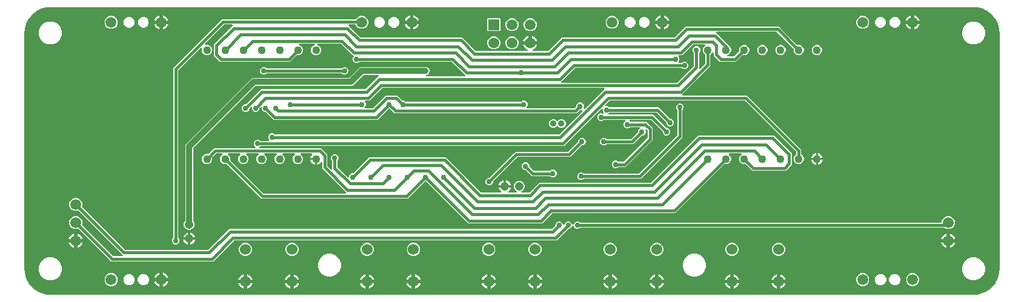
<source format=gbr>
G04 EAGLE Gerber RS-274X export*
G75*
%MOMM*%
%FSLAX34Y34*%
%LPD*%
%INTop Copper*%
%IPPOS*%
%AMOC8*
5,1,8,0,0,1.08239X$1,22.5*%
G01*
%ADD10C,1.108000*%
%ADD11R,1.508000X1.508000*%
%ADD12C,1.508000*%
%ADD13C,1.524000*%
%ADD14C,0.908000*%
%ADD15C,1.208000*%
%ADD16C,0.756400*%
%ADD17C,0.812800*%
%ADD18C,0.406400*%

G36*
X645021Y-266267D02*
X645021Y-266267D01*
X645091Y-266266D01*
X650072Y-265910D01*
X650082Y-265908D01*
X650092Y-265908D01*
X650251Y-265884D01*
X655130Y-264823D01*
X655140Y-264819D01*
X655150Y-264818D01*
X655304Y-264771D01*
X659983Y-263026D01*
X659992Y-263022D01*
X660002Y-263019D01*
X660148Y-262951D01*
X664531Y-260558D01*
X664539Y-260552D01*
X664548Y-260548D01*
X664683Y-260460D01*
X668681Y-257467D01*
X668688Y-257460D01*
X668697Y-257455D01*
X668818Y-257349D01*
X672349Y-253818D01*
X672355Y-253810D01*
X672363Y-253803D01*
X672467Y-253681D01*
X675460Y-249683D01*
X675465Y-249674D01*
X675472Y-249667D01*
X675558Y-249531D01*
X677951Y-245148D01*
X677955Y-245138D01*
X677961Y-245130D01*
X678026Y-244983D01*
X679771Y-240304D01*
X679774Y-240294D01*
X679778Y-240285D01*
X679823Y-240130D01*
X680884Y-235251D01*
X680885Y-235241D01*
X680888Y-235231D01*
X680910Y-235072D01*
X681266Y-230091D01*
X681265Y-230069D01*
X681269Y-230000D01*
X681269Y100000D01*
X681267Y100021D01*
X681266Y100091D01*
X680910Y105072D01*
X680908Y105082D01*
X680908Y105092D01*
X680884Y105251D01*
X679823Y110130D01*
X679819Y110140D01*
X679818Y110150D01*
X679771Y110304D01*
X678026Y114983D01*
X678022Y114992D01*
X678019Y115002D01*
X677951Y115148D01*
X675558Y119531D01*
X675552Y119539D01*
X675548Y119548D01*
X675460Y119683D01*
X672467Y123681D01*
X672460Y123688D01*
X672455Y123697D01*
X672349Y123818D01*
X668818Y127349D01*
X668810Y127355D01*
X668803Y127363D01*
X668681Y127467D01*
X664683Y130460D01*
X664674Y130465D01*
X664667Y130472D01*
X664531Y130558D01*
X660148Y132951D01*
X660138Y132955D01*
X660130Y132961D01*
X659983Y133026D01*
X655304Y134771D01*
X655294Y134774D01*
X655285Y134778D01*
X655130Y134823D01*
X650251Y135884D01*
X650241Y135885D01*
X650231Y135888D01*
X650072Y135910D01*
X645091Y136266D01*
X645069Y136265D01*
X645000Y136269D01*
X-645000Y136269D01*
X-645021Y136267D01*
X-645091Y136266D01*
X-650072Y135910D01*
X-650082Y135908D01*
X-650092Y135908D01*
X-650251Y135884D01*
X-655130Y134823D01*
X-655140Y134819D01*
X-655150Y134818D01*
X-655304Y134771D01*
X-659983Y133026D01*
X-659992Y133022D01*
X-660002Y133019D01*
X-660148Y132951D01*
X-664531Y130558D01*
X-664539Y130552D01*
X-664548Y130548D01*
X-664683Y130460D01*
X-668681Y127467D01*
X-668688Y127460D01*
X-668697Y127455D01*
X-668818Y127349D01*
X-672349Y123818D01*
X-672355Y123810D01*
X-672363Y123803D01*
X-672467Y123681D01*
X-675460Y119683D01*
X-675465Y119674D01*
X-675472Y119667D01*
X-675558Y119531D01*
X-677951Y115148D01*
X-677955Y115138D01*
X-677961Y115130D01*
X-678026Y114983D01*
X-679771Y110304D01*
X-679774Y110294D01*
X-679778Y110285D01*
X-679823Y110130D01*
X-680884Y105251D01*
X-680885Y105241D01*
X-680888Y105231D01*
X-680910Y105072D01*
X-681266Y100091D01*
X-681265Y100069D01*
X-681269Y100000D01*
X-681269Y-230000D01*
X-681267Y-230021D01*
X-681266Y-230091D01*
X-680910Y-235072D01*
X-680908Y-235082D01*
X-680908Y-235092D01*
X-680884Y-235251D01*
X-679823Y-240130D01*
X-679819Y-240140D01*
X-679818Y-240150D01*
X-679771Y-240304D01*
X-678026Y-244983D01*
X-678022Y-244992D01*
X-678019Y-245002D01*
X-677951Y-245148D01*
X-675558Y-249531D01*
X-675552Y-249539D01*
X-675548Y-249548D01*
X-675460Y-249683D01*
X-672467Y-253681D01*
X-672460Y-253688D01*
X-672455Y-253697D01*
X-672349Y-253818D01*
X-668818Y-257349D01*
X-668810Y-257355D01*
X-668803Y-257363D01*
X-668681Y-257467D01*
X-664683Y-260460D01*
X-664674Y-260465D01*
X-664667Y-260472D01*
X-664531Y-260558D01*
X-660148Y-262951D01*
X-660138Y-262955D01*
X-660130Y-262961D01*
X-659983Y-263026D01*
X-655304Y-264771D01*
X-655294Y-264774D01*
X-655285Y-264778D01*
X-655130Y-264823D01*
X-650251Y-265884D01*
X-650241Y-265885D01*
X-650231Y-265888D01*
X-650072Y-265910D01*
X-645091Y-266266D01*
X-645069Y-266265D01*
X-645000Y-266269D01*
X645000Y-266269D01*
X645021Y-266267D01*
G37*
%LPC*%
G36*
X-470956Y-195807D02*
X-470956Y-195807D01*
X-472906Y-194999D01*
X-474399Y-193506D01*
X-475207Y-191556D01*
X-475207Y-189444D01*
X-474399Y-187494D01*
X-473828Y-186924D01*
X-473768Y-186845D01*
X-473700Y-186773D01*
X-473671Y-186720D01*
X-473634Y-186672D01*
X-473594Y-186581D01*
X-473546Y-186495D01*
X-473531Y-186436D01*
X-473507Y-186380D01*
X-473492Y-186283D01*
X-473467Y-186187D01*
X-473461Y-186087D01*
X-473457Y-186066D01*
X-473459Y-186054D01*
X-473457Y-186026D01*
X-473457Y51003D01*
X-405333Y119127D01*
X-218950Y119127D01*
X-218921Y119130D01*
X-218892Y119128D01*
X-218764Y119150D01*
X-218635Y119167D01*
X-218607Y119177D01*
X-218578Y119182D01*
X-218459Y119236D01*
X-218339Y119284D01*
X-218315Y119301D01*
X-218288Y119313D01*
X-218187Y119394D01*
X-218082Y119470D01*
X-218063Y119493D01*
X-218040Y119512D01*
X-217962Y119615D01*
X-217879Y119715D01*
X-217866Y119742D01*
X-217849Y119766D01*
X-217778Y119910D01*
X-217685Y120135D01*
X-215135Y122685D01*
X-211803Y124065D01*
X-208197Y124065D01*
X-204865Y122685D01*
X-202315Y120135D01*
X-200935Y116803D01*
X-200935Y113197D01*
X-202315Y109865D01*
X-204865Y107315D01*
X-208197Y105935D01*
X-211803Y105935D01*
X-215135Y107315D01*
X-217685Y109865D01*
X-218250Y111230D01*
X-218265Y111255D01*
X-218274Y111283D01*
X-218343Y111393D01*
X-218407Y111506D01*
X-218428Y111527D01*
X-218444Y111552D01*
X-218538Y111641D01*
X-218629Y111734D01*
X-218654Y111750D01*
X-218675Y111770D01*
X-218789Y111833D01*
X-218900Y111901D01*
X-218928Y111909D01*
X-218954Y111924D01*
X-219080Y111956D01*
X-219204Y111994D01*
X-219233Y111996D01*
X-219262Y112003D01*
X-219423Y112013D01*
X-227109Y112013D01*
X-227247Y111996D01*
X-227385Y111983D01*
X-227405Y111976D01*
X-227425Y111973D01*
X-227554Y111922D01*
X-227685Y111875D01*
X-227702Y111864D01*
X-227720Y111856D01*
X-227833Y111775D01*
X-227948Y111697D01*
X-227961Y111681D01*
X-227978Y111670D01*
X-228066Y111562D01*
X-228158Y111458D01*
X-228168Y111440D01*
X-228180Y111425D01*
X-228240Y111299D01*
X-228303Y111175D01*
X-228307Y111155D01*
X-228316Y111137D01*
X-228342Y111001D01*
X-228373Y110865D01*
X-228372Y110844D01*
X-228376Y110825D01*
X-228367Y110686D01*
X-228363Y110547D01*
X-228357Y110527D01*
X-228356Y110507D01*
X-228313Y110375D01*
X-228275Y110241D01*
X-228264Y110224D01*
X-228258Y110205D01*
X-228183Y110087D01*
X-228113Y109967D01*
X-228094Y109946D01*
X-228088Y109936D01*
X-228073Y109922D01*
X-228007Y109847D01*
X-225942Y107782D01*
X-225942Y107781D01*
X-212259Y94098D01*
X-212180Y94038D01*
X-212108Y93970D01*
X-212055Y93941D01*
X-212007Y93904D01*
X-211916Y93864D01*
X-211830Y93816D01*
X-211771Y93801D01*
X-211715Y93777D01*
X-211617Y93762D01*
X-211522Y93737D01*
X-211422Y93731D01*
X-211401Y93727D01*
X-211389Y93729D01*
X-211361Y93727D01*
X-69647Y93727D01*
X-50969Y75048D01*
X-50890Y74988D01*
X-50818Y74920D01*
X-50765Y74891D01*
X-50717Y74854D01*
X-50626Y74814D01*
X-50540Y74766D01*
X-50481Y74751D01*
X-50425Y74727D01*
X-50327Y74712D01*
X-50232Y74687D01*
X-50132Y74681D01*
X-50111Y74677D01*
X-50099Y74679D01*
X-50071Y74677D01*
X20838Y74677D01*
X20858Y74679D01*
X20878Y74677D01*
X21016Y74699D01*
X21154Y74717D01*
X21172Y74724D01*
X21192Y74727D01*
X21320Y74782D01*
X21449Y74834D01*
X21466Y74845D01*
X21484Y74853D01*
X21594Y74938D01*
X21707Y75020D01*
X21720Y75036D01*
X21735Y75048D01*
X21820Y75158D01*
X21910Y75265D01*
X21918Y75283D01*
X21930Y75299D01*
X21986Y75427D01*
X22045Y75553D01*
X22049Y75573D01*
X22057Y75591D01*
X22079Y75729D01*
X22105Y75865D01*
X22104Y75885D01*
X22107Y75905D01*
X22094Y76044D01*
X22085Y76183D01*
X22079Y76202D01*
X22077Y76222D01*
X22030Y76353D01*
X21987Y76485D01*
X21976Y76502D01*
X21970Y76521D01*
X21892Y76636D01*
X21817Y76754D01*
X21802Y76768D01*
X21791Y76784D01*
X21687Y76876D01*
X21585Y76972D01*
X21568Y76982D01*
X21553Y76995D01*
X21414Y77077D01*
X20117Y77738D01*
X18833Y78671D01*
X17711Y79793D01*
X16778Y81077D01*
X16058Y82490D01*
X15613Y83861D01*
X24170Y83861D01*
X24288Y83876D01*
X24407Y83883D01*
X24445Y83895D01*
X24485Y83901D01*
X24596Y83944D01*
X24709Y83981D01*
X24743Y84003D01*
X24781Y84018D01*
X24877Y84087D01*
X24978Y84151D01*
X25006Y84181D01*
X25038Y84204D01*
X25114Y84296D01*
X25196Y84383D01*
X25215Y84418D01*
X25241Y84449D01*
X25292Y84557D01*
X25349Y84661D01*
X25359Y84701D01*
X25377Y84737D01*
X25397Y84844D01*
X25401Y84814D01*
X25445Y84704D01*
X25481Y84591D01*
X25503Y84556D01*
X25518Y84519D01*
X25588Y84422D01*
X25651Y84322D01*
X25681Y84294D01*
X25705Y84261D01*
X25796Y84185D01*
X25883Y84104D01*
X25918Y84084D01*
X25950Y84059D01*
X26057Y84008D01*
X26162Y83950D01*
X26201Y83940D01*
X26237Y83923D01*
X26354Y83901D01*
X26470Y83871D01*
X26530Y83867D01*
X26550Y83863D01*
X26570Y83865D01*
X26630Y83861D01*
X35187Y83861D01*
X34742Y82490D01*
X34022Y81077D01*
X33089Y79793D01*
X31967Y78671D01*
X30683Y77738D01*
X29386Y77077D01*
X29369Y77066D01*
X29351Y77058D01*
X29238Y76977D01*
X29123Y76898D01*
X29109Y76883D01*
X29093Y76872D01*
X29004Y76764D01*
X28912Y76660D01*
X28903Y76642D01*
X28890Y76627D01*
X28831Y76501D01*
X28768Y76376D01*
X28763Y76357D01*
X28755Y76339D01*
X28729Y76202D01*
X28698Y76066D01*
X28699Y76046D01*
X28695Y76026D01*
X28704Y75887D01*
X28708Y75748D01*
X28714Y75729D01*
X28715Y75709D01*
X28758Y75577D01*
X28797Y75443D01*
X28807Y75425D01*
X28813Y75407D01*
X28887Y75289D01*
X28958Y75169D01*
X28972Y75155D01*
X28983Y75138D01*
X29085Y75042D01*
X29183Y74944D01*
X29200Y74934D01*
X29215Y74920D01*
X29336Y74853D01*
X29457Y74782D01*
X29476Y74776D01*
X29493Y74766D01*
X29628Y74732D01*
X29762Y74693D01*
X29782Y74692D01*
X29801Y74687D01*
X29962Y74677D01*
X50071Y74677D01*
X50169Y74689D01*
X50268Y74692D01*
X50326Y74709D01*
X50387Y74717D01*
X50479Y74753D01*
X50574Y74781D01*
X50626Y74811D01*
X50682Y74834D01*
X50762Y74892D01*
X50848Y74942D01*
X50923Y75008D01*
X50940Y75020D01*
X50947Y75030D01*
X50969Y75048D01*
X69647Y93727D01*
X226601Y93727D01*
X226699Y93739D01*
X226798Y93742D01*
X226856Y93759D01*
X226917Y93767D01*
X227009Y93803D01*
X227104Y93831D01*
X227156Y93861D01*
X227212Y93884D01*
X227292Y93942D01*
X227378Y93992D01*
X227453Y94058D01*
X227470Y94070D01*
X227477Y94080D01*
X227499Y94098D01*
X242367Y108967D01*
X373063Y108967D01*
X375518Y106512D01*
X375518Y106511D01*
X398393Y83636D01*
X398472Y83576D01*
X398544Y83508D01*
X398597Y83479D01*
X398645Y83442D01*
X398736Y83402D01*
X398822Y83354D01*
X398881Y83339D01*
X398937Y83315D01*
X399035Y83300D01*
X399130Y83275D01*
X399230Y83269D01*
X399251Y83265D01*
X399263Y83267D01*
X399291Y83265D01*
X402205Y83265D01*
X404802Y82189D01*
X406789Y80202D01*
X407865Y77605D01*
X407865Y74795D01*
X406789Y72198D01*
X404802Y70211D01*
X402205Y69135D01*
X399395Y69135D01*
X396798Y70211D01*
X394811Y72198D01*
X393735Y74795D01*
X393735Y77709D01*
X393723Y77807D01*
X393720Y77906D01*
X393713Y77929D01*
X393713Y77934D01*
X393703Y77966D01*
X393695Y78025D01*
X393659Y78117D01*
X393631Y78212D01*
X393601Y78264D01*
X393578Y78320D01*
X393520Y78400D01*
X393470Y78486D01*
X393404Y78561D01*
X393392Y78578D01*
X393382Y78585D01*
X393364Y78607D01*
X370489Y101482D01*
X370410Y101542D01*
X370338Y101610D01*
X370285Y101639D01*
X370237Y101676D01*
X370146Y101716D01*
X370060Y101764D01*
X370001Y101779D01*
X369945Y101803D01*
X369847Y101818D01*
X369752Y101843D01*
X369652Y101849D01*
X369631Y101853D01*
X369619Y101851D01*
X369591Y101853D01*
X286721Y101853D01*
X286583Y101836D01*
X286445Y101823D01*
X286425Y101816D01*
X286405Y101813D01*
X286276Y101762D01*
X286145Y101715D01*
X286128Y101704D01*
X286110Y101696D01*
X285997Y101615D01*
X285882Y101537D01*
X285869Y101521D01*
X285852Y101510D01*
X285764Y101402D01*
X285672Y101298D01*
X285662Y101280D01*
X285650Y101265D01*
X285590Y101139D01*
X285527Y101015D01*
X285523Y100995D01*
X285514Y100977D01*
X285488Y100841D01*
X285457Y100705D01*
X285458Y100684D01*
X285454Y100665D01*
X285463Y100526D01*
X285467Y100387D01*
X285473Y100367D01*
X285474Y100347D01*
X285517Y100215D01*
X285555Y100081D01*
X285566Y100064D01*
X285572Y100045D01*
X285647Y99927D01*
X285717Y99807D01*
X285736Y99786D01*
X285742Y99776D01*
X285757Y99762D01*
X285823Y99687D01*
X287888Y97621D01*
X302872Y82638D01*
X302891Y82605D01*
X302914Y82549D01*
X302972Y82469D01*
X303022Y82383D01*
X303088Y82308D01*
X303100Y82291D01*
X303110Y82284D01*
X303128Y82263D01*
X305189Y80202D01*
X306265Y77605D01*
X306265Y74795D01*
X305189Y72198D01*
X303202Y70211D01*
X301482Y69499D01*
X301422Y69464D01*
X301357Y69438D01*
X301284Y69386D01*
X301206Y69341D01*
X301156Y69293D01*
X301100Y69252D01*
X301042Y69182D01*
X300978Y69120D01*
X300941Y69060D01*
X300897Y69007D01*
X300858Y68925D01*
X300812Y68849D01*
X300791Y68782D01*
X300761Y68719D01*
X300744Y68631D01*
X300718Y68545D01*
X300715Y68475D01*
X300701Y68406D01*
X300707Y68317D01*
X300703Y68227D01*
X300717Y68159D01*
X300721Y68089D01*
X300749Y68004D01*
X300767Y67916D01*
X300798Y67853D01*
X300819Y67787D01*
X300867Y67711D01*
X300907Y67630D01*
X300952Y67577D01*
X300989Y67518D01*
X301055Y67456D01*
X301113Y67388D01*
X301170Y67348D01*
X301221Y67300D01*
X301300Y67257D01*
X301373Y67205D01*
X301438Y67180D01*
X301500Y67146D01*
X301586Y67124D01*
X301671Y67092D01*
X301740Y67084D01*
X301807Y67067D01*
X301968Y67057D01*
X309901Y67057D01*
X309999Y67069D01*
X310098Y67072D01*
X310156Y67089D01*
X310217Y67097D01*
X310309Y67133D01*
X310404Y67161D01*
X310456Y67191D01*
X310512Y67214D01*
X310592Y67272D01*
X310678Y67322D01*
X310753Y67388D01*
X310770Y67400D01*
X310777Y67410D01*
X310799Y67428D01*
X317164Y73793D01*
X317224Y73872D01*
X317292Y73944D01*
X317321Y73997D01*
X317358Y74045D01*
X317398Y74136D01*
X317446Y74222D01*
X317461Y74281D01*
X317485Y74337D01*
X317500Y74435D01*
X317525Y74530D01*
X317531Y74630D01*
X317535Y74651D01*
X317533Y74663D01*
X317535Y74691D01*
X317535Y77605D01*
X318611Y80202D01*
X320598Y82189D01*
X323195Y83265D01*
X326005Y83265D01*
X328602Y82189D01*
X330589Y80202D01*
X331665Y77605D01*
X331665Y74795D01*
X330589Y72198D01*
X328602Y70211D01*
X326005Y69135D01*
X323091Y69135D01*
X322993Y69123D01*
X322894Y69120D01*
X322836Y69103D01*
X322775Y69095D01*
X322683Y69059D01*
X322588Y69031D01*
X322536Y69001D01*
X322480Y68978D01*
X322400Y68920D01*
X322314Y68870D01*
X322239Y68804D01*
X322222Y68792D01*
X322215Y68782D01*
X322193Y68764D01*
X313373Y59943D01*
X290627Y59943D01*
X282193Y68377D01*
X282193Y71621D01*
X282185Y71691D01*
X282186Y71760D01*
X282165Y71848D01*
X282153Y71937D01*
X282128Y72002D01*
X282111Y72070D01*
X282069Y72149D01*
X282036Y72232D01*
X281995Y72289D01*
X281963Y72351D01*
X281902Y72417D01*
X281850Y72490D01*
X281796Y72534D01*
X281749Y72586D01*
X281674Y72635D01*
X281605Y72693D01*
X281541Y72722D01*
X281483Y72761D01*
X281398Y72790D01*
X281317Y72828D01*
X281248Y72841D01*
X281182Y72864D01*
X281093Y72871D01*
X281005Y72888D01*
X280935Y72884D01*
X280865Y72889D01*
X280777Y72874D01*
X280687Y72868D01*
X280621Y72847D01*
X280552Y72835D01*
X280470Y72798D01*
X280385Y72770D01*
X280326Y72733D01*
X280262Y72704D01*
X280192Y72648D01*
X280116Y72600D01*
X280068Y72549D01*
X280013Y72505D01*
X279959Y72434D01*
X279898Y72368D01*
X279864Y72307D01*
X279822Y72251D01*
X279803Y72212D01*
X277728Y70137D01*
X277668Y70059D01*
X277600Y69987D01*
X277571Y69934D01*
X277534Y69886D01*
X277494Y69795D01*
X277446Y69709D01*
X277431Y69650D01*
X277407Y69594D01*
X277392Y69496D01*
X277367Y69401D01*
X277361Y69301D01*
X277357Y69280D01*
X277359Y69268D01*
X277357Y69240D01*
X277357Y53887D01*
X274901Y51432D01*
X238083Y14613D01*
X237998Y14504D01*
X237910Y14397D01*
X237901Y14378D01*
X237888Y14362D01*
X237833Y14234D01*
X237774Y14109D01*
X237770Y14089D01*
X237762Y14070D01*
X237740Y13932D01*
X237714Y13796D01*
X237715Y13776D01*
X237712Y13756D01*
X237725Y13617D01*
X237734Y13479D01*
X237740Y13460D01*
X237742Y13440D01*
X237789Y13308D01*
X237832Y13177D01*
X237843Y13159D01*
X237850Y13140D01*
X237928Y13025D01*
X238002Y12908D01*
X238017Y12894D01*
X238028Y12877D01*
X238132Y12785D01*
X238234Y12690D01*
X238252Y12680D01*
X238267Y12667D01*
X238391Y12603D01*
X238512Y12536D01*
X238532Y12531D01*
X238550Y12522D01*
X238686Y12492D01*
X238820Y12457D01*
X238848Y12455D01*
X238860Y12452D01*
X238881Y12453D01*
X238981Y12447D01*
X328613Y12447D01*
X331068Y9991D01*
X404357Y-63297D01*
X404357Y-69240D01*
X404369Y-69338D01*
X404372Y-69437D01*
X404389Y-69495D01*
X404397Y-69556D01*
X404433Y-69648D01*
X404461Y-69743D01*
X404491Y-69795D01*
X404514Y-69851D01*
X404572Y-69931D01*
X404622Y-70017D01*
X404688Y-70092D01*
X404700Y-70109D01*
X404710Y-70116D01*
X404728Y-70137D01*
X406789Y-72198D01*
X407865Y-74795D01*
X407865Y-77605D01*
X406789Y-80202D01*
X404802Y-82189D01*
X402205Y-83265D01*
X399395Y-83265D01*
X396798Y-82189D01*
X394811Y-80202D01*
X393735Y-77605D01*
X393735Y-74795D01*
X394811Y-72198D01*
X396872Y-70137D01*
X396932Y-70059D01*
X397000Y-69987D01*
X397029Y-69934D01*
X397066Y-69886D01*
X397106Y-69795D01*
X397154Y-69709D01*
X397169Y-69650D01*
X397193Y-69594D01*
X397208Y-69496D01*
X397233Y-69401D01*
X397239Y-69301D01*
X397243Y-69280D01*
X397241Y-69268D01*
X397243Y-69240D01*
X397243Y-66769D01*
X397231Y-66671D01*
X397228Y-66572D01*
X397211Y-66514D01*
X397203Y-66453D01*
X397167Y-66361D01*
X397139Y-66266D01*
X397109Y-66214D01*
X397086Y-66158D01*
X397028Y-66078D01*
X396978Y-65992D01*
X396912Y-65917D01*
X396900Y-65900D01*
X396890Y-65893D01*
X396872Y-65871D01*
X326039Y4962D01*
X325960Y5022D01*
X325888Y5090D01*
X325835Y5119D01*
X325787Y5156D01*
X325696Y5196D01*
X325610Y5244D01*
X325551Y5259D01*
X325495Y5283D01*
X325397Y5298D01*
X325302Y5323D01*
X325202Y5329D01*
X325181Y5333D01*
X325169Y5331D01*
X325141Y5333D01*
X136619Y5333D01*
X136521Y5321D01*
X136422Y5318D01*
X136364Y5301D01*
X136303Y5293D01*
X136211Y5257D01*
X136116Y5229D01*
X136064Y5199D01*
X136008Y5176D01*
X135928Y5118D01*
X135842Y5068D01*
X135767Y5002D01*
X135750Y4990D01*
X135743Y4980D01*
X135721Y4962D01*
X130613Y-147D01*
X130528Y-256D01*
X130440Y-363D01*
X130431Y-382D01*
X130418Y-398D01*
X130363Y-526D01*
X130304Y-651D01*
X130300Y-671D01*
X130292Y-690D01*
X130270Y-828D01*
X130244Y-964D01*
X130245Y-984D01*
X130242Y-1004D01*
X130255Y-1143D01*
X130264Y-1281D01*
X130270Y-1300D01*
X130272Y-1320D01*
X130320Y-1452D01*
X130362Y-1583D01*
X130373Y-1601D01*
X130380Y-1620D01*
X130458Y-1735D01*
X130532Y-1852D01*
X130547Y-1866D01*
X130558Y-1883D01*
X130663Y-1975D01*
X130764Y-2070D01*
X130781Y-2080D01*
X130797Y-2093D01*
X130921Y-2157D01*
X131042Y-2224D01*
X131062Y-2229D01*
X131080Y-2238D01*
X131216Y-2268D01*
X131350Y-2303D01*
X131378Y-2305D01*
X131390Y-2308D01*
X131411Y-2307D01*
X131511Y-2313D01*
X133136Y-2313D01*
X135086Y-3121D01*
X135656Y-3692D01*
X135735Y-3752D01*
X135807Y-3820D01*
X135860Y-3849D01*
X135908Y-3886D01*
X135999Y-3926D01*
X136085Y-3974D01*
X136144Y-3989D01*
X136200Y-4013D01*
X136297Y-4028D01*
X136393Y-4053D01*
X136493Y-4059D01*
X136514Y-4063D01*
X136526Y-4061D01*
X136554Y-4063D01*
X204673Y-4063D01*
X220331Y-19722D01*
X220410Y-19782D01*
X220482Y-19850D01*
X220535Y-19879D01*
X220583Y-19916D01*
X220674Y-19956D01*
X220760Y-20004D01*
X220819Y-20019D01*
X220875Y-20043D01*
X220973Y-20058D01*
X221068Y-20083D01*
X221168Y-20089D01*
X221189Y-20093D01*
X221201Y-20091D01*
X221229Y-20093D01*
X222036Y-20093D01*
X223986Y-20901D01*
X225479Y-22394D01*
X226287Y-24344D01*
X226287Y-26456D01*
X225479Y-28406D01*
X223986Y-29899D01*
X222036Y-30707D01*
X219924Y-30707D01*
X217974Y-29899D01*
X216481Y-28406D01*
X215673Y-26456D01*
X215673Y-25649D01*
X215661Y-25551D01*
X215658Y-25452D01*
X215641Y-25394D01*
X215633Y-25333D01*
X215597Y-25241D01*
X215569Y-25146D01*
X215539Y-25094D01*
X215516Y-25038D01*
X215458Y-24958D01*
X215408Y-24872D01*
X215342Y-24797D01*
X215330Y-24780D01*
X215320Y-24773D01*
X215302Y-24751D01*
X202099Y-11548D01*
X202020Y-11488D01*
X201948Y-11420D01*
X201895Y-11391D01*
X201847Y-11354D01*
X201756Y-11314D01*
X201670Y-11266D01*
X201611Y-11251D01*
X201555Y-11227D01*
X201457Y-11212D01*
X201362Y-11187D01*
X201262Y-11181D01*
X201241Y-11177D01*
X201229Y-11179D01*
X201201Y-11177D01*
X136554Y-11177D01*
X136456Y-11189D01*
X136357Y-11192D01*
X136298Y-11209D01*
X136238Y-11217D01*
X136146Y-11253D01*
X136051Y-11281D01*
X135999Y-11311D01*
X135943Y-11334D01*
X135863Y-11392D01*
X135777Y-11442D01*
X135702Y-11508D01*
X135685Y-11520D01*
X135678Y-11530D01*
X135656Y-11548D01*
X135148Y-12056D01*
X135063Y-12166D01*
X134974Y-12273D01*
X134966Y-12292D01*
X134953Y-12308D01*
X134898Y-12436D01*
X134839Y-12561D01*
X134835Y-12581D01*
X134827Y-12600D01*
X134805Y-12738D01*
X134779Y-12874D01*
X134780Y-12894D01*
X134777Y-12914D01*
X134790Y-13053D01*
X134799Y-13191D01*
X134805Y-13210D01*
X134807Y-13230D01*
X134854Y-13362D01*
X134897Y-13493D01*
X134908Y-13511D01*
X134915Y-13530D01*
X134993Y-13644D01*
X135067Y-13762D01*
X135082Y-13776D01*
X135093Y-13793D01*
X135197Y-13885D01*
X135299Y-13980D01*
X135316Y-13990D01*
X135332Y-14003D01*
X135455Y-14066D01*
X135577Y-14134D01*
X135597Y-14139D01*
X135615Y-14148D01*
X135751Y-14178D01*
X135885Y-14213D01*
X135913Y-14215D01*
X135925Y-14218D01*
X135946Y-14217D01*
X136046Y-14223D01*
X197053Y-14223D01*
X215251Y-32422D01*
X215330Y-32482D01*
X215402Y-32550D01*
X215455Y-32579D01*
X215503Y-32616D01*
X215594Y-32656D01*
X215680Y-32704D01*
X215739Y-32719D01*
X215795Y-32743D01*
X215893Y-32758D01*
X215988Y-32783D01*
X216088Y-32789D01*
X216109Y-32793D01*
X216121Y-32791D01*
X216149Y-32793D01*
X216956Y-32793D01*
X218906Y-33601D01*
X220399Y-35094D01*
X221207Y-37044D01*
X221207Y-39156D01*
X220399Y-41106D01*
X218906Y-42599D01*
X216956Y-43407D01*
X214844Y-43407D01*
X212894Y-42599D01*
X211401Y-41106D01*
X210593Y-39156D01*
X210593Y-38349D01*
X210581Y-38251D01*
X210578Y-38152D01*
X210561Y-38094D01*
X210553Y-38033D01*
X210517Y-37941D01*
X210489Y-37846D01*
X210459Y-37794D01*
X210436Y-37738D01*
X210378Y-37658D01*
X210328Y-37572D01*
X210262Y-37497D01*
X210250Y-37480D01*
X210240Y-37473D01*
X210222Y-37451D01*
X194479Y-21708D01*
X194400Y-21648D01*
X194328Y-21580D01*
X194275Y-21551D01*
X194227Y-21514D01*
X194136Y-21474D01*
X194050Y-21426D01*
X193991Y-21411D01*
X193935Y-21387D01*
X193837Y-21372D01*
X193742Y-21347D01*
X193642Y-21341D01*
X193621Y-21337D01*
X193609Y-21339D01*
X193581Y-21337D01*
X165256Y-21337D01*
X165118Y-21354D01*
X164979Y-21367D01*
X164960Y-21374D01*
X164940Y-21377D01*
X164811Y-21428D01*
X164680Y-21475D01*
X164663Y-21486D01*
X164645Y-21494D01*
X164532Y-21575D01*
X164417Y-21653D01*
X164404Y-21669D01*
X164387Y-21680D01*
X164298Y-21788D01*
X164207Y-21892D01*
X164197Y-21910D01*
X164184Y-21925D01*
X164125Y-22051D01*
X164062Y-22175D01*
X164057Y-22195D01*
X164049Y-22213D01*
X164023Y-22349D01*
X163992Y-22485D01*
X163993Y-22506D01*
X163989Y-22525D01*
X163998Y-22664D01*
X164002Y-22803D01*
X164008Y-22823D01*
X164009Y-22843D01*
X164052Y-22975D01*
X164090Y-23109D01*
X164101Y-23126D01*
X164107Y-23145D01*
X164181Y-23263D01*
X164252Y-23383D01*
X164271Y-23404D01*
X164277Y-23414D01*
X164292Y-23428D01*
X164358Y-23504D01*
X164866Y-24012D01*
X164945Y-24072D01*
X165017Y-24140D01*
X165070Y-24169D01*
X165118Y-24206D01*
X165209Y-24246D01*
X165295Y-24294D01*
X165354Y-24309D01*
X165410Y-24333D01*
X165507Y-24348D01*
X165603Y-24373D01*
X165703Y-24379D01*
X165724Y-24383D01*
X165736Y-24381D01*
X165764Y-24383D01*
X188163Y-24383D01*
X196597Y-32817D01*
X196597Y-49733D01*
X158953Y-87377D01*
X149254Y-87377D01*
X149156Y-87389D01*
X149057Y-87392D01*
X148998Y-87409D01*
X148938Y-87417D01*
X148846Y-87453D01*
X148751Y-87481D01*
X148699Y-87511D01*
X148643Y-87534D01*
X148563Y-87592D01*
X148477Y-87642D01*
X148402Y-87708D01*
X148385Y-87720D01*
X148378Y-87730D01*
X148356Y-87748D01*
X147786Y-88319D01*
X145836Y-89127D01*
X143724Y-89127D01*
X141774Y-88319D01*
X140281Y-86826D01*
X139473Y-84876D01*
X139473Y-82764D01*
X140281Y-80814D01*
X141774Y-79321D01*
X143724Y-78513D01*
X145836Y-78513D01*
X147786Y-79321D01*
X148356Y-79892D01*
X148435Y-79952D01*
X148507Y-80020D01*
X148560Y-80049D01*
X148608Y-80086D01*
X148699Y-80126D01*
X148785Y-80174D01*
X148844Y-80189D01*
X148900Y-80213D01*
X148997Y-80228D01*
X149093Y-80253D01*
X149193Y-80259D01*
X149214Y-80263D01*
X149226Y-80261D01*
X149254Y-80263D01*
X155481Y-80263D01*
X155579Y-80251D01*
X155678Y-80248D01*
X155736Y-80231D01*
X155797Y-80223D01*
X155889Y-80187D01*
X155984Y-80159D01*
X156036Y-80129D01*
X156092Y-80106D01*
X156172Y-80048D01*
X156258Y-79998D01*
X156333Y-79932D01*
X156350Y-79920D01*
X156357Y-79910D01*
X156379Y-79892D01*
X189112Y-47159D01*
X189172Y-47080D01*
X189240Y-47008D01*
X189269Y-46955D01*
X189306Y-46907D01*
X189346Y-46816D01*
X189394Y-46730D01*
X189409Y-46671D01*
X189433Y-46615D01*
X189448Y-46517D01*
X189473Y-46422D01*
X189479Y-46322D01*
X189483Y-46301D01*
X189481Y-46289D01*
X189483Y-46261D01*
X189483Y-36289D01*
X189471Y-36191D01*
X189468Y-36092D01*
X189451Y-36034D01*
X189443Y-35973D01*
X189407Y-35881D01*
X189379Y-35786D01*
X189349Y-35734D01*
X189326Y-35678D01*
X189268Y-35598D01*
X189218Y-35512D01*
X189152Y-35437D01*
X189140Y-35420D01*
X189130Y-35413D01*
X189112Y-35391D01*
X188708Y-34988D01*
X188653Y-34945D01*
X188604Y-34895D01*
X188528Y-34848D01*
X188457Y-34793D01*
X188393Y-34765D01*
X188333Y-34729D01*
X188247Y-34702D01*
X188165Y-34667D01*
X188096Y-34656D01*
X188029Y-34635D01*
X187940Y-34631D01*
X187851Y-34617D01*
X187781Y-34623D01*
X187712Y-34620D01*
X187624Y-34638D01*
X187534Y-34647D01*
X187468Y-34670D01*
X187400Y-34684D01*
X187320Y-34724D01*
X187235Y-34754D01*
X187177Y-34794D01*
X187114Y-34824D01*
X187046Y-34882D01*
X186972Y-34933D01*
X186926Y-34985D01*
X186872Y-35030D01*
X186821Y-35104D01*
X186761Y-35171D01*
X186729Y-35233D01*
X186689Y-35290D01*
X186658Y-35374D01*
X186617Y-35454D01*
X186601Y-35523D01*
X186577Y-35588D01*
X186567Y-35677D01*
X186547Y-35765D01*
X186549Y-35835D01*
X186541Y-35904D01*
X186554Y-35993D01*
X186557Y-36083D01*
X186576Y-36150D01*
X186586Y-36219D01*
X186638Y-36371D01*
X186917Y-37044D01*
X186917Y-39156D01*
X186109Y-41106D01*
X184616Y-42599D01*
X182666Y-43407D01*
X181859Y-43407D01*
X181761Y-43419D01*
X181662Y-43422D01*
X181604Y-43439D01*
X181543Y-43447D01*
X181451Y-43483D01*
X181356Y-43511D01*
X181304Y-43541D01*
X181248Y-43564D01*
X181168Y-43622D01*
X181082Y-43672D01*
X181007Y-43738D01*
X180990Y-43750D01*
X180983Y-43760D01*
X180961Y-43778D01*
X169113Y-55627D01*
X132744Y-55627D01*
X132646Y-55639D01*
X132547Y-55642D01*
X132488Y-55659D01*
X132428Y-55667D01*
X132336Y-55703D01*
X132241Y-55731D01*
X132189Y-55761D01*
X132133Y-55784D01*
X132053Y-55842D01*
X131967Y-55892D01*
X131892Y-55958D01*
X131875Y-55970D01*
X131868Y-55980D01*
X131846Y-55998D01*
X131276Y-56569D01*
X129326Y-57377D01*
X127214Y-57377D01*
X125264Y-56569D01*
X123771Y-55076D01*
X122963Y-53126D01*
X122963Y-51014D01*
X123771Y-49064D01*
X125264Y-47571D01*
X127214Y-46763D01*
X129326Y-46763D01*
X131276Y-47571D01*
X131846Y-48142D01*
X131925Y-48202D01*
X131997Y-48270D01*
X132050Y-48299D01*
X132098Y-48336D01*
X132189Y-48376D01*
X132275Y-48424D01*
X132334Y-48439D01*
X132390Y-48463D01*
X132487Y-48478D01*
X132583Y-48503D01*
X132683Y-48509D01*
X132704Y-48513D01*
X132716Y-48511D01*
X132744Y-48513D01*
X165641Y-48513D01*
X165739Y-48501D01*
X165838Y-48498D01*
X165896Y-48481D01*
X165957Y-48473D01*
X166049Y-48437D01*
X166144Y-48409D01*
X166196Y-48379D01*
X166252Y-48356D01*
X166332Y-48298D01*
X166418Y-48248D01*
X166493Y-48182D01*
X166510Y-48170D01*
X166517Y-48160D01*
X166539Y-48142D01*
X175932Y-38749D01*
X175992Y-38670D01*
X176060Y-38598D01*
X176089Y-38545D01*
X176126Y-38497D01*
X176166Y-38406D01*
X176214Y-38320D01*
X176229Y-38261D01*
X176253Y-38205D01*
X176268Y-38107D01*
X176293Y-38012D01*
X176299Y-37912D01*
X176303Y-37891D01*
X176301Y-37879D01*
X176303Y-37851D01*
X176303Y-37044D01*
X177111Y-35094D01*
X178542Y-33663D01*
X178627Y-33554D01*
X178716Y-33447D01*
X178724Y-33428D01*
X178737Y-33412D01*
X178792Y-33284D01*
X178851Y-33159D01*
X178855Y-33139D01*
X178863Y-33120D01*
X178885Y-32982D01*
X178911Y-32846D01*
X178910Y-32826D01*
X178913Y-32806D01*
X178900Y-32667D01*
X178891Y-32529D01*
X178885Y-32510D01*
X178883Y-32490D01*
X178836Y-32358D01*
X178793Y-32227D01*
X178782Y-32209D01*
X178775Y-32190D01*
X178697Y-32075D01*
X178623Y-31958D01*
X178608Y-31944D01*
X178597Y-31927D01*
X178493Y-31835D01*
X178391Y-31740D01*
X178374Y-31730D01*
X178358Y-31717D01*
X178234Y-31653D01*
X178113Y-31586D01*
X178093Y-31581D01*
X178075Y-31572D01*
X177939Y-31542D01*
X177805Y-31507D01*
X177777Y-31505D01*
X177765Y-31502D01*
X177744Y-31503D01*
X177644Y-31497D01*
X165764Y-31497D01*
X165666Y-31509D01*
X165567Y-31512D01*
X165508Y-31529D01*
X165448Y-31537D01*
X165356Y-31573D01*
X165261Y-31601D01*
X165209Y-31631D01*
X165153Y-31654D01*
X165073Y-31712D01*
X164987Y-31762D01*
X164912Y-31828D01*
X164895Y-31840D01*
X164888Y-31850D01*
X164866Y-31868D01*
X164296Y-32439D01*
X162346Y-33247D01*
X160234Y-33247D01*
X158284Y-32439D01*
X156791Y-30946D01*
X155983Y-28996D01*
X155983Y-26884D01*
X156791Y-24934D01*
X158222Y-23503D01*
X158307Y-23394D01*
X158396Y-23287D01*
X158404Y-23268D01*
X158417Y-23252D01*
X158472Y-23124D01*
X158531Y-22999D01*
X158535Y-22979D01*
X158543Y-22960D01*
X158565Y-22822D01*
X158591Y-22686D01*
X158590Y-22666D01*
X158593Y-22646D01*
X158580Y-22507D01*
X158571Y-22369D01*
X158565Y-22350D01*
X158563Y-22330D01*
X158516Y-22198D01*
X158473Y-22067D01*
X158462Y-22049D01*
X158455Y-22030D01*
X158377Y-21915D01*
X158303Y-21798D01*
X158288Y-21784D01*
X158277Y-21767D01*
X158173Y-21675D01*
X158071Y-21580D01*
X158054Y-21570D01*
X158038Y-21557D01*
X157914Y-21493D01*
X157793Y-21426D01*
X157773Y-21421D01*
X157755Y-21412D01*
X157619Y-21382D01*
X157485Y-21347D01*
X157457Y-21345D01*
X157445Y-21342D01*
X157424Y-21343D01*
X157324Y-21337D01*
X128934Y-21337D01*
X128836Y-21349D01*
X128737Y-21352D01*
X128678Y-21369D01*
X128618Y-21377D01*
X128526Y-21413D01*
X128431Y-21441D01*
X128379Y-21471D01*
X128323Y-21494D01*
X128243Y-21552D01*
X128157Y-21602D01*
X128082Y-21668D01*
X128065Y-21680D01*
X128058Y-21690D01*
X128036Y-21708D01*
X127466Y-22279D01*
X125516Y-23087D01*
X123404Y-23087D01*
X121454Y-22279D01*
X119961Y-20786D01*
X119153Y-18836D01*
X119153Y-16724D01*
X119961Y-14774D01*
X121454Y-13281D01*
X123404Y-12473D01*
X125516Y-12473D01*
X126300Y-12798D01*
X126367Y-12817D01*
X126431Y-12844D01*
X126520Y-12858D01*
X126607Y-12882D01*
X126676Y-12883D01*
X126746Y-12894D01*
X126835Y-12886D01*
X126925Y-12887D01*
X126993Y-12871D01*
X127062Y-12864D01*
X127147Y-12834D01*
X127234Y-12813D01*
X127296Y-12780D01*
X127361Y-12757D01*
X127436Y-12706D01*
X127515Y-12664D01*
X127567Y-12617D01*
X127625Y-12578D01*
X127684Y-12511D01*
X127750Y-12450D01*
X127789Y-12392D01*
X127835Y-12340D01*
X127876Y-12260D01*
X127925Y-12185D01*
X127948Y-12119D01*
X127980Y-12056D01*
X127999Y-11969D01*
X128028Y-11884D01*
X128034Y-11814D01*
X128049Y-11746D01*
X128046Y-11657D01*
X128054Y-11567D01*
X128042Y-11498D01*
X128040Y-11428D01*
X128015Y-11342D01*
X127999Y-11253D01*
X127970Y-11190D01*
X127951Y-11123D01*
X127906Y-11045D01*
X127869Y-10964D01*
X127825Y-10909D01*
X127790Y-10849D01*
X127683Y-10728D01*
X127581Y-10626D01*
X126773Y-8676D01*
X126773Y-7051D01*
X126756Y-6913D01*
X126743Y-6775D01*
X126736Y-6755D01*
X126733Y-6735D01*
X126682Y-6606D01*
X126635Y-6475D01*
X126624Y-6458D01*
X126616Y-6440D01*
X126535Y-6328D01*
X126457Y-6212D01*
X126441Y-6199D01*
X126430Y-6182D01*
X126322Y-6094D01*
X126218Y-6002D01*
X126200Y-5992D01*
X126185Y-5980D01*
X126059Y-5920D01*
X125935Y-5857D01*
X125915Y-5853D01*
X125897Y-5844D01*
X125761Y-5818D01*
X125625Y-5787D01*
X125604Y-5788D01*
X125585Y-5784D01*
X125446Y-5793D01*
X125307Y-5797D01*
X125287Y-5803D01*
X125267Y-5804D01*
X125135Y-5847D01*
X125001Y-5885D01*
X124984Y-5896D01*
X124965Y-5902D01*
X124847Y-5976D01*
X124727Y-6047D01*
X124706Y-6066D01*
X124696Y-6072D01*
X124682Y-6087D01*
X124607Y-6153D01*
X72593Y-58167D01*
X-351126Y-58167D01*
X-351224Y-58179D01*
X-351323Y-58182D01*
X-351382Y-58199D01*
X-351442Y-58207D01*
X-351534Y-58243D01*
X-351629Y-58271D01*
X-351681Y-58301D01*
X-351737Y-58324D01*
X-351817Y-58382D01*
X-351903Y-58432D01*
X-351978Y-58498D01*
X-351995Y-58510D01*
X-352002Y-58520D01*
X-352024Y-58538D01*
X-352532Y-59046D01*
X-352617Y-59156D01*
X-352706Y-59263D01*
X-352714Y-59282D01*
X-352727Y-59298D01*
X-352782Y-59426D01*
X-352841Y-59551D01*
X-352845Y-59571D01*
X-352853Y-59590D01*
X-352875Y-59728D01*
X-352901Y-59864D01*
X-352900Y-59884D01*
X-352903Y-59904D01*
X-352890Y-60043D01*
X-352881Y-60181D01*
X-352875Y-60200D01*
X-352873Y-60220D01*
X-352826Y-60351D01*
X-352783Y-60483D01*
X-352772Y-60501D01*
X-352765Y-60520D01*
X-352687Y-60634D01*
X-352613Y-60752D01*
X-352598Y-60766D01*
X-352587Y-60783D01*
X-352483Y-60875D01*
X-352381Y-60970D01*
X-352364Y-60980D01*
X-352348Y-60993D01*
X-352225Y-61056D01*
X-352103Y-61124D01*
X-352083Y-61129D01*
X-352065Y-61138D01*
X-351929Y-61168D01*
X-351795Y-61203D01*
X-351767Y-61205D01*
X-351755Y-61208D01*
X-351734Y-61207D01*
X-351634Y-61213D01*
X-266497Y-61213D01*
X-258063Y-69647D01*
X-258063Y-85631D01*
X-258051Y-85729D01*
X-258048Y-85828D01*
X-258031Y-85886D01*
X-258023Y-85947D01*
X-257987Y-86039D01*
X-257959Y-86134D01*
X-257929Y-86186D01*
X-257906Y-86242D01*
X-257848Y-86322D01*
X-257798Y-86408D01*
X-257732Y-86483D01*
X-257720Y-86500D01*
X-257710Y-86507D01*
X-257692Y-86529D01*
X-253373Y-90847D01*
X-253264Y-90932D01*
X-253157Y-91020D01*
X-253138Y-91029D01*
X-253122Y-91042D01*
X-252994Y-91097D01*
X-252869Y-91156D01*
X-252849Y-91160D01*
X-252830Y-91168D01*
X-252692Y-91190D01*
X-252556Y-91216D01*
X-252536Y-91215D01*
X-252516Y-91218D01*
X-252377Y-91205D01*
X-252239Y-91196D01*
X-252220Y-91190D01*
X-252200Y-91188D01*
X-252068Y-91141D01*
X-251937Y-91098D01*
X-251919Y-91087D01*
X-251900Y-91080D01*
X-251785Y-91002D01*
X-251668Y-90928D01*
X-251654Y-90913D01*
X-251637Y-90902D01*
X-251545Y-90797D01*
X-251450Y-90696D01*
X-251440Y-90679D01*
X-251427Y-90663D01*
X-251363Y-90539D01*
X-251296Y-90418D01*
X-251291Y-90398D01*
X-251282Y-90380D01*
X-251252Y-90244D01*
X-251217Y-90110D01*
X-251215Y-90082D01*
X-251212Y-90070D01*
X-251213Y-90049D01*
X-251207Y-89949D01*
X-251207Y-79404D01*
X-251219Y-79306D01*
X-251222Y-79207D01*
X-251239Y-79148D01*
X-251247Y-79088D01*
X-251283Y-78996D01*
X-251311Y-78901D01*
X-251341Y-78849D01*
X-251364Y-78793D01*
X-251422Y-78713D01*
X-251472Y-78627D01*
X-251538Y-78552D01*
X-251550Y-78535D01*
X-251560Y-78528D01*
X-251578Y-78506D01*
X-252149Y-77936D01*
X-252957Y-75986D01*
X-252957Y-73874D01*
X-252149Y-71924D01*
X-250656Y-70431D01*
X-248706Y-69623D01*
X-246594Y-69623D01*
X-244644Y-70431D01*
X-243151Y-71924D01*
X-242343Y-73874D01*
X-242343Y-75986D01*
X-243151Y-77936D01*
X-243722Y-78506D01*
X-243782Y-78585D01*
X-243850Y-78657D01*
X-243879Y-78710D01*
X-243916Y-78758D01*
X-243956Y-78849D01*
X-244004Y-78935D01*
X-244019Y-78994D01*
X-244043Y-79050D01*
X-244058Y-79147D01*
X-244083Y-79243D01*
X-244089Y-79343D01*
X-244093Y-79364D01*
X-244091Y-79376D01*
X-244093Y-79404D01*
X-244093Y-86901D01*
X-244081Y-86999D01*
X-244078Y-87098D01*
X-244061Y-87156D01*
X-244053Y-87217D01*
X-244017Y-87309D01*
X-243989Y-87404D01*
X-243959Y-87456D01*
X-243936Y-87512D01*
X-243878Y-87592D01*
X-243828Y-87678D01*
X-243762Y-87753D01*
X-243750Y-87770D01*
X-243740Y-87777D01*
X-243722Y-87799D01*
X-229723Y-101797D01*
X-229614Y-101882D01*
X-229507Y-101970D01*
X-229488Y-101979D01*
X-229472Y-101992D01*
X-229344Y-102047D01*
X-229219Y-102106D01*
X-229199Y-102110D01*
X-229180Y-102118D01*
X-229042Y-102140D01*
X-228906Y-102166D01*
X-228886Y-102165D01*
X-228866Y-102168D01*
X-228727Y-102155D01*
X-228589Y-102146D01*
X-228570Y-102140D01*
X-228550Y-102138D01*
X-228418Y-102091D01*
X-228287Y-102048D01*
X-228269Y-102037D01*
X-228250Y-102030D01*
X-228135Y-101952D01*
X-228018Y-101878D01*
X-228004Y-101863D01*
X-227987Y-101852D01*
X-227895Y-101748D01*
X-227800Y-101646D01*
X-227790Y-101628D01*
X-227777Y-101613D01*
X-227713Y-101489D01*
X-227646Y-101368D01*
X-227641Y-101348D01*
X-227632Y-101330D01*
X-227602Y-101194D01*
X-227567Y-101060D01*
X-227565Y-101032D01*
X-227562Y-101020D01*
X-227563Y-100999D01*
X-227557Y-100899D01*
X-227557Y-100544D01*
X-226749Y-98594D01*
X-225256Y-97101D01*
X-223306Y-96293D01*
X-222499Y-96293D01*
X-222401Y-96281D01*
X-222302Y-96278D01*
X-222244Y-96261D01*
X-222183Y-96253D01*
X-222091Y-96217D01*
X-221996Y-96189D01*
X-221944Y-96159D01*
X-221888Y-96136D01*
X-221808Y-96078D01*
X-221722Y-96028D01*
X-221647Y-95962D01*
X-221630Y-95950D01*
X-221623Y-95940D01*
X-221601Y-95922D01*
X-199593Y-73913D01*
X-92507Y-73913D01*
X-43349Y-123072D01*
X-43270Y-123132D01*
X-43198Y-123200D01*
X-43145Y-123229D01*
X-43097Y-123266D01*
X-43006Y-123306D01*
X-42920Y-123354D01*
X-42861Y-123369D01*
X-42805Y-123393D01*
X-42707Y-123408D01*
X-42612Y-123433D01*
X-42512Y-123439D01*
X-42491Y-123443D01*
X-42479Y-123441D01*
X-42451Y-123443D01*
X-15945Y-123443D01*
X-15841Y-123430D01*
X-15737Y-123426D01*
X-15684Y-123410D01*
X-15630Y-123403D01*
X-15532Y-123365D01*
X-15432Y-123335D01*
X-15385Y-123307D01*
X-15334Y-123286D01*
X-15249Y-123225D01*
X-15160Y-123171D01*
X-15121Y-123132D01*
X-15077Y-123100D01*
X-15010Y-123019D01*
X-14937Y-122945D01*
X-14909Y-122897D01*
X-14874Y-122855D01*
X-14829Y-122760D01*
X-14777Y-122670D01*
X-14762Y-122617D01*
X-14738Y-122567D01*
X-14719Y-122464D01*
X-14690Y-122364D01*
X-14689Y-122309D01*
X-14678Y-122255D01*
X-14685Y-122150D01*
X-14682Y-122046D01*
X-14695Y-121992D01*
X-14698Y-121937D01*
X-14730Y-121838D01*
X-14754Y-121736D01*
X-14779Y-121687D01*
X-14796Y-121635D01*
X-14852Y-121546D01*
X-14900Y-121454D01*
X-14937Y-121412D01*
X-14966Y-121366D01*
X-15043Y-121294D01*
X-15112Y-121216D01*
X-15182Y-121163D01*
X-15198Y-121148D01*
X-15211Y-121141D01*
X-15240Y-121119D01*
X-15470Y-120965D01*
X-16665Y-119770D01*
X-17604Y-118364D01*
X-18251Y-116803D01*
X-18401Y-116049D01*
X-10480Y-116049D01*
X-10362Y-116034D01*
X-10243Y-116027D01*
X-10205Y-116014D01*
X-10165Y-116009D01*
X-10054Y-115966D01*
X-10006Y-115950D01*
X-9988Y-115960D01*
X-9949Y-115970D01*
X-9913Y-115987D01*
X-9796Y-116009D01*
X-9680Y-116039D01*
X-9620Y-116043D01*
X-9600Y-116047D01*
X-9580Y-116045D01*
X-9520Y-116049D01*
X-1599Y-116049D01*
X-1749Y-116803D01*
X-2396Y-118364D01*
X-3335Y-119770D01*
X-4530Y-120965D01*
X-4760Y-121119D01*
X-4839Y-121187D01*
X-4923Y-121248D01*
X-4958Y-121291D01*
X-5000Y-121327D01*
X-5060Y-121413D01*
X-5126Y-121493D01*
X-5150Y-121543D01*
X-5181Y-121589D01*
X-5217Y-121687D01*
X-5262Y-121781D01*
X-5272Y-121835D01*
X-5291Y-121887D01*
X-5302Y-121991D01*
X-5322Y-122094D01*
X-5318Y-122148D01*
X-5324Y-122203D01*
X-5308Y-122307D01*
X-5302Y-122411D01*
X-5285Y-122463D01*
X-5277Y-122518D01*
X-5236Y-122614D01*
X-5204Y-122713D01*
X-5174Y-122760D01*
X-5153Y-122811D01*
X-5089Y-122894D01*
X-5034Y-122982D01*
X-4993Y-123020D01*
X-4960Y-123064D01*
X-4878Y-123128D01*
X-4802Y-123200D01*
X-4754Y-123227D01*
X-4710Y-123261D01*
X-4615Y-123303D01*
X-4523Y-123354D01*
X-4470Y-123367D01*
X-4420Y-123390D01*
X-4317Y-123407D01*
X-4216Y-123433D01*
X-4128Y-123439D01*
X-4106Y-123442D01*
X-4091Y-123441D01*
X-4055Y-123443D01*
X5925Y-123443D01*
X5995Y-123435D01*
X6064Y-123436D01*
X6152Y-123415D01*
X6241Y-123403D01*
X6306Y-123378D01*
X6374Y-123361D01*
X6453Y-123319D01*
X6537Y-123286D01*
X6593Y-123245D01*
X6655Y-123213D01*
X6721Y-123152D01*
X6794Y-123100D01*
X6838Y-123046D01*
X6890Y-122999D01*
X6939Y-122924D01*
X6997Y-122855D01*
X7026Y-122791D01*
X7065Y-122733D01*
X7094Y-122648D01*
X7132Y-122567D01*
X7145Y-122498D01*
X7168Y-122432D01*
X7175Y-122343D01*
X7192Y-122255D01*
X7188Y-122185D01*
X7193Y-122115D01*
X7178Y-122027D01*
X7172Y-121937D01*
X7151Y-121871D01*
X7139Y-121802D01*
X7102Y-121720D01*
X7074Y-121635D01*
X7037Y-121576D01*
X7008Y-121512D01*
X6952Y-121442D01*
X6904Y-121366D01*
X6853Y-121318D01*
X6810Y-121264D01*
X6738Y-121209D01*
X6672Y-121148D01*
X6611Y-121114D01*
X6556Y-121072D01*
X6411Y-121001D01*
X5715Y-120713D01*
X3587Y-118585D01*
X2435Y-115805D01*
X2435Y-112795D01*
X3587Y-110015D01*
X5715Y-107887D01*
X8495Y-106735D01*
X11505Y-106735D01*
X14285Y-107887D01*
X16413Y-110015D01*
X17565Y-112795D01*
X17565Y-115805D01*
X16413Y-118585D01*
X14285Y-120713D01*
X13589Y-121001D01*
X13528Y-121036D01*
X13463Y-121062D01*
X13391Y-121114D01*
X13313Y-121159D01*
X13263Y-121207D01*
X13206Y-121248D01*
X13149Y-121318D01*
X13084Y-121380D01*
X13048Y-121440D01*
X13003Y-121493D01*
X12965Y-121575D01*
X12918Y-121651D01*
X12897Y-121718D01*
X12868Y-121781D01*
X12851Y-121869D01*
X12824Y-121955D01*
X12821Y-122025D01*
X12808Y-122094D01*
X12814Y-122183D01*
X12809Y-122273D01*
X12823Y-122341D01*
X12828Y-122411D01*
X12855Y-122496D01*
X12874Y-122584D01*
X12904Y-122647D01*
X12926Y-122713D01*
X12974Y-122789D01*
X13013Y-122870D01*
X13059Y-122923D01*
X13096Y-122982D01*
X13161Y-123044D01*
X13220Y-123112D01*
X13277Y-123152D01*
X13328Y-123200D01*
X13406Y-123243D01*
X13480Y-123295D01*
X13545Y-123320D01*
X13606Y-123354D01*
X13693Y-123376D01*
X13777Y-123408D01*
X13847Y-123416D01*
X13914Y-123433D01*
X14075Y-123443D01*
X23401Y-123443D01*
X23499Y-123431D01*
X23598Y-123428D01*
X23656Y-123411D01*
X23717Y-123403D01*
X23809Y-123367D01*
X23904Y-123339D01*
X23956Y-123309D01*
X24012Y-123286D01*
X24092Y-123228D01*
X24178Y-123178D01*
X24253Y-123112D01*
X24270Y-123100D01*
X24277Y-123090D01*
X24299Y-123072D01*
X37897Y-109473D01*
X193581Y-109473D01*
X193679Y-109461D01*
X193778Y-109458D01*
X193836Y-109441D01*
X193897Y-109433D01*
X193989Y-109397D01*
X194084Y-109369D01*
X194136Y-109339D01*
X194192Y-109316D01*
X194272Y-109258D01*
X194358Y-109208D01*
X194433Y-109142D01*
X194450Y-109130D01*
X194457Y-109120D01*
X194479Y-109102D01*
X260147Y-43433D01*
X365963Y-43433D01*
X390907Y-68377D01*
X390907Y-84023D01*
X382473Y-92457D01*
X335827Y-92457D01*
X327007Y-83636D01*
X326928Y-83576D01*
X326856Y-83508D01*
X326803Y-83479D01*
X326755Y-83442D01*
X326664Y-83402D01*
X326578Y-83354D01*
X326519Y-83339D01*
X326463Y-83315D01*
X326365Y-83300D01*
X326270Y-83275D01*
X326170Y-83269D01*
X326149Y-83265D01*
X326137Y-83267D01*
X326109Y-83265D01*
X323195Y-83265D01*
X320598Y-82189D01*
X318611Y-80202D01*
X317535Y-77605D01*
X317535Y-74795D01*
X318611Y-72198D01*
X320316Y-70493D01*
X320401Y-70384D01*
X320489Y-70277D01*
X320498Y-70258D01*
X320510Y-70242D01*
X320566Y-70114D01*
X320625Y-69989D01*
X320629Y-69969D01*
X320637Y-69950D01*
X320659Y-69812D01*
X320685Y-69676D01*
X320683Y-69656D01*
X320687Y-69636D01*
X320674Y-69497D01*
X320665Y-69359D01*
X320659Y-69340D01*
X320657Y-69320D01*
X320610Y-69188D01*
X320567Y-69057D01*
X320556Y-69039D01*
X320549Y-69020D01*
X320471Y-68905D01*
X320397Y-68788D01*
X320382Y-68774D01*
X320371Y-68757D01*
X320266Y-68665D01*
X320165Y-68570D01*
X320147Y-68560D01*
X320132Y-68547D01*
X320008Y-68483D01*
X319887Y-68416D01*
X319867Y-68411D01*
X319849Y-68402D01*
X319713Y-68372D01*
X319579Y-68337D01*
X319551Y-68335D01*
X319539Y-68332D01*
X319518Y-68333D01*
X319418Y-68327D01*
X304382Y-68327D01*
X304245Y-68344D01*
X304106Y-68357D01*
X304086Y-68364D01*
X304066Y-68367D01*
X303938Y-68418D01*
X303806Y-68465D01*
X303790Y-68476D01*
X303771Y-68484D01*
X303658Y-68565D01*
X303543Y-68643D01*
X303530Y-68659D01*
X303513Y-68670D01*
X303425Y-68778D01*
X303333Y-68882D01*
X303324Y-68900D01*
X303311Y-68915D01*
X303251Y-69041D01*
X303188Y-69165D01*
X303184Y-69185D01*
X303175Y-69203D01*
X303149Y-69340D01*
X303118Y-69475D01*
X303119Y-69496D01*
X303115Y-69515D01*
X303124Y-69654D01*
X303128Y-69793D01*
X303134Y-69813D01*
X303135Y-69833D01*
X303178Y-69965D01*
X303217Y-70099D01*
X303227Y-70116D01*
X303233Y-70135D01*
X303308Y-70253D01*
X303378Y-70373D01*
X303397Y-70394D01*
X303403Y-70404D01*
X303418Y-70418D01*
X303484Y-70493D01*
X305189Y-72198D01*
X306265Y-74795D01*
X306265Y-77605D01*
X305189Y-80202D01*
X303202Y-82189D01*
X300605Y-83265D01*
X297691Y-83265D01*
X297593Y-83277D01*
X297494Y-83280D01*
X297436Y-83297D01*
X297375Y-83305D01*
X297283Y-83341D01*
X297188Y-83369D01*
X297136Y-83399D01*
X297080Y-83422D01*
X297000Y-83480D01*
X296914Y-83530D01*
X296839Y-83596D01*
X296822Y-83608D01*
X296815Y-83618D01*
X296793Y-83636D01*
X228283Y-152147D01*
X56609Y-152147D01*
X56511Y-152159D01*
X56412Y-152162D01*
X56354Y-152179D01*
X56293Y-152187D01*
X56201Y-152223D01*
X56106Y-152251D01*
X56054Y-152281D01*
X55998Y-152304D01*
X55918Y-152362D01*
X55832Y-152412D01*
X55757Y-152478D01*
X55740Y-152490D01*
X55733Y-152500D01*
X55711Y-152518D01*
X42113Y-166117D01*
X-61163Y-166117D01*
X-119753Y-107527D01*
X-119847Y-107454D01*
X-119936Y-107376D01*
X-119972Y-107357D01*
X-120004Y-107333D01*
X-120113Y-107285D01*
X-120219Y-107231D01*
X-120258Y-107222D01*
X-120296Y-107206D01*
X-120413Y-107187D01*
X-120529Y-107161D01*
X-120570Y-107163D01*
X-120610Y-107156D01*
X-120728Y-107167D01*
X-120847Y-107171D01*
X-120886Y-107182D01*
X-120926Y-107186D01*
X-121039Y-107226D01*
X-121153Y-107260D01*
X-121188Y-107280D01*
X-121226Y-107294D01*
X-121324Y-107361D01*
X-121427Y-107421D01*
X-121472Y-107461D01*
X-121489Y-107472D01*
X-121502Y-107488D01*
X-121548Y-107527D01*
X-143392Y-129371D01*
X-145847Y-131827D01*
X-350203Y-131827D01*
X-398393Y-83636D01*
X-398472Y-83576D01*
X-398544Y-83508D01*
X-398597Y-83479D01*
X-398645Y-83442D01*
X-398736Y-83402D01*
X-398822Y-83354D01*
X-398881Y-83339D01*
X-398937Y-83315D01*
X-399035Y-83300D01*
X-399130Y-83275D01*
X-399230Y-83269D01*
X-399251Y-83265D01*
X-399263Y-83267D01*
X-399291Y-83265D01*
X-402205Y-83265D01*
X-404802Y-82189D01*
X-406789Y-80202D01*
X-407865Y-77605D01*
X-407865Y-74795D01*
X-406789Y-72198D01*
X-405084Y-70493D01*
X-404999Y-70384D01*
X-404911Y-70277D01*
X-404902Y-70258D01*
X-404890Y-70242D01*
X-404834Y-70114D01*
X-404775Y-69989D01*
X-404771Y-69969D01*
X-404763Y-69950D01*
X-404741Y-69812D01*
X-404715Y-69676D01*
X-404717Y-69656D01*
X-404713Y-69636D01*
X-404726Y-69497D01*
X-404735Y-69359D01*
X-404741Y-69340D01*
X-404743Y-69320D01*
X-404790Y-69188D01*
X-404833Y-69057D01*
X-404844Y-69039D01*
X-404851Y-69020D01*
X-404929Y-68905D01*
X-405003Y-68788D01*
X-405018Y-68774D01*
X-405029Y-68757D01*
X-405134Y-68665D01*
X-405235Y-68570D01*
X-405253Y-68560D01*
X-405268Y-68547D01*
X-405392Y-68483D01*
X-405513Y-68416D01*
X-405533Y-68411D01*
X-405551Y-68402D01*
X-405687Y-68372D01*
X-405821Y-68337D01*
X-405849Y-68335D01*
X-405861Y-68332D01*
X-405882Y-68333D01*
X-405982Y-68327D01*
X-412771Y-68327D01*
X-412869Y-68339D01*
X-412968Y-68342D01*
X-413026Y-68359D01*
X-413087Y-68367D01*
X-413179Y-68403D01*
X-413274Y-68431D01*
X-413326Y-68461D01*
X-413382Y-68484D01*
X-413462Y-68542D01*
X-413548Y-68592D01*
X-413623Y-68658D01*
X-413640Y-68670D01*
X-413647Y-68680D01*
X-413669Y-68698D01*
X-418764Y-73793D01*
X-418824Y-73872D01*
X-418892Y-73944D01*
X-418921Y-73997D01*
X-418958Y-74045D01*
X-418998Y-74136D01*
X-419046Y-74222D01*
X-419061Y-74281D01*
X-419085Y-74337D01*
X-419100Y-74435D01*
X-419125Y-74530D01*
X-419131Y-74630D01*
X-419135Y-74651D01*
X-419133Y-74663D01*
X-419135Y-74691D01*
X-419135Y-77605D01*
X-420211Y-80202D01*
X-422198Y-82189D01*
X-424795Y-83265D01*
X-427605Y-83265D01*
X-430202Y-82189D01*
X-432189Y-80202D01*
X-433265Y-77605D01*
X-433265Y-74795D01*
X-432189Y-72198D01*
X-430202Y-70211D01*
X-427605Y-69135D01*
X-424691Y-69135D01*
X-424593Y-69123D01*
X-424494Y-69120D01*
X-424436Y-69103D01*
X-424375Y-69095D01*
X-424283Y-69059D01*
X-424188Y-69031D01*
X-424136Y-69001D01*
X-424080Y-68978D01*
X-424000Y-68920D01*
X-423914Y-68870D01*
X-423839Y-68804D01*
X-423822Y-68792D01*
X-423815Y-68782D01*
X-423793Y-68764D01*
X-418698Y-63669D01*
X-418698Y-63668D01*
X-416243Y-61213D01*
X-359566Y-61213D01*
X-359428Y-61196D01*
X-359289Y-61183D01*
X-359270Y-61176D01*
X-359250Y-61173D01*
X-359121Y-61122D01*
X-358990Y-61075D01*
X-358973Y-61064D01*
X-358955Y-61056D01*
X-358842Y-60975D01*
X-358727Y-60897D01*
X-358714Y-60881D01*
X-358697Y-60870D01*
X-358608Y-60762D01*
X-358517Y-60658D01*
X-358507Y-60640D01*
X-358494Y-60625D01*
X-358435Y-60499D01*
X-358372Y-60375D01*
X-358368Y-60355D01*
X-358359Y-60337D01*
X-358333Y-60200D01*
X-358302Y-60065D01*
X-358303Y-60044D01*
X-358299Y-60025D01*
X-358308Y-59886D01*
X-358312Y-59747D01*
X-358318Y-59727D01*
X-358319Y-59707D01*
X-358362Y-59575D01*
X-358400Y-59441D01*
X-358411Y-59424D01*
X-358417Y-59405D01*
X-358491Y-59287D01*
X-358562Y-59167D01*
X-358580Y-59146D01*
X-358587Y-59136D01*
X-358602Y-59122D01*
X-358668Y-59047D01*
X-360099Y-57616D01*
X-360907Y-55666D01*
X-360907Y-53554D01*
X-360099Y-51604D01*
X-358606Y-50111D01*
X-356656Y-49303D01*
X-354544Y-49303D01*
X-352594Y-50111D01*
X-352024Y-50682D01*
X-351945Y-50742D01*
X-351873Y-50810D01*
X-351820Y-50839D01*
X-351772Y-50876D01*
X-351681Y-50916D01*
X-351595Y-50964D01*
X-351536Y-50979D01*
X-351480Y-51003D01*
X-351383Y-51018D01*
X-351287Y-51043D01*
X-351187Y-51049D01*
X-351166Y-51053D01*
X-351154Y-51051D01*
X-351126Y-51053D01*
X-340516Y-51053D01*
X-340378Y-51036D01*
X-340239Y-51023D01*
X-340220Y-51016D01*
X-340200Y-51013D01*
X-340071Y-50962D01*
X-339940Y-50915D01*
X-339923Y-50904D01*
X-339905Y-50896D01*
X-339792Y-50815D01*
X-339677Y-50737D01*
X-339664Y-50721D01*
X-339647Y-50710D01*
X-339559Y-50602D01*
X-339467Y-50498D01*
X-339457Y-50480D01*
X-339444Y-50465D01*
X-339385Y-50339D01*
X-339322Y-50215D01*
X-339317Y-50195D01*
X-339309Y-50177D01*
X-339283Y-50041D01*
X-339252Y-49905D01*
X-339253Y-49884D01*
X-339249Y-49865D01*
X-339258Y-49726D01*
X-339262Y-49587D01*
X-339268Y-49567D01*
X-339269Y-49547D01*
X-339312Y-49415D01*
X-339350Y-49281D01*
X-339361Y-49264D01*
X-339367Y-49245D01*
X-339441Y-49127D01*
X-339512Y-49007D01*
X-339531Y-48986D01*
X-339537Y-48976D01*
X-339552Y-48962D01*
X-339618Y-48886D01*
X-339779Y-48726D01*
X-340587Y-46776D01*
X-340587Y-44664D01*
X-339779Y-42714D01*
X-338286Y-41221D01*
X-336336Y-40413D01*
X-334224Y-40413D01*
X-332274Y-41221D01*
X-331704Y-41792D01*
X-331625Y-41852D01*
X-331553Y-41920D01*
X-331500Y-41949D01*
X-331452Y-41986D01*
X-331361Y-42026D01*
X-331275Y-42074D01*
X-331216Y-42089D01*
X-331160Y-42113D01*
X-331063Y-42128D01*
X-330967Y-42153D01*
X-330867Y-42159D01*
X-330846Y-42163D01*
X-330834Y-42161D01*
X-330806Y-42163D01*
X65311Y-42163D01*
X65409Y-42151D01*
X65508Y-42148D01*
X65566Y-42131D01*
X65627Y-42123D01*
X65719Y-42087D01*
X65814Y-42059D01*
X65866Y-42029D01*
X65922Y-42006D01*
X66002Y-41948D01*
X66088Y-41898D01*
X66163Y-41832D01*
X66180Y-41820D01*
X66187Y-41810D01*
X66209Y-41792D01*
X98362Y-9638D01*
X98405Y-9583D01*
X98455Y-9534D01*
X98502Y-9458D01*
X98557Y-9387D01*
X98585Y-9323D01*
X98621Y-9263D01*
X98648Y-9177D01*
X98683Y-9095D01*
X98694Y-9026D01*
X98715Y-8959D01*
X98719Y-8870D01*
X98733Y-8781D01*
X98727Y-8711D01*
X98730Y-8642D01*
X98712Y-8554D01*
X98703Y-8464D01*
X98680Y-8398D01*
X98666Y-8330D01*
X98626Y-8249D01*
X98596Y-8165D01*
X98557Y-8107D01*
X98526Y-8044D01*
X98468Y-7976D01*
X98417Y-7902D01*
X98365Y-7856D01*
X98320Y-7802D01*
X98246Y-7751D01*
X98179Y-7691D01*
X98117Y-7660D01*
X98060Y-7619D01*
X97976Y-7587D01*
X97896Y-7547D01*
X97827Y-7531D01*
X97762Y-7507D01*
X97673Y-7497D01*
X97585Y-7477D01*
X97516Y-7479D01*
X97446Y-7471D01*
X97357Y-7484D01*
X97267Y-7487D01*
X97200Y-7506D01*
X97131Y-7516D01*
X96979Y-7568D01*
X96306Y-7847D01*
X95499Y-7847D01*
X95401Y-7859D01*
X95302Y-7862D01*
X95244Y-7879D01*
X95183Y-7887D01*
X95091Y-7923D01*
X94996Y-7951D01*
X94944Y-7981D01*
X94888Y-8004D01*
X94808Y-8062D01*
X94722Y-8112D01*
X94647Y-8178D01*
X94630Y-8190D01*
X94623Y-8200D01*
X94601Y-8218D01*
X90373Y-12447D01*
X-164033Y-12447D01*
X-170552Y-5927D01*
X-170647Y-5854D01*
X-170736Y-5776D01*
X-170772Y-5757D01*
X-170804Y-5733D01*
X-170913Y-5685D01*
X-171019Y-5631D01*
X-171058Y-5622D01*
X-171096Y-5606D01*
X-171213Y-5587D01*
X-171329Y-5561D01*
X-171370Y-5563D01*
X-171410Y-5556D01*
X-171528Y-5567D01*
X-171647Y-5571D01*
X-171686Y-5582D01*
X-171726Y-5586D01*
X-171839Y-5626D01*
X-171953Y-5660D01*
X-171987Y-5680D01*
X-172026Y-5694D01*
X-172124Y-5761D01*
X-172227Y-5821D01*
X-172272Y-5861D01*
X-172289Y-5872D01*
X-172302Y-5888D01*
X-172347Y-5927D01*
X-187757Y-21337D01*
X-332943Y-21337D01*
X-343521Y-10758D01*
X-343600Y-10698D01*
X-343672Y-10630D01*
X-343725Y-10601D01*
X-343773Y-10564D01*
X-343864Y-10524D01*
X-343950Y-10476D01*
X-344009Y-10461D01*
X-344065Y-10437D01*
X-344163Y-10422D01*
X-344258Y-10397D01*
X-344358Y-10391D01*
X-344379Y-10387D01*
X-344391Y-10389D01*
X-344419Y-10387D01*
X-345226Y-10387D01*
X-347176Y-9579D01*
X-348669Y-8086D01*
X-349477Y-6136D01*
X-349477Y-4511D01*
X-349494Y-4373D01*
X-349507Y-4235D01*
X-349514Y-4216D01*
X-349517Y-4195D01*
X-349568Y-4066D01*
X-349615Y-3935D01*
X-349626Y-3918D01*
X-349634Y-3900D01*
X-349715Y-3787D01*
X-349793Y-3672D01*
X-349809Y-3659D01*
X-349820Y-3642D01*
X-349928Y-3554D01*
X-350032Y-3462D01*
X-350050Y-3452D01*
X-350065Y-3440D01*
X-350191Y-3380D01*
X-350315Y-3317D01*
X-350335Y-3313D01*
X-350353Y-3304D01*
X-350490Y-3278D01*
X-350625Y-3247D01*
X-350646Y-3248D01*
X-350665Y-3244D01*
X-350804Y-3253D01*
X-350943Y-3257D01*
X-350963Y-3263D01*
X-350983Y-3264D01*
X-351115Y-3307D01*
X-351249Y-3345D01*
X-351266Y-3356D01*
X-351285Y-3362D01*
X-351403Y-3436D01*
X-351523Y-3507D01*
X-351544Y-3526D01*
X-351554Y-3532D01*
X-351568Y-3547D01*
X-351643Y-3613D01*
X-352462Y-4432D01*
X-352522Y-4510D01*
X-352590Y-4582D01*
X-352619Y-4635D01*
X-352656Y-4683D01*
X-352696Y-4774D01*
X-352744Y-4860D01*
X-352759Y-4919D01*
X-352783Y-4975D01*
X-352798Y-5073D01*
X-352823Y-5168D01*
X-352829Y-5268D01*
X-352833Y-5289D01*
X-352831Y-5301D01*
X-352833Y-5329D01*
X-352833Y-6136D01*
X-353641Y-8086D01*
X-355134Y-9579D01*
X-357084Y-10387D01*
X-359196Y-10387D01*
X-361146Y-9579D01*
X-362639Y-8086D01*
X-363447Y-6136D01*
X-363447Y-4511D01*
X-363464Y-4373D01*
X-363477Y-4235D01*
X-363484Y-4216D01*
X-363487Y-4195D01*
X-363538Y-4066D01*
X-363585Y-3935D01*
X-363596Y-3918D01*
X-363604Y-3900D01*
X-363685Y-3787D01*
X-363763Y-3672D01*
X-363779Y-3659D01*
X-363790Y-3642D01*
X-363898Y-3554D01*
X-364002Y-3462D01*
X-364020Y-3452D01*
X-364035Y-3440D01*
X-364161Y-3380D01*
X-364285Y-3317D01*
X-364305Y-3313D01*
X-364323Y-3304D01*
X-364460Y-3278D01*
X-364595Y-3247D01*
X-364616Y-3248D01*
X-364635Y-3244D01*
X-364774Y-3253D01*
X-364913Y-3257D01*
X-364933Y-3263D01*
X-364953Y-3264D01*
X-365085Y-3307D01*
X-365219Y-3345D01*
X-365236Y-3356D01*
X-365255Y-3362D01*
X-365373Y-3436D01*
X-365493Y-3507D01*
X-365514Y-3526D01*
X-365524Y-3532D01*
X-365538Y-3547D01*
X-365613Y-3613D01*
X-366432Y-4432D01*
X-366492Y-4510D01*
X-366560Y-4582D01*
X-366589Y-4635D01*
X-366626Y-4683D01*
X-366666Y-4774D01*
X-366714Y-4860D01*
X-366729Y-4919D01*
X-366753Y-4975D01*
X-366768Y-5073D01*
X-366793Y-5168D01*
X-366799Y-5268D01*
X-366803Y-5289D01*
X-366801Y-5301D01*
X-366803Y-5329D01*
X-366803Y-6136D01*
X-367611Y-8086D01*
X-369104Y-9579D01*
X-371054Y-10387D01*
X-373166Y-10387D01*
X-375116Y-9579D01*
X-376609Y-8086D01*
X-377417Y-6136D01*
X-377417Y-4024D01*
X-376609Y-2074D01*
X-375116Y-581D01*
X-373166Y227D01*
X-372359Y227D01*
X-372261Y239D01*
X-372162Y242D01*
X-372104Y259D01*
X-372043Y267D01*
X-371951Y303D01*
X-371856Y331D01*
X-371804Y361D01*
X-371748Y384D01*
X-371668Y442D01*
X-371582Y492D01*
X-371507Y558D01*
X-371490Y570D01*
X-371483Y580D01*
X-371461Y598D01*
X-350723Y21337D01*
X-205199Y21337D01*
X-205101Y21349D01*
X-205002Y21352D01*
X-204944Y21369D01*
X-204883Y21377D01*
X-204791Y21413D01*
X-204696Y21441D01*
X-204644Y21471D01*
X-204588Y21494D01*
X-204508Y21552D01*
X-204422Y21602D01*
X-204347Y21668D01*
X-204330Y21680D01*
X-204323Y21690D01*
X-204301Y21708D01*
X-186775Y39235D01*
X-186690Y39344D01*
X-186602Y39451D01*
X-186593Y39470D01*
X-186580Y39486D01*
X-186525Y39614D01*
X-186466Y39739D01*
X-186462Y39759D01*
X-186454Y39778D01*
X-186432Y39916D01*
X-186406Y40052D01*
X-186407Y40072D01*
X-186404Y40092D01*
X-186417Y40231D01*
X-186426Y40369D01*
X-186432Y40388D01*
X-186434Y40408D01*
X-186481Y40540D01*
X-186524Y40671D01*
X-186535Y40689D01*
X-186542Y40708D01*
X-186620Y40823D01*
X-186694Y40940D01*
X-186709Y40954D01*
X-186720Y40971D01*
X-186824Y41063D01*
X-186926Y41158D01*
X-186944Y41168D01*
X-186959Y41181D01*
X-187082Y41244D01*
X-187204Y41312D01*
X-187224Y41317D01*
X-187242Y41326D01*
X-187378Y41356D01*
X-187512Y41391D01*
X-187540Y41393D01*
X-187552Y41396D01*
X-187573Y41395D01*
X-187673Y41401D01*
X-206709Y41401D01*
X-206808Y41389D01*
X-206907Y41386D01*
X-206965Y41369D01*
X-207025Y41361D01*
X-207117Y41325D01*
X-207212Y41297D01*
X-207264Y41267D01*
X-207321Y41244D01*
X-207401Y41186D01*
X-207486Y41136D01*
X-207561Y41070D01*
X-207578Y41058D01*
X-207586Y41048D01*
X-207607Y41030D01*
X-221624Y27012D01*
X-223678Y26161D01*
X-357839Y26161D01*
X-357938Y26149D01*
X-358037Y26146D01*
X-358095Y26129D01*
X-358155Y26121D01*
X-358247Y26085D01*
X-358342Y26057D01*
X-358394Y26027D01*
X-358451Y26004D01*
X-358531Y25946D01*
X-358616Y25896D01*
X-358691Y25830D01*
X-358708Y25818D01*
X-358716Y25808D01*
X-358737Y25790D01*
X-384363Y164D01*
X-444890Y-60363D01*
X-444950Y-60441D01*
X-445018Y-60514D01*
X-445047Y-60567D01*
X-445084Y-60614D01*
X-445124Y-60705D01*
X-445172Y-60792D01*
X-445187Y-60851D01*
X-445211Y-60906D01*
X-445226Y-61004D01*
X-445251Y-61100D01*
X-445257Y-61200D01*
X-445261Y-61220D01*
X-445259Y-61233D01*
X-445261Y-61261D01*
X-445261Y-162165D01*
X-445249Y-162263D01*
X-445246Y-162362D01*
X-445229Y-162420D01*
X-445221Y-162480D01*
X-445185Y-162572D01*
X-445157Y-162668D01*
X-445127Y-162720D01*
X-445104Y-162776D01*
X-445046Y-162856D01*
X-444996Y-162942D01*
X-444930Y-163017D01*
X-444918Y-163033D01*
X-444908Y-163041D01*
X-444890Y-163062D01*
X-444437Y-163515D01*
X-443285Y-166295D01*
X-443285Y-169305D01*
X-444437Y-172085D01*
X-446565Y-174213D01*
X-449345Y-175365D01*
X-452355Y-175365D01*
X-455135Y-174213D01*
X-457263Y-172085D01*
X-458415Y-169305D01*
X-458415Y-166295D01*
X-457263Y-163515D01*
X-456810Y-163062D01*
X-456750Y-162984D01*
X-456682Y-162912D01*
X-456653Y-162859D01*
X-456616Y-162811D01*
X-456576Y-162720D01*
X-456528Y-162633D01*
X-456513Y-162575D01*
X-456489Y-162519D01*
X-456474Y-162421D01*
X-456449Y-162326D01*
X-456443Y-162226D01*
X-456439Y-162205D01*
X-456441Y-162193D01*
X-456439Y-162165D01*
X-456439Y-57308D01*
X-455588Y-55254D01*
X-392266Y8067D01*
X-363846Y36488D01*
X-361792Y37339D01*
X-227631Y37339D01*
X-227532Y37351D01*
X-227433Y37354D01*
X-227375Y37371D01*
X-227315Y37379D01*
X-227223Y37415D01*
X-227128Y37443D01*
X-227076Y37473D01*
X-227019Y37496D01*
X-226939Y37554D01*
X-226854Y37604D01*
X-226779Y37670D01*
X-226762Y37682D01*
X-226754Y37692D01*
X-226733Y37710D01*
X-212716Y51728D01*
X-210662Y52579D01*
X-119538Y52579D01*
X-117484Y51728D01*
X-115912Y50156D01*
X-115061Y48102D01*
X-115061Y45878D01*
X-115912Y43824D01*
X-117484Y42252D01*
X-119159Y41559D01*
X-119219Y41524D01*
X-119284Y41498D01*
X-119357Y41446D01*
X-119435Y41401D01*
X-119485Y41353D01*
X-119541Y41312D01*
X-119599Y41242D01*
X-119663Y41180D01*
X-119700Y41120D01*
X-119744Y41067D01*
X-119782Y40985D01*
X-119829Y40909D01*
X-119850Y40842D01*
X-119880Y40779D01*
X-119897Y40691D01*
X-119923Y40605D01*
X-119926Y40535D01*
X-119939Y40466D01*
X-119934Y40377D01*
X-119938Y40287D01*
X-119924Y40219D01*
X-119920Y40149D01*
X-119892Y40064D01*
X-119874Y39976D01*
X-119843Y39913D01*
X-119822Y39847D01*
X-119774Y39771D01*
X-119734Y39690D01*
X-119689Y39637D01*
X-119652Y39578D01*
X-119586Y39516D01*
X-119528Y39448D01*
X-119471Y39408D01*
X-119420Y39360D01*
X-119341Y39317D01*
X-119268Y39265D01*
X-119202Y39240D01*
X-119141Y39206D01*
X-119055Y39184D01*
X-118970Y39152D01*
X-118901Y39144D01*
X-118833Y39127D01*
X-118673Y39117D01*
X-66261Y39117D01*
X-66123Y39134D01*
X-65985Y39147D01*
X-65965Y39154D01*
X-65945Y39157D01*
X-65816Y39208D01*
X-65685Y39255D01*
X-65668Y39266D01*
X-65650Y39274D01*
X-65538Y39355D01*
X-65422Y39433D01*
X-65409Y39449D01*
X-65392Y39460D01*
X-65304Y39568D01*
X-65212Y39672D01*
X-65202Y39690D01*
X-65190Y39705D01*
X-65130Y39831D01*
X-65067Y39955D01*
X-65063Y39975D01*
X-65054Y39993D01*
X-65028Y40129D01*
X-64997Y40265D01*
X-64998Y40286D01*
X-64994Y40305D01*
X-65003Y40444D01*
X-65007Y40583D01*
X-65013Y40603D01*
X-65014Y40623D01*
X-65057Y40755D01*
X-65095Y40889D01*
X-65106Y40906D01*
X-65112Y40925D01*
X-65186Y41043D01*
X-65257Y41163D01*
X-65276Y41184D01*
X-65282Y41194D01*
X-65297Y41208D01*
X-65363Y41283D01*
X-83651Y59572D01*
X-83730Y59632D01*
X-83802Y59700D01*
X-83855Y59729D01*
X-83903Y59766D01*
X-83994Y59806D01*
X-84080Y59854D01*
X-84139Y59869D01*
X-84195Y59893D01*
X-84293Y59908D01*
X-84388Y59933D01*
X-84488Y59939D01*
X-84509Y59943D01*
X-84521Y59941D01*
X-84549Y59943D01*
X-212696Y59943D01*
X-212794Y59931D01*
X-212893Y59928D01*
X-212952Y59911D01*
X-213012Y59903D01*
X-213104Y59867D01*
X-213199Y59839D01*
X-213251Y59809D01*
X-213307Y59786D01*
X-213387Y59728D01*
X-213473Y59678D01*
X-213548Y59612D01*
X-213565Y59600D01*
X-213572Y59590D01*
X-213575Y59588D01*
X-213580Y59584D01*
X-213582Y59582D01*
X-213594Y59572D01*
X-214164Y59001D01*
X-216114Y58193D01*
X-218226Y58193D01*
X-220176Y59001D01*
X-221669Y60494D01*
X-222477Y62444D01*
X-222477Y64556D01*
X-221669Y66506D01*
X-221508Y66666D01*
X-221423Y66776D01*
X-221334Y66883D01*
X-221326Y66902D01*
X-221313Y66918D01*
X-221258Y67046D01*
X-221199Y67171D01*
X-221195Y67191D01*
X-221187Y67210D01*
X-221165Y67347D01*
X-221139Y67484D01*
X-221140Y67504D01*
X-221137Y67524D01*
X-221150Y67662D01*
X-221159Y67801D01*
X-221165Y67820D01*
X-221167Y67840D01*
X-221214Y67971D01*
X-221257Y68103D01*
X-221268Y68121D01*
X-221275Y68140D01*
X-221353Y68255D01*
X-221427Y68372D01*
X-221442Y68386D01*
X-221453Y68403D01*
X-221557Y68495D01*
X-221659Y68590D01*
X-221676Y68600D01*
X-221692Y68613D01*
X-221816Y68677D01*
X-221937Y68744D01*
X-221957Y68749D01*
X-221975Y68758D01*
X-222111Y68788D01*
X-222245Y68823D01*
X-222273Y68825D01*
X-222285Y68828D01*
X-222306Y68827D01*
X-222406Y68833D01*
X-222453Y68833D01*
X-238591Y84972D01*
X-238670Y85032D01*
X-238742Y85100D01*
X-238795Y85129D01*
X-238843Y85166D01*
X-238934Y85206D01*
X-239020Y85254D01*
X-239079Y85269D01*
X-239135Y85293D01*
X-239233Y85308D01*
X-239328Y85333D01*
X-239428Y85339D01*
X-239449Y85343D01*
X-239461Y85341D01*
X-239489Y85343D01*
X-271032Y85343D01*
X-271101Y85335D01*
X-271171Y85336D01*
X-271258Y85315D01*
X-271347Y85303D01*
X-271412Y85278D01*
X-271480Y85261D01*
X-271560Y85219D01*
X-271643Y85186D01*
X-271699Y85145D01*
X-271761Y85113D01*
X-271828Y85052D01*
X-271900Y85000D01*
X-271945Y84946D01*
X-271997Y84899D01*
X-272046Y84824D01*
X-272103Y84755D01*
X-272133Y84691D01*
X-272171Y84633D01*
X-272201Y84548D01*
X-272239Y84467D01*
X-272252Y84398D01*
X-272275Y84332D01*
X-272282Y84243D01*
X-272299Y84155D01*
X-272294Y84085D01*
X-272300Y84015D01*
X-272284Y83927D01*
X-272279Y83837D01*
X-272257Y83771D01*
X-272245Y83702D01*
X-272208Y83620D01*
X-272181Y83535D01*
X-272143Y83476D01*
X-272115Y83412D01*
X-272059Y83342D01*
X-272011Y83266D01*
X-271960Y83218D01*
X-271916Y83164D01*
X-271844Y83109D01*
X-271779Y83048D01*
X-271718Y83014D01*
X-271662Y82972D01*
X-271518Y82901D01*
X-269798Y82189D01*
X-267811Y80202D01*
X-266735Y77605D01*
X-266735Y74795D01*
X-267811Y72198D01*
X-269798Y70211D01*
X-272395Y69135D01*
X-275205Y69135D01*
X-277802Y70211D01*
X-279789Y72198D01*
X-280865Y74795D01*
X-280865Y77605D01*
X-279789Y80202D01*
X-277802Y82189D01*
X-276082Y82901D01*
X-276022Y82936D01*
X-275957Y82962D01*
X-275884Y83014D01*
X-275806Y83059D01*
X-275756Y83107D01*
X-275700Y83148D01*
X-275642Y83218D01*
X-275578Y83280D01*
X-275541Y83340D01*
X-275497Y83393D01*
X-275458Y83475D01*
X-275412Y83551D01*
X-275391Y83618D01*
X-275361Y83681D01*
X-275344Y83769D01*
X-275318Y83855D01*
X-275315Y83925D01*
X-275301Y83994D01*
X-275307Y84083D01*
X-275303Y84173D01*
X-275317Y84241D01*
X-275321Y84311D01*
X-275349Y84396D01*
X-275367Y84484D01*
X-275398Y84547D01*
X-275419Y84613D01*
X-275467Y84689D01*
X-275507Y84770D01*
X-275552Y84823D01*
X-275589Y84882D01*
X-275655Y84944D01*
X-275713Y85012D01*
X-275770Y85052D01*
X-275821Y85100D01*
X-275900Y85143D01*
X-275973Y85195D01*
X-276038Y85220D01*
X-276100Y85254D01*
X-276186Y85276D01*
X-276271Y85308D01*
X-276340Y85316D01*
X-276407Y85333D01*
X-276568Y85343D01*
X-296432Y85343D01*
X-296501Y85335D01*
X-296571Y85336D01*
X-296658Y85315D01*
X-296747Y85303D01*
X-296812Y85278D01*
X-296880Y85261D01*
X-296960Y85219D01*
X-297043Y85186D01*
X-297099Y85145D01*
X-297161Y85113D01*
X-297228Y85052D01*
X-297300Y85000D01*
X-297345Y84946D01*
X-297397Y84899D01*
X-297446Y84824D01*
X-297503Y84755D01*
X-297533Y84691D01*
X-297571Y84633D01*
X-297601Y84548D01*
X-297639Y84467D01*
X-297652Y84398D01*
X-297675Y84332D01*
X-297682Y84243D01*
X-297699Y84155D01*
X-297694Y84085D01*
X-297700Y84015D01*
X-297684Y83927D01*
X-297679Y83837D01*
X-297657Y83771D01*
X-297645Y83702D01*
X-297608Y83620D01*
X-297581Y83535D01*
X-297543Y83476D01*
X-297515Y83412D01*
X-297459Y83342D01*
X-297411Y83266D01*
X-297360Y83218D01*
X-297316Y83164D01*
X-297244Y83109D01*
X-297179Y83048D01*
X-297118Y83014D01*
X-297062Y82972D01*
X-296918Y82901D01*
X-295198Y82189D01*
X-293211Y80202D01*
X-292135Y77605D01*
X-292135Y74795D01*
X-293211Y72198D01*
X-295198Y70211D01*
X-297795Y69135D01*
X-300709Y69135D01*
X-300807Y69123D01*
X-300906Y69120D01*
X-300964Y69103D01*
X-301025Y69095D01*
X-301117Y69059D01*
X-301212Y69031D01*
X-301264Y69001D01*
X-301320Y68978D01*
X-301400Y68920D01*
X-301486Y68870D01*
X-301561Y68804D01*
X-301578Y68792D01*
X-301585Y68782D01*
X-301607Y68764D01*
X-307972Y62399D01*
X-310427Y59943D01*
X-407873Y59943D01*
X-410328Y62398D01*
X-410328Y62399D01*
X-413851Y65922D01*
X-416307Y68377D01*
X-416307Y84023D01*
X-413852Y86478D01*
X-413851Y86478D01*
X-392549Y107781D01*
X-392548Y107781D01*
X-390483Y109847D01*
X-390398Y109956D01*
X-390310Y110063D01*
X-390301Y110082D01*
X-390288Y110098D01*
X-390233Y110226D01*
X-390174Y110351D01*
X-390170Y110371D01*
X-390162Y110390D01*
X-390140Y110528D01*
X-390114Y110664D01*
X-390115Y110684D01*
X-390112Y110704D01*
X-390125Y110843D01*
X-390134Y110981D01*
X-390140Y111000D01*
X-390142Y111020D01*
X-390189Y111152D01*
X-390232Y111283D01*
X-390243Y111301D01*
X-390250Y111320D01*
X-390328Y111435D01*
X-390402Y111552D01*
X-390417Y111566D01*
X-390428Y111583D01*
X-390533Y111675D01*
X-390634Y111770D01*
X-390651Y111780D01*
X-390667Y111793D01*
X-390791Y111857D01*
X-390912Y111924D01*
X-390932Y111929D01*
X-390950Y111938D01*
X-391086Y111968D01*
X-391220Y112003D01*
X-391248Y112005D01*
X-391260Y112008D01*
X-391281Y112007D01*
X-391381Y112013D01*
X-401861Y112013D01*
X-401959Y112001D01*
X-402058Y111998D01*
X-402116Y111981D01*
X-402177Y111973D01*
X-402269Y111937D01*
X-402364Y111909D01*
X-402416Y111879D01*
X-402472Y111856D01*
X-402552Y111798D01*
X-402638Y111748D01*
X-402713Y111682D01*
X-402730Y111670D01*
X-402737Y111660D01*
X-402759Y111642D01*
X-429119Y85281D01*
X-429162Y85225D01*
X-429212Y85177D01*
X-429259Y85100D01*
X-429314Y85029D01*
X-429342Y84965D01*
X-429379Y84906D01*
X-429405Y84820D01*
X-429441Y84737D01*
X-429452Y84669D01*
X-429472Y84602D01*
X-429476Y84512D01*
X-429491Y84423D01*
X-429484Y84354D01*
X-429487Y84284D01*
X-429469Y84196D01*
X-429461Y84107D01*
X-429437Y84041D01*
X-429423Y83973D01*
X-429384Y83892D01*
X-429353Y83807D01*
X-429314Y83750D01*
X-429283Y83687D01*
X-429225Y83619D01*
X-429175Y83544D01*
X-429122Y83498D01*
X-429077Y83445D01*
X-429003Y83393D01*
X-428936Y83334D01*
X-428874Y83302D01*
X-428817Y83262D01*
X-428733Y83230D01*
X-428653Y83189D01*
X-428585Y83174D01*
X-428519Y83149D01*
X-428430Y83139D01*
X-428343Y83120D01*
X-428273Y83122D01*
X-428203Y83114D01*
X-428114Y83127D01*
X-428025Y83129D01*
X-427958Y83149D01*
X-427888Y83158D01*
X-427736Y83211D01*
X-427605Y83265D01*
X-424795Y83265D01*
X-422198Y82189D01*
X-420211Y80202D01*
X-419135Y77605D01*
X-419135Y74795D01*
X-420211Y72198D01*
X-422198Y70211D01*
X-424795Y69135D01*
X-427605Y69135D01*
X-430202Y70211D01*
X-432189Y72198D01*
X-433265Y74795D01*
X-433265Y77605D01*
X-433211Y77736D01*
X-433192Y77803D01*
X-433164Y77868D01*
X-433150Y77956D01*
X-433127Y78043D01*
X-433125Y78113D01*
X-433114Y78182D01*
X-433123Y78271D01*
X-433121Y78361D01*
X-433138Y78429D01*
X-433144Y78498D01*
X-433175Y78583D01*
X-433196Y78670D01*
X-433228Y78732D01*
X-433252Y78798D01*
X-433302Y78872D01*
X-433344Y78951D01*
X-433391Y79003D01*
X-433430Y79061D01*
X-433498Y79120D01*
X-433558Y79187D01*
X-433617Y79225D01*
X-433669Y79271D01*
X-433749Y79312D01*
X-433824Y79361D01*
X-433890Y79384D01*
X-433952Y79416D01*
X-434040Y79435D01*
X-434125Y79465D01*
X-434194Y79470D01*
X-434262Y79485D01*
X-434352Y79483D01*
X-434442Y79490D01*
X-434511Y79478D01*
X-434580Y79476D01*
X-434666Y79451D01*
X-434755Y79435D01*
X-434819Y79407D01*
X-434886Y79387D01*
X-434963Y79342D01*
X-435045Y79305D01*
X-435100Y79261D01*
X-435160Y79226D01*
X-435281Y79119D01*
X-465972Y48429D01*
X-466032Y48350D01*
X-466100Y48278D01*
X-466129Y48225D01*
X-466166Y48177D01*
X-466206Y48086D01*
X-466254Y48000D01*
X-466269Y47941D01*
X-466293Y47885D01*
X-466308Y47787D01*
X-466333Y47692D01*
X-466339Y47592D01*
X-466343Y47571D01*
X-466341Y47559D01*
X-466343Y47531D01*
X-466343Y-186026D01*
X-466331Y-186124D01*
X-466328Y-186223D01*
X-466311Y-186282D01*
X-466303Y-186342D01*
X-466267Y-186434D01*
X-466239Y-186529D01*
X-466209Y-186581D01*
X-466186Y-186637D01*
X-466128Y-186717D01*
X-466078Y-186803D01*
X-466012Y-186878D01*
X-466000Y-186895D01*
X-465990Y-186902D01*
X-465972Y-186924D01*
X-465401Y-187494D01*
X-464593Y-189444D01*
X-464593Y-191556D01*
X-465401Y-193506D01*
X-466894Y-194999D01*
X-468844Y-195807D01*
X-470956Y-195807D01*
G37*
%LPD*%
%LPC*%
G36*
X-560273Y-219457D02*
X-560273Y-219457D01*
X-562728Y-217001D01*
X-605619Y-174111D01*
X-605643Y-174093D01*
X-605662Y-174070D01*
X-605768Y-173996D01*
X-605870Y-173916D01*
X-605898Y-173904D01*
X-605922Y-173887D01*
X-606043Y-173841D01*
X-606162Y-173789D01*
X-606191Y-173785D01*
X-606219Y-173774D01*
X-606348Y-173760D01*
X-606476Y-173740D01*
X-606506Y-173742D01*
X-606535Y-173739D01*
X-606664Y-173757D01*
X-606793Y-173769D01*
X-606821Y-173779D01*
X-606850Y-173784D01*
X-607002Y-173836D01*
X-607797Y-174165D01*
X-611403Y-174165D01*
X-614735Y-172785D01*
X-617285Y-170235D01*
X-618665Y-166903D01*
X-618665Y-163297D01*
X-617285Y-159965D01*
X-614735Y-157415D01*
X-611403Y-156035D01*
X-607797Y-156035D01*
X-604465Y-157415D01*
X-601915Y-159965D01*
X-600535Y-163297D01*
X-600535Y-166903D01*
X-600864Y-167698D01*
X-600872Y-167726D01*
X-600886Y-167752D01*
X-600914Y-167879D01*
X-600948Y-168004D01*
X-600949Y-168034D01*
X-600955Y-168063D01*
X-600951Y-168192D01*
X-600953Y-168322D01*
X-600946Y-168351D01*
X-600946Y-168381D01*
X-600910Y-168505D01*
X-600879Y-168632D01*
X-600865Y-168658D01*
X-600857Y-168686D01*
X-600791Y-168798D01*
X-600730Y-168913D01*
X-600711Y-168935D01*
X-600696Y-168960D01*
X-600589Y-169081D01*
X-557699Y-211972D01*
X-557620Y-212032D01*
X-557548Y-212100D01*
X-557495Y-212129D01*
X-557447Y-212166D01*
X-557356Y-212206D01*
X-557270Y-212254D01*
X-557211Y-212269D01*
X-557155Y-212293D01*
X-557057Y-212308D01*
X-556962Y-212333D01*
X-556862Y-212339D01*
X-556841Y-212343D01*
X-556829Y-212341D01*
X-556801Y-212343D01*
X-545051Y-212343D01*
X-544913Y-212326D01*
X-544775Y-212313D01*
X-544755Y-212306D01*
X-544735Y-212303D01*
X-544606Y-212252D01*
X-544475Y-212205D01*
X-544458Y-212194D01*
X-544440Y-212186D01*
X-544327Y-212105D01*
X-544212Y-212027D01*
X-544199Y-212011D01*
X-544182Y-212000D01*
X-544094Y-211892D01*
X-544002Y-211788D01*
X-543992Y-211770D01*
X-543980Y-211755D01*
X-543920Y-211629D01*
X-543857Y-211505D01*
X-543853Y-211485D01*
X-543844Y-211467D01*
X-543818Y-211331D01*
X-543787Y-211195D01*
X-543788Y-211174D01*
X-543784Y-211155D01*
X-543793Y-211016D01*
X-543797Y-210877D01*
X-543803Y-210857D01*
X-543804Y-210837D01*
X-543847Y-210705D01*
X-543885Y-210571D01*
X-543896Y-210554D01*
X-543902Y-210535D01*
X-543976Y-210417D01*
X-544047Y-210297D01*
X-544066Y-210276D01*
X-544072Y-210266D01*
X-544087Y-210252D01*
X-544153Y-210177D01*
X-605619Y-148711D01*
X-605643Y-148693D01*
X-605662Y-148670D01*
X-605768Y-148596D01*
X-605870Y-148516D01*
X-605898Y-148504D01*
X-605922Y-148487D01*
X-606043Y-148441D01*
X-606162Y-148389D01*
X-606191Y-148385D01*
X-606219Y-148374D01*
X-606348Y-148360D01*
X-606476Y-148340D01*
X-606506Y-148342D01*
X-606535Y-148339D01*
X-606664Y-148357D01*
X-606793Y-148369D01*
X-606821Y-148379D01*
X-606850Y-148384D01*
X-607002Y-148436D01*
X-607797Y-148765D01*
X-611403Y-148765D01*
X-614735Y-147385D01*
X-617285Y-144835D01*
X-618665Y-141503D01*
X-618665Y-137897D01*
X-617285Y-134565D01*
X-614735Y-132015D01*
X-611403Y-130635D01*
X-607797Y-130635D01*
X-604465Y-132015D01*
X-601915Y-134565D01*
X-600535Y-137897D01*
X-600535Y-141503D01*
X-600864Y-142298D01*
X-600872Y-142326D01*
X-600886Y-142352D01*
X-600914Y-142479D01*
X-600948Y-142604D01*
X-600949Y-142634D01*
X-600955Y-142663D01*
X-600951Y-142792D01*
X-600953Y-142922D01*
X-600946Y-142951D01*
X-600946Y-142981D01*
X-600910Y-143105D01*
X-600879Y-143232D01*
X-600865Y-143258D01*
X-600857Y-143286D01*
X-600791Y-143398D01*
X-600730Y-143513D01*
X-600711Y-143535D01*
X-600696Y-143560D01*
X-600589Y-143681D01*
X-541189Y-203082D01*
X-541110Y-203142D01*
X-541038Y-203210D01*
X-540985Y-203239D01*
X-540937Y-203276D01*
X-540846Y-203316D01*
X-540760Y-203364D01*
X-540701Y-203379D01*
X-540645Y-203403D01*
X-540547Y-203418D01*
X-540452Y-203443D01*
X-540352Y-203449D01*
X-540331Y-203453D01*
X-540319Y-203451D01*
X-540291Y-203453D01*
X-424909Y-203453D01*
X-424811Y-203441D01*
X-424712Y-203438D01*
X-424654Y-203421D01*
X-424593Y-203413D01*
X-424501Y-203377D01*
X-424406Y-203349D01*
X-424354Y-203319D01*
X-424298Y-203296D01*
X-424218Y-203238D01*
X-424132Y-203188D01*
X-424057Y-203122D01*
X-424040Y-203110D01*
X-424033Y-203100D01*
X-424011Y-203082D01*
X-395173Y-174243D01*
X55151Y-174243D01*
X55249Y-174231D01*
X55348Y-174228D01*
X55406Y-174211D01*
X55467Y-174203D01*
X55559Y-174167D01*
X55654Y-174139D01*
X55706Y-174109D01*
X55762Y-174086D01*
X55842Y-174028D01*
X55928Y-173978D01*
X56003Y-173912D01*
X56020Y-173900D01*
X56027Y-173890D01*
X56049Y-173872D01*
X60362Y-169559D01*
X60422Y-169480D01*
X60490Y-169408D01*
X60519Y-169355D01*
X60556Y-169307D01*
X60596Y-169216D01*
X60644Y-169130D01*
X60659Y-169071D01*
X60683Y-169015D01*
X60698Y-168917D01*
X60723Y-168822D01*
X60729Y-168722D01*
X60733Y-168701D01*
X60731Y-168689D01*
X60733Y-168661D01*
X60733Y-167854D01*
X61541Y-165904D01*
X63034Y-164411D01*
X64984Y-163603D01*
X67096Y-163603D01*
X69046Y-164411D01*
X70539Y-165904D01*
X71217Y-167542D01*
X71286Y-167663D01*
X71351Y-167786D01*
X71365Y-167801D01*
X71375Y-167818D01*
X71472Y-167918D01*
X71565Y-168021D01*
X71582Y-168032D01*
X71596Y-168047D01*
X71715Y-168119D01*
X71831Y-168196D01*
X71850Y-168202D01*
X71867Y-168213D01*
X72000Y-168254D01*
X72132Y-168299D01*
X72152Y-168301D01*
X72171Y-168307D01*
X72311Y-168313D01*
X72449Y-168324D01*
X72469Y-168321D01*
X72489Y-168322D01*
X72625Y-168294D01*
X72762Y-168270D01*
X72781Y-168262D01*
X72800Y-168258D01*
X72925Y-168196D01*
X73052Y-168139D01*
X73068Y-168127D01*
X73086Y-168118D01*
X73192Y-168027D01*
X73300Y-167941D01*
X73313Y-167925D01*
X73328Y-167911D01*
X73408Y-167798D01*
X73492Y-167687D01*
X73504Y-167661D01*
X73511Y-167651D01*
X73518Y-167632D01*
X73563Y-167542D01*
X74241Y-165904D01*
X75734Y-164411D01*
X77684Y-163603D01*
X79796Y-163603D01*
X81746Y-164411D01*
X83239Y-165904D01*
X83917Y-167542D01*
X83986Y-167663D01*
X84051Y-167786D01*
X84065Y-167801D01*
X84075Y-167818D01*
X84172Y-167918D01*
X84265Y-168021D01*
X84282Y-168032D01*
X84296Y-168047D01*
X84415Y-168119D01*
X84531Y-168196D01*
X84550Y-168202D01*
X84567Y-168213D01*
X84700Y-168254D01*
X84832Y-168299D01*
X84852Y-168301D01*
X84871Y-168307D01*
X85011Y-168313D01*
X85149Y-168324D01*
X85169Y-168321D01*
X85189Y-168322D01*
X85325Y-168294D01*
X85462Y-168270D01*
X85481Y-168262D01*
X85500Y-168258D01*
X85625Y-168196D01*
X85752Y-168139D01*
X85768Y-168127D01*
X85786Y-168118D01*
X85892Y-168027D01*
X86000Y-167941D01*
X86013Y-167925D01*
X86028Y-167911D01*
X86108Y-167798D01*
X86192Y-167687D01*
X86204Y-167661D01*
X86211Y-167651D01*
X86218Y-167632D01*
X86263Y-167542D01*
X86941Y-165904D01*
X88434Y-164411D01*
X90384Y-163603D01*
X92496Y-163603D01*
X94446Y-164411D01*
X95016Y-164981D01*
X95094Y-165042D01*
X95167Y-165110D01*
X95220Y-165139D01*
X95268Y-165176D01*
X95359Y-165216D01*
X95445Y-165264D01*
X95504Y-165279D01*
X95559Y-165303D01*
X95657Y-165318D01*
X95753Y-165343D01*
X95853Y-165349D01*
X95874Y-165353D01*
X95886Y-165351D01*
X95914Y-165353D01*
X599266Y-165353D01*
X599384Y-165338D01*
X599503Y-165331D01*
X599541Y-165318D01*
X599582Y-165313D01*
X599692Y-165270D01*
X599805Y-165233D01*
X599840Y-165211D01*
X599877Y-165196D01*
X599973Y-165127D01*
X600074Y-165063D01*
X600102Y-165033D01*
X600135Y-165010D01*
X600211Y-164918D01*
X600292Y-164831D01*
X600312Y-164796D01*
X600337Y-164765D01*
X600388Y-164657D01*
X600446Y-164553D01*
X600456Y-164513D01*
X600473Y-164477D01*
X600495Y-164360D01*
X600525Y-164245D01*
X600529Y-164185D01*
X600533Y-164165D01*
X600531Y-164144D01*
X600535Y-164084D01*
X600535Y-163297D01*
X601915Y-159965D01*
X604465Y-157415D01*
X607797Y-156035D01*
X611403Y-156035D01*
X614735Y-157415D01*
X617285Y-159965D01*
X618665Y-163297D01*
X618665Y-166903D01*
X617285Y-170235D01*
X614735Y-172785D01*
X611403Y-174165D01*
X607797Y-174165D01*
X604435Y-172772D01*
X604369Y-172710D01*
X604316Y-172681D01*
X604268Y-172644D01*
X604177Y-172604D01*
X604090Y-172556D01*
X604032Y-172541D01*
X603976Y-172517D01*
X603878Y-172502D01*
X603782Y-172477D01*
X603682Y-172471D01*
X603662Y-172467D01*
X603650Y-172469D01*
X603622Y-172467D01*
X95914Y-172467D01*
X95816Y-172479D01*
X95717Y-172482D01*
X95658Y-172499D01*
X95598Y-172507D01*
X95506Y-172543D01*
X95411Y-172571D01*
X95359Y-172601D01*
X95303Y-172624D01*
X95223Y-172682D01*
X95137Y-172732D01*
X95062Y-172798D01*
X95045Y-172810D01*
X95037Y-172820D01*
X95016Y-172839D01*
X94446Y-173409D01*
X92496Y-174217D01*
X90384Y-174217D01*
X88434Y-173409D01*
X86941Y-171916D01*
X86263Y-170278D01*
X86194Y-170157D01*
X86129Y-170034D01*
X86115Y-170019D01*
X86105Y-170002D01*
X86009Y-169902D01*
X85915Y-169799D01*
X85898Y-169788D01*
X85884Y-169773D01*
X85765Y-169700D01*
X85649Y-169624D01*
X85630Y-169618D01*
X85613Y-169607D01*
X85480Y-169566D01*
X85348Y-169521D01*
X85328Y-169519D01*
X85309Y-169513D01*
X85170Y-169507D01*
X85031Y-169496D01*
X85011Y-169499D01*
X84991Y-169498D01*
X84855Y-169526D01*
X84718Y-169550D01*
X84699Y-169558D01*
X84680Y-169562D01*
X84555Y-169624D01*
X84428Y-169681D01*
X84412Y-169693D01*
X84394Y-169702D01*
X84288Y-169792D01*
X84180Y-169879D01*
X84167Y-169895D01*
X84152Y-169909D01*
X84072Y-170022D01*
X83988Y-170133D01*
X83976Y-170159D01*
X83969Y-170169D01*
X83962Y-170188D01*
X83917Y-170278D01*
X83239Y-171916D01*
X81746Y-173409D01*
X79796Y-174217D01*
X78989Y-174217D01*
X78891Y-174229D01*
X78792Y-174232D01*
X78734Y-174249D01*
X78673Y-174257D01*
X78581Y-174293D01*
X78486Y-174321D01*
X78434Y-174351D01*
X78378Y-174374D01*
X78298Y-174432D01*
X78212Y-174482D01*
X78137Y-174548D01*
X78120Y-174560D01*
X78113Y-174570D01*
X78091Y-174588D01*
X62433Y-190247D01*
X-387891Y-190247D01*
X-387989Y-190259D01*
X-388088Y-190262D01*
X-388146Y-190279D01*
X-388207Y-190287D01*
X-388299Y-190323D01*
X-388394Y-190351D01*
X-388446Y-190381D01*
X-388502Y-190404D01*
X-388582Y-190462D01*
X-388668Y-190512D01*
X-388743Y-190578D01*
X-388760Y-190590D01*
X-388767Y-190600D01*
X-388789Y-190618D01*
X-417627Y-219457D01*
X-560273Y-219457D01*
G37*
%LPD*%
G36*
X101578Y-6011D02*
X101578Y-6011D01*
X101648Y-6008D01*
X101734Y-5983D01*
X101823Y-5968D01*
X101886Y-5939D01*
X101953Y-5920D01*
X102031Y-5874D01*
X102113Y-5837D01*
X102167Y-5794D01*
X102227Y-5758D01*
X102348Y-5652D01*
X128947Y20947D01*
X129032Y21056D01*
X129120Y21163D01*
X129129Y21182D01*
X129142Y21198D01*
X129197Y21326D01*
X129256Y21451D01*
X129260Y21471D01*
X129268Y21490D01*
X129290Y21628D01*
X129316Y21764D01*
X129315Y21784D01*
X129318Y21804D01*
X129305Y21943D01*
X129296Y22081D01*
X129290Y22100D01*
X129288Y22120D01*
X129241Y22252D01*
X129198Y22383D01*
X129187Y22401D01*
X129180Y22420D01*
X129102Y22535D01*
X129028Y22652D01*
X129013Y22666D01*
X129002Y22683D01*
X128898Y22775D01*
X128796Y22870D01*
X128778Y22880D01*
X128763Y22893D01*
X128640Y22956D01*
X128518Y23024D01*
X128498Y23029D01*
X128480Y23038D01*
X128344Y23068D01*
X128210Y23103D01*
X128182Y23105D01*
X128170Y23108D01*
X128149Y23107D01*
X128049Y23113D01*
X-180881Y23113D01*
X-180979Y23101D01*
X-181078Y23098D01*
X-181136Y23081D01*
X-181197Y23073D01*
X-181289Y23037D01*
X-181384Y23009D01*
X-181436Y22979D01*
X-181492Y22956D01*
X-181572Y22898D01*
X-181658Y22848D01*
X-181733Y22782D01*
X-181750Y22770D01*
X-181757Y22760D01*
X-181779Y22742D01*
X-199187Y5333D01*
X-204314Y5333D01*
X-204452Y5316D01*
X-204591Y5303D01*
X-204610Y5296D01*
X-204630Y5293D01*
X-204759Y5242D01*
X-204890Y5195D01*
X-204907Y5184D01*
X-204925Y5176D01*
X-205038Y5095D01*
X-205153Y5017D01*
X-205166Y5001D01*
X-205183Y4990D01*
X-205271Y4882D01*
X-205363Y4778D01*
X-205373Y4760D01*
X-205386Y4745D01*
X-205445Y4619D01*
X-205508Y4495D01*
X-205513Y4475D01*
X-205521Y4457D01*
X-205547Y4321D01*
X-205578Y4185D01*
X-205577Y4164D01*
X-205581Y4145D01*
X-205572Y4006D01*
X-205568Y3867D01*
X-205562Y3847D01*
X-205561Y3827D01*
X-205518Y3695D01*
X-205480Y3561D01*
X-205469Y3544D01*
X-205463Y3525D01*
X-205389Y3407D01*
X-205318Y3287D01*
X-205299Y3266D01*
X-205293Y3256D01*
X-205278Y3242D01*
X-205212Y3166D01*
X-205051Y3006D01*
X-204243Y1056D01*
X-204243Y-1056D01*
X-205051Y-3006D01*
X-205212Y-3166D01*
X-205297Y-3276D01*
X-205386Y-3383D01*
X-205394Y-3402D01*
X-205407Y-3418D01*
X-205462Y-3546D01*
X-205521Y-3671D01*
X-205525Y-3691D01*
X-205533Y-3710D01*
X-205555Y-3847D01*
X-205581Y-3984D01*
X-205580Y-4004D01*
X-205583Y-4024D01*
X-205570Y-4162D01*
X-205561Y-4301D01*
X-205555Y-4320D01*
X-205553Y-4340D01*
X-205506Y-4471D01*
X-205463Y-4603D01*
X-205452Y-4621D01*
X-205445Y-4640D01*
X-205367Y-4755D01*
X-205293Y-4872D01*
X-205278Y-4886D01*
X-205267Y-4903D01*
X-205163Y-4995D01*
X-205061Y-5090D01*
X-205044Y-5100D01*
X-205028Y-5113D01*
X-204904Y-5177D01*
X-204783Y-5244D01*
X-204763Y-5249D01*
X-204745Y-5258D01*
X-204609Y-5288D01*
X-204475Y-5323D01*
X-204447Y-5325D01*
X-204435Y-5328D01*
X-204414Y-5327D01*
X-204314Y-5333D01*
X-195039Y-5333D01*
X-194941Y-5321D01*
X-194842Y-5318D01*
X-194784Y-5301D01*
X-194723Y-5293D01*
X-194631Y-5257D01*
X-194536Y-5229D01*
X-194484Y-5199D01*
X-194428Y-5176D01*
X-194348Y-5118D01*
X-194262Y-5068D01*
X-194187Y-5002D01*
X-194170Y-4990D01*
X-194163Y-4980D01*
X-194141Y-4962D01*
X-176733Y12447D01*
X-159817Y12447D01*
X-153049Y5678D01*
X-152970Y5618D01*
X-152898Y5550D01*
X-152845Y5521D01*
X-152797Y5484D01*
X-152706Y5444D01*
X-152620Y5396D01*
X-152561Y5381D01*
X-152505Y5357D01*
X-152407Y5342D01*
X-152312Y5317D01*
X-152212Y5311D01*
X-152191Y5307D01*
X-152179Y5309D01*
X-152151Y5307D01*
X-151344Y5307D01*
X-149394Y4499D01*
X-148824Y3928D01*
X-148745Y3868D01*
X-148673Y3800D01*
X-148620Y3771D01*
X-148572Y3734D01*
X-148481Y3694D01*
X-148395Y3646D01*
X-148336Y3631D01*
X-148280Y3607D01*
X-148183Y3592D01*
X-148087Y3567D01*
X-147987Y3561D01*
X-147966Y3557D01*
X-147954Y3559D01*
X-147926Y3557D01*
X12036Y3557D01*
X12134Y3569D01*
X12233Y3572D01*
X12292Y3589D01*
X12352Y3597D01*
X12444Y3633D01*
X12539Y3661D01*
X12591Y3691D01*
X12647Y3714D01*
X12727Y3772D01*
X12813Y3822D01*
X12888Y3888D01*
X12905Y3900D01*
X12912Y3910D01*
X12934Y3928D01*
X13504Y4499D01*
X15454Y5307D01*
X17566Y5307D01*
X19516Y4499D01*
X21009Y3006D01*
X21817Y1056D01*
X21817Y-1056D01*
X21009Y-3006D01*
X20848Y-3166D01*
X20763Y-3276D01*
X20674Y-3383D01*
X20666Y-3402D01*
X20653Y-3418D01*
X20598Y-3546D01*
X20539Y-3671D01*
X20535Y-3691D01*
X20527Y-3710D01*
X20505Y-3847D01*
X20479Y-3984D01*
X20480Y-4004D01*
X20477Y-4024D01*
X20490Y-4162D01*
X20499Y-4301D01*
X20505Y-4320D01*
X20507Y-4340D01*
X20554Y-4471D01*
X20597Y-4603D01*
X20608Y-4621D01*
X20615Y-4640D01*
X20693Y-4755D01*
X20767Y-4872D01*
X20782Y-4886D01*
X20793Y-4903D01*
X20897Y-4995D01*
X20999Y-5090D01*
X21016Y-5100D01*
X21032Y-5113D01*
X21156Y-5177D01*
X21277Y-5244D01*
X21297Y-5249D01*
X21315Y-5258D01*
X21451Y-5288D01*
X21585Y-5323D01*
X21613Y-5325D01*
X21625Y-5328D01*
X21646Y-5327D01*
X21746Y-5333D01*
X86901Y-5333D01*
X86999Y-5321D01*
X87098Y-5318D01*
X87156Y-5301D01*
X87217Y-5293D01*
X87309Y-5257D01*
X87404Y-5229D01*
X87456Y-5199D01*
X87512Y-5176D01*
X87592Y-5118D01*
X87678Y-5068D01*
X87753Y-5002D01*
X87770Y-4990D01*
X87777Y-4980D01*
X87799Y-4962D01*
X89572Y-3189D01*
X89632Y-3110D01*
X89700Y-3038D01*
X89729Y-2985D01*
X89766Y-2937D01*
X89806Y-2846D01*
X89854Y-2760D01*
X89869Y-2701D01*
X89893Y-2645D01*
X89908Y-2547D01*
X89933Y-2452D01*
X89939Y-2353D01*
X89941Y-2346D01*
X89941Y-2344D01*
X89943Y-2331D01*
X89941Y-2319D01*
X89943Y-2291D01*
X89943Y-1484D01*
X90751Y466D01*
X92244Y1959D01*
X94194Y2767D01*
X96306Y2767D01*
X98256Y1959D01*
X99749Y466D01*
X100557Y-1484D01*
X100557Y-3596D01*
X100278Y-4269D01*
X100259Y-4336D01*
X100232Y-4400D01*
X100218Y-4489D01*
X100194Y-4576D01*
X100193Y-4645D01*
X100182Y-4714D01*
X100190Y-4804D01*
X100189Y-4894D01*
X100205Y-4962D01*
X100212Y-5031D01*
X100242Y-5115D01*
X100263Y-5203D01*
X100296Y-5265D01*
X100319Y-5330D01*
X100370Y-5405D01*
X100412Y-5484D01*
X100459Y-5536D01*
X100498Y-5593D01*
X100565Y-5653D01*
X100626Y-5719D01*
X100684Y-5758D01*
X100736Y-5804D01*
X100816Y-5845D01*
X100891Y-5894D01*
X100957Y-5917D01*
X101020Y-5948D01*
X101107Y-5968D01*
X101192Y-5997D01*
X101262Y-6003D01*
X101330Y-6018D01*
X101420Y-6015D01*
X101509Y-6022D01*
X101578Y-6011D01*
G37*
G36*
X-232493Y-124696D02*
X-232493Y-124696D01*
X-232355Y-124683D01*
X-232335Y-124676D01*
X-232315Y-124673D01*
X-232186Y-124622D01*
X-232055Y-124575D01*
X-232038Y-124564D01*
X-232020Y-124556D01*
X-231908Y-124475D01*
X-231792Y-124397D01*
X-231779Y-124381D01*
X-231762Y-124370D01*
X-231674Y-124262D01*
X-231582Y-124158D01*
X-231572Y-124140D01*
X-231560Y-124125D01*
X-231500Y-123999D01*
X-231437Y-123875D01*
X-231433Y-123855D01*
X-231424Y-123837D01*
X-231398Y-123701D01*
X-231367Y-123565D01*
X-231368Y-123544D01*
X-231364Y-123525D01*
X-231373Y-123386D01*
X-231377Y-123247D01*
X-231383Y-123227D01*
X-231384Y-123207D01*
X-231427Y-123075D01*
X-231465Y-122941D01*
X-231476Y-122924D01*
X-231482Y-122905D01*
X-231556Y-122787D01*
X-231627Y-122667D01*
X-231646Y-122646D01*
X-231652Y-122636D01*
X-231667Y-122622D01*
X-231733Y-122547D01*
X-265177Y-89103D01*
X-265177Y-82023D01*
X-265190Y-81920D01*
X-265194Y-81815D01*
X-265210Y-81762D01*
X-265217Y-81708D01*
X-265255Y-81611D01*
X-265285Y-81511D01*
X-265313Y-81463D01*
X-265334Y-81412D01*
X-265395Y-81328D01*
X-265449Y-81238D01*
X-265488Y-81199D01*
X-265520Y-81155D01*
X-265601Y-81088D01*
X-265675Y-81015D01*
X-265723Y-80987D01*
X-265765Y-80952D01*
X-265860Y-80908D01*
X-265950Y-80855D01*
X-266003Y-80840D01*
X-266053Y-80817D01*
X-266156Y-80797D01*
X-266256Y-80768D01*
X-266311Y-80767D01*
X-266365Y-80757D01*
X-266470Y-80763D01*
X-266574Y-80761D01*
X-266628Y-80773D01*
X-266683Y-80776D01*
X-266782Y-80809D01*
X-266884Y-80832D01*
X-266933Y-80858D01*
X-266985Y-80875D01*
X-267074Y-80930D01*
X-267167Y-80979D01*
X-267208Y-81015D01*
X-267254Y-81045D01*
X-267326Y-81121D01*
X-267404Y-81190D01*
X-267457Y-81260D01*
X-267472Y-81276D01*
X-267479Y-81289D01*
X-267501Y-81318D01*
X-267523Y-81351D01*
X-268649Y-82477D01*
X-269972Y-83361D01*
X-271443Y-83970D01*
X-272301Y-84141D01*
X-272301Y-76430D01*
X-272316Y-76312D01*
X-272323Y-76193D01*
X-272335Y-76155D01*
X-272341Y-76115D01*
X-272384Y-76004D01*
X-272421Y-75891D01*
X-272443Y-75857D01*
X-272458Y-75819D01*
X-272527Y-75723D01*
X-272591Y-75622D01*
X-272621Y-75594D01*
X-272644Y-75562D01*
X-272736Y-75486D01*
X-272823Y-75404D01*
X-272858Y-75385D01*
X-272889Y-75359D01*
X-272933Y-75339D01*
X-272988Y-75262D01*
X-273051Y-75162D01*
X-273081Y-75134D01*
X-273105Y-75101D01*
X-273196Y-75025D01*
X-273283Y-74944D01*
X-273318Y-74924D01*
X-273350Y-74899D01*
X-273457Y-74848D01*
X-273562Y-74790D01*
X-273601Y-74780D01*
X-273637Y-74763D01*
X-273754Y-74741D01*
X-273870Y-74711D01*
X-273930Y-74707D01*
X-273950Y-74703D01*
X-273970Y-74705D01*
X-274030Y-74701D01*
X-281741Y-74701D01*
X-281570Y-73843D01*
X-280961Y-72372D01*
X-280077Y-71049D01*
X-279521Y-70494D01*
X-279436Y-70384D01*
X-279347Y-70277D01*
X-279339Y-70258D01*
X-279326Y-70242D01*
X-279271Y-70114D01*
X-279212Y-69989D01*
X-279208Y-69969D01*
X-279200Y-69950D01*
X-279178Y-69812D01*
X-279152Y-69676D01*
X-279153Y-69656D01*
X-279150Y-69636D01*
X-279163Y-69497D01*
X-279172Y-69359D01*
X-279178Y-69340D01*
X-279180Y-69320D01*
X-279227Y-69189D01*
X-279270Y-69057D01*
X-279281Y-69039D01*
X-279288Y-69020D01*
X-279366Y-68906D01*
X-279440Y-68788D01*
X-279455Y-68774D01*
X-279466Y-68757D01*
X-279570Y-68665D01*
X-279672Y-68570D01*
X-279689Y-68560D01*
X-279705Y-68547D01*
X-279828Y-68484D01*
X-279950Y-68416D01*
X-279970Y-68411D01*
X-279988Y-68402D01*
X-280124Y-68372D01*
X-280258Y-68337D01*
X-280286Y-68335D01*
X-280298Y-68332D01*
X-280319Y-68333D01*
X-280419Y-68327D01*
X-294018Y-68327D01*
X-294155Y-68344D01*
X-294294Y-68357D01*
X-294314Y-68364D01*
X-294334Y-68367D01*
X-294462Y-68418D01*
X-294594Y-68465D01*
X-294610Y-68476D01*
X-294629Y-68484D01*
X-294742Y-68565D01*
X-294857Y-68643D01*
X-294870Y-68659D01*
X-294887Y-68670D01*
X-294975Y-68778D01*
X-295067Y-68882D01*
X-295076Y-68900D01*
X-295089Y-68915D01*
X-295149Y-69041D01*
X-295212Y-69165D01*
X-295216Y-69185D01*
X-295225Y-69203D01*
X-295251Y-69340D01*
X-295282Y-69475D01*
X-295281Y-69496D01*
X-295285Y-69515D01*
X-295276Y-69654D01*
X-295272Y-69793D01*
X-295266Y-69813D01*
X-295265Y-69833D01*
X-295222Y-69965D01*
X-295183Y-70099D01*
X-295173Y-70116D01*
X-295167Y-70135D01*
X-295092Y-70253D01*
X-295022Y-70373D01*
X-295003Y-70394D01*
X-294997Y-70404D01*
X-294982Y-70418D01*
X-294916Y-70493D01*
X-293211Y-72198D01*
X-292135Y-74795D01*
X-292135Y-77605D01*
X-293211Y-80202D01*
X-295198Y-82189D01*
X-297795Y-83265D01*
X-300605Y-83265D01*
X-303202Y-82189D01*
X-305189Y-80202D01*
X-306265Y-77605D01*
X-306265Y-74795D01*
X-305189Y-72198D01*
X-303484Y-70493D01*
X-303399Y-70384D01*
X-303311Y-70277D01*
X-303302Y-70258D01*
X-303290Y-70242D01*
X-303234Y-70114D01*
X-303175Y-69989D01*
X-303171Y-69969D01*
X-303163Y-69950D01*
X-303141Y-69812D01*
X-303115Y-69676D01*
X-303117Y-69656D01*
X-303113Y-69636D01*
X-303126Y-69497D01*
X-303135Y-69359D01*
X-303141Y-69340D01*
X-303143Y-69320D01*
X-303190Y-69188D01*
X-303233Y-69057D01*
X-303244Y-69039D01*
X-303251Y-69020D01*
X-303329Y-68905D01*
X-303403Y-68788D01*
X-303418Y-68774D01*
X-303429Y-68757D01*
X-303534Y-68665D01*
X-303635Y-68570D01*
X-303653Y-68560D01*
X-303668Y-68547D01*
X-303792Y-68483D01*
X-303913Y-68416D01*
X-303933Y-68411D01*
X-303951Y-68402D01*
X-304087Y-68372D01*
X-304221Y-68337D01*
X-304249Y-68335D01*
X-304261Y-68332D01*
X-304282Y-68333D01*
X-304382Y-68327D01*
X-319418Y-68327D01*
X-319555Y-68344D01*
X-319694Y-68357D01*
X-319714Y-68364D01*
X-319734Y-68367D01*
X-319862Y-68418D01*
X-319994Y-68465D01*
X-320010Y-68476D01*
X-320029Y-68484D01*
X-320142Y-68565D01*
X-320257Y-68643D01*
X-320270Y-68659D01*
X-320287Y-68670D01*
X-320375Y-68778D01*
X-320467Y-68882D01*
X-320476Y-68900D01*
X-320489Y-68915D01*
X-320549Y-69041D01*
X-320612Y-69165D01*
X-320616Y-69185D01*
X-320625Y-69203D01*
X-320651Y-69340D01*
X-320682Y-69475D01*
X-320681Y-69496D01*
X-320685Y-69515D01*
X-320676Y-69654D01*
X-320672Y-69793D01*
X-320666Y-69813D01*
X-320665Y-69833D01*
X-320622Y-69965D01*
X-320583Y-70099D01*
X-320573Y-70116D01*
X-320567Y-70135D01*
X-320492Y-70253D01*
X-320422Y-70373D01*
X-320403Y-70394D01*
X-320397Y-70404D01*
X-320382Y-70418D01*
X-320316Y-70493D01*
X-318611Y-72198D01*
X-317535Y-74795D01*
X-317535Y-77605D01*
X-318611Y-80202D01*
X-320598Y-82189D01*
X-323195Y-83265D01*
X-326005Y-83265D01*
X-328602Y-82189D01*
X-330589Y-80202D01*
X-331665Y-77605D01*
X-331665Y-74795D01*
X-330589Y-72198D01*
X-328884Y-70493D01*
X-328799Y-70384D01*
X-328711Y-70277D01*
X-328702Y-70258D01*
X-328690Y-70242D01*
X-328634Y-70114D01*
X-328575Y-69989D01*
X-328571Y-69969D01*
X-328563Y-69950D01*
X-328541Y-69812D01*
X-328515Y-69676D01*
X-328517Y-69656D01*
X-328513Y-69636D01*
X-328526Y-69497D01*
X-328535Y-69359D01*
X-328541Y-69340D01*
X-328543Y-69320D01*
X-328590Y-69188D01*
X-328633Y-69057D01*
X-328644Y-69039D01*
X-328651Y-69020D01*
X-328729Y-68905D01*
X-328803Y-68788D01*
X-328818Y-68774D01*
X-328829Y-68757D01*
X-328934Y-68665D01*
X-329035Y-68570D01*
X-329053Y-68560D01*
X-329068Y-68547D01*
X-329192Y-68483D01*
X-329313Y-68416D01*
X-329333Y-68411D01*
X-329351Y-68402D01*
X-329487Y-68372D01*
X-329621Y-68337D01*
X-329649Y-68335D01*
X-329661Y-68332D01*
X-329682Y-68333D01*
X-329782Y-68327D01*
X-344818Y-68327D01*
X-344955Y-68344D01*
X-345094Y-68357D01*
X-345114Y-68364D01*
X-345134Y-68367D01*
X-345262Y-68418D01*
X-345394Y-68465D01*
X-345410Y-68476D01*
X-345429Y-68484D01*
X-345542Y-68565D01*
X-345657Y-68643D01*
X-345670Y-68659D01*
X-345687Y-68670D01*
X-345775Y-68778D01*
X-345867Y-68882D01*
X-345876Y-68900D01*
X-345889Y-68915D01*
X-345949Y-69041D01*
X-346012Y-69165D01*
X-346016Y-69185D01*
X-346025Y-69203D01*
X-346051Y-69340D01*
X-346082Y-69475D01*
X-346081Y-69496D01*
X-346085Y-69515D01*
X-346076Y-69654D01*
X-346072Y-69793D01*
X-346066Y-69813D01*
X-346065Y-69833D01*
X-346022Y-69965D01*
X-345983Y-70099D01*
X-345973Y-70116D01*
X-345967Y-70135D01*
X-345892Y-70253D01*
X-345822Y-70373D01*
X-345803Y-70394D01*
X-345797Y-70404D01*
X-345782Y-70418D01*
X-345716Y-70493D01*
X-344011Y-72198D01*
X-342935Y-74795D01*
X-342935Y-77605D01*
X-344011Y-80202D01*
X-345998Y-82189D01*
X-348595Y-83265D01*
X-351405Y-83265D01*
X-354002Y-82189D01*
X-355989Y-80202D01*
X-357065Y-77605D01*
X-357065Y-74795D01*
X-355989Y-72198D01*
X-354284Y-70493D01*
X-354199Y-70384D01*
X-354111Y-70277D01*
X-354102Y-70258D01*
X-354090Y-70242D01*
X-354034Y-70114D01*
X-353975Y-69989D01*
X-353971Y-69969D01*
X-353963Y-69950D01*
X-353941Y-69812D01*
X-353915Y-69676D01*
X-353917Y-69656D01*
X-353913Y-69636D01*
X-353926Y-69497D01*
X-353935Y-69359D01*
X-353941Y-69340D01*
X-353943Y-69320D01*
X-353990Y-69188D01*
X-354033Y-69057D01*
X-354044Y-69039D01*
X-354051Y-69020D01*
X-354129Y-68905D01*
X-354203Y-68788D01*
X-354218Y-68774D01*
X-354229Y-68757D01*
X-354334Y-68665D01*
X-354435Y-68570D01*
X-354453Y-68560D01*
X-354468Y-68547D01*
X-354592Y-68483D01*
X-354713Y-68416D01*
X-354733Y-68411D01*
X-354751Y-68402D01*
X-354887Y-68372D01*
X-355021Y-68337D01*
X-355049Y-68335D01*
X-355061Y-68332D01*
X-355082Y-68333D01*
X-355182Y-68327D01*
X-370218Y-68327D01*
X-370355Y-68344D01*
X-370494Y-68357D01*
X-370514Y-68364D01*
X-370534Y-68367D01*
X-370662Y-68418D01*
X-370794Y-68465D01*
X-370810Y-68476D01*
X-370829Y-68484D01*
X-370942Y-68565D01*
X-371057Y-68643D01*
X-371070Y-68659D01*
X-371087Y-68670D01*
X-371175Y-68778D01*
X-371267Y-68882D01*
X-371276Y-68900D01*
X-371289Y-68915D01*
X-371349Y-69041D01*
X-371412Y-69165D01*
X-371416Y-69185D01*
X-371425Y-69203D01*
X-371451Y-69340D01*
X-371482Y-69475D01*
X-371481Y-69496D01*
X-371485Y-69515D01*
X-371476Y-69654D01*
X-371472Y-69793D01*
X-371466Y-69813D01*
X-371465Y-69833D01*
X-371422Y-69965D01*
X-371383Y-70099D01*
X-371373Y-70116D01*
X-371367Y-70135D01*
X-371292Y-70253D01*
X-371222Y-70373D01*
X-371203Y-70394D01*
X-371197Y-70404D01*
X-371182Y-70418D01*
X-371116Y-70493D01*
X-369411Y-72198D01*
X-368335Y-74795D01*
X-368335Y-77605D01*
X-369411Y-80202D01*
X-371398Y-82189D01*
X-373995Y-83265D01*
X-376805Y-83265D01*
X-379402Y-82189D01*
X-381389Y-80202D01*
X-382465Y-77605D01*
X-382465Y-74795D01*
X-381389Y-72198D01*
X-379684Y-70493D01*
X-379599Y-70384D01*
X-379511Y-70277D01*
X-379502Y-70258D01*
X-379490Y-70242D01*
X-379434Y-70114D01*
X-379375Y-69989D01*
X-379371Y-69969D01*
X-379363Y-69950D01*
X-379341Y-69812D01*
X-379315Y-69676D01*
X-379317Y-69656D01*
X-379313Y-69636D01*
X-379326Y-69497D01*
X-379335Y-69359D01*
X-379341Y-69340D01*
X-379343Y-69320D01*
X-379390Y-69188D01*
X-379433Y-69057D01*
X-379444Y-69039D01*
X-379451Y-69020D01*
X-379529Y-68905D01*
X-379603Y-68788D01*
X-379618Y-68774D01*
X-379629Y-68757D01*
X-379734Y-68665D01*
X-379835Y-68570D01*
X-379853Y-68560D01*
X-379868Y-68547D01*
X-379992Y-68483D01*
X-380113Y-68416D01*
X-380133Y-68411D01*
X-380151Y-68402D01*
X-380287Y-68372D01*
X-380421Y-68337D01*
X-380449Y-68335D01*
X-380461Y-68332D01*
X-380482Y-68333D01*
X-380582Y-68327D01*
X-395618Y-68327D01*
X-395755Y-68344D01*
X-395894Y-68357D01*
X-395914Y-68364D01*
X-395934Y-68367D01*
X-396062Y-68418D01*
X-396194Y-68465D01*
X-396210Y-68476D01*
X-396229Y-68484D01*
X-396342Y-68565D01*
X-396457Y-68643D01*
X-396470Y-68659D01*
X-396487Y-68670D01*
X-396575Y-68778D01*
X-396667Y-68882D01*
X-396676Y-68900D01*
X-396689Y-68915D01*
X-396749Y-69041D01*
X-396812Y-69165D01*
X-396816Y-69185D01*
X-396825Y-69203D01*
X-396851Y-69340D01*
X-396882Y-69475D01*
X-396881Y-69496D01*
X-396885Y-69515D01*
X-396876Y-69654D01*
X-396872Y-69793D01*
X-396866Y-69813D01*
X-396865Y-69833D01*
X-396822Y-69965D01*
X-396783Y-70099D01*
X-396773Y-70116D01*
X-396767Y-70135D01*
X-396692Y-70253D01*
X-396622Y-70373D01*
X-396603Y-70394D01*
X-396597Y-70404D01*
X-396582Y-70418D01*
X-396516Y-70493D01*
X-394811Y-72198D01*
X-393735Y-74795D01*
X-393735Y-77709D01*
X-393723Y-77807D01*
X-393720Y-77906D01*
X-393703Y-77964D01*
X-393695Y-78025D01*
X-393659Y-78117D01*
X-393631Y-78212D01*
X-393601Y-78264D01*
X-393578Y-78320D01*
X-393520Y-78400D01*
X-393470Y-78486D01*
X-393404Y-78561D01*
X-393392Y-78578D01*
X-393382Y-78585D01*
X-393364Y-78607D01*
X-347629Y-124342D01*
X-347550Y-124402D01*
X-347478Y-124470D01*
X-347425Y-124499D01*
X-347377Y-124536D01*
X-347286Y-124576D01*
X-347200Y-124624D01*
X-347141Y-124639D01*
X-347085Y-124663D01*
X-346987Y-124678D01*
X-346892Y-124703D01*
X-346792Y-124709D01*
X-346771Y-124713D01*
X-346759Y-124711D01*
X-346731Y-124713D01*
X-232631Y-124713D01*
X-232493Y-124696D01*
G37*
G36*
X230509Y30239D02*
X230509Y30239D01*
X230608Y30242D01*
X230666Y30259D01*
X230727Y30267D01*
X230819Y30303D01*
X230914Y30331D01*
X230966Y30361D01*
X231022Y30384D01*
X231102Y30442D01*
X231188Y30492D01*
X231263Y30558D01*
X231280Y30570D01*
X231287Y30580D01*
X231309Y30598D01*
X253882Y53171D01*
X253942Y53250D01*
X254010Y53322D01*
X254039Y53375D01*
X254076Y53423D01*
X254116Y53514D01*
X254164Y53600D01*
X254179Y53659D01*
X254203Y53715D01*
X254218Y53813D01*
X254243Y53908D01*
X254249Y54008D01*
X254253Y54029D01*
X254251Y54041D01*
X254253Y54069D01*
X254253Y71726D01*
X254241Y71824D01*
X254238Y71923D01*
X254221Y71982D01*
X254213Y72042D01*
X254177Y72134D01*
X254149Y72229D01*
X254119Y72281D01*
X254096Y72337D01*
X254038Y72417D01*
X253988Y72503D01*
X253922Y72578D01*
X253910Y72595D01*
X253900Y72602D01*
X253882Y72624D01*
X253311Y73194D01*
X252503Y75144D01*
X252503Y77256D01*
X253311Y79206D01*
X254804Y80699D01*
X256754Y81507D01*
X258866Y81507D01*
X260816Y80699D01*
X262309Y79206D01*
X263117Y77256D01*
X263117Y75144D01*
X262309Y73194D01*
X261738Y72624D01*
X261678Y72545D01*
X261610Y72473D01*
X261581Y72420D01*
X261544Y72372D01*
X261504Y72281D01*
X261456Y72195D01*
X261441Y72136D01*
X261417Y72080D01*
X261402Y71983D01*
X261377Y71887D01*
X261371Y71787D01*
X261367Y71766D01*
X261369Y71754D01*
X261367Y71726D01*
X261367Y51021D01*
X261384Y50883D01*
X261385Y50879D01*
X261389Y50806D01*
X261392Y50796D01*
X261397Y50745D01*
X261404Y50725D01*
X261407Y50705D01*
X261458Y50576D01*
X261505Y50445D01*
X261516Y50428D01*
X261524Y50410D01*
X261605Y50297D01*
X261683Y50182D01*
X261699Y50169D01*
X261710Y50152D01*
X261818Y50064D01*
X261922Y49972D01*
X261940Y49962D01*
X261955Y49950D01*
X262081Y49890D01*
X262205Y49827D01*
X262225Y49823D01*
X262243Y49814D01*
X262379Y49788D01*
X262515Y49757D01*
X262536Y49758D01*
X262555Y49754D01*
X262694Y49763D01*
X262833Y49767D01*
X262853Y49773D01*
X262873Y49774D01*
X263005Y49817D01*
X263139Y49855D01*
X263156Y49866D01*
X263175Y49872D01*
X263266Y49930D01*
X263270Y49931D01*
X263277Y49937D01*
X263293Y49947D01*
X263413Y50017D01*
X263434Y50036D01*
X263444Y50042D01*
X263458Y50057D01*
X263533Y50123D01*
X269872Y56461D01*
X269932Y56540D01*
X270000Y56612D01*
X270029Y56665D01*
X270066Y56713D01*
X270106Y56804D01*
X270154Y56890D01*
X270169Y56949D01*
X270193Y57005D01*
X270208Y57103D01*
X270233Y57198D01*
X270239Y57298D01*
X270243Y57319D01*
X270241Y57331D01*
X270243Y57359D01*
X270243Y69240D01*
X270231Y69338D01*
X270228Y69437D01*
X270211Y69495D01*
X270203Y69555D01*
X270167Y69648D01*
X270139Y69743D01*
X270109Y69795D01*
X270086Y69851D01*
X270028Y69931D01*
X269978Y70017D01*
X269912Y70092D01*
X269900Y70109D01*
X269890Y70116D01*
X269872Y70137D01*
X267811Y72198D01*
X266735Y74795D01*
X266735Y77605D01*
X267811Y80202D01*
X269516Y81907D01*
X269601Y82016D01*
X269689Y82123D01*
X269698Y82142D01*
X269710Y82158D01*
X269766Y82286D01*
X269825Y82411D01*
X269829Y82431D01*
X269837Y82450D01*
X269859Y82588D01*
X269885Y82724D01*
X269883Y82744D01*
X269887Y82764D01*
X269874Y82903D01*
X269865Y83041D01*
X269859Y83060D01*
X269857Y83080D01*
X269810Y83212D01*
X269767Y83343D01*
X269756Y83361D01*
X269749Y83380D01*
X269671Y83495D01*
X269597Y83612D01*
X269582Y83626D01*
X269571Y83643D01*
X269466Y83735D01*
X269365Y83830D01*
X269347Y83840D01*
X269332Y83853D01*
X269208Y83917D01*
X269087Y83984D01*
X269067Y83989D01*
X269049Y83998D01*
X268913Y84028D01*
X268779Y84063D01*
X268751Y84065D01*
X268739Y84068D01*
X268718Y84067D01*
X268618Y84073D01*
X253459Y84073D01*
X253361Y84061D01*
X253262Y84058D01*
X253204Y84041D01*
X253143Y84033D01*
X253051Y83997D01*
X252956Y83969D01*
X252904Y83939D01*
X252848Y83916D01*
X252768Y83858D01*
X252682Y83808D01*
X252607Y83742D01*
X252590Y83730D01*
X252583Y83720D01*
X252561Y83702D01*
X240148Y71289D01*
X240148Y71288D01*
X237693Y68833D01*
X233836Y68833D01*
X233698Y68816D01*
X233559Y68803D01*
X233540Y68796D01*
X233520Y68793D01*
X233391Y68742D01*
X233260Y68695D01*
X233243Y68684D01*
X233225Y68676D01*
X233112Y68595D01*
X232997Y68517D01*
X232984Y68501D01*
X232967Y68490D01*
X232879Y68382D01*
X232787Y68278D01*
X232777Y68260D01*
X232764Y68245D01*
X232705Y68119D01*
X232642Y67995D01*
X232637Y67975D01*
X232629Y67957D01*
X232603Y67821D01*
X232572Y67685D01*
X232573Y67664D01*
X232569Y67645D01*
X232578Y67506D01*
X232582Y67367D01*
X232588Y67347D01*
X232589Y67327D01*
X232632Y67195D01*
X232670Y67061D01*
X232681Y67044D01*
X232687Y67025D01*
X232761Y66907D01*
X232832Y66787D01*
X232851Y66766D01*
X232857Y66756D01*
X232872Y66742D01*
X232877Y66736D01*
X232878Y66735D01*
X232938Y66666D01*
X233099Y66506D01*
X233907Y64556D01*
X233907Y62444D01*
X233099Y60494D01*
X232938Y60334D01*
X232853Y60224D01*
X232764Y60117D01*
X232756Y60098D01*
X232743Y60082D01*
X232688Y59954D01*
X232629Y59829D01*
X232625Y59809D01*
X232617Y59790D01*
X232595Y59653D01*
X232569Y59516D01*
X232570Y59496D01*
X232567Y59476D01*
X232580Y59338D01*
X232589Y59199D01*
X232595Y59180D01*
X232597Y59160D01*
X232644Y59028D01*
X232687Y58897D01*
X232698Y58879D01*
X232705Y58860D01*
X232783Y58745D01*
X232857Y58628D01*
X232872Y58614D01*
X232883Y58597D01*
X232987Y58505D01*
X233089Y58410D01*
X233106Y58400D01*
X233122Y58387D01*
X233246Y58323D01*
X233367Y58256D01*
X233387Y58251D01*
X233405Y58242D01*
X233541Y58212D01*
X233675Y58177D01*
X233703Y58175D01*
X233715Y58172D01*
X233736Y58173D01*
X233836Y58167D01*
X236826Y58167D01*
X236924Y58179D01*
X237023Y58182D01*
X237082Y58199D01*
X237142Y58207D01*
X237234Y58243D01*
X237329Y58271D01*
X237381Y58301D01*
X237437Y58324D01*
X237517Y58382D01*
X237603Y58432D01*
X237678Y58498D01*
X237695Y58510D01*
X237702Y58520D01*
X237724Y58538D01*
X238294Y59109D01*
X240244Y59917D01*
X242356Y59917D01*
X244306Y59109D01*
X245799Y57616D01*
X246607Y55666D01*
X246607Y53554D01*
X245799Y51604D01*
X244306Y50111D01*
X242356Y49303D01*
X240244Y49303D01*
X238294Y50111D01*
X237724Y50682D01*
X237645Y50742D01*
X237573Y50810D01*
X237520Y50839D01*
X237472Y50876D01*
X237381Y50916D01*
X237295Y50964D01*
X237236Y50979D01*
X237180Y51003D01*
X237083Y51018D01*
X236987Y51043D01*
X236887Y51049D01*
X236866Y51053D01*
X236854Y51051D01*
X236826Y51053D01*
X88359Y51053D01*
X88261Y51041D01*
X88162Y51038D01*
X88104Y51021D01*
X88043Y51013D01*
X87951Y50977D01*
X87856Y50949D01*
X87804Y50919D01*
X87748Y50896D01*
X87668Y50838D01*
X87582Y50788D01*
X87507Y50722D01*
X87490Y50710D01*
X87485Y50703D01*
X87480Y50700D01*
X87476Y50694D01*
X87461Y50682D01*
X69173Y32393D01*
X69088Y32284D01*
X69000Y32177D01*
X68991Y32158D01*
X68978Y32142D01*
X68923Y32014D01*
X68864Y31889D01*
X68860Y31869D01*
X68852Y31850D01*
X68830Y31712D01*
X68804Y31576D01*
X68805Y31556D01*
X68802Y31536D01*
X68815Y31397D01*
X68824Y31259D01*
X68830Y31240D01*
X68832Y31220D01*
X68879Y31088D01*
X68922Y30957D01*
X68933Y30939D01*
X68940Y30920D01*
X69018Y30805D01*
X69092Y30688D01*
X69107Y30674D01*
X69118Y30657D01*
X69222Y30565D01*
X69324Y30470D01*
X69342Y30460D01*
X69357Y30447D01*
X69481Y30383D01*
X69602Y30316D01*
X69622Y30311D01*
X69640Y30302D01*
X69776Y30272D01*
X69910Y30237D01*
X69938Y30235D01*
X69950Y30232D01*
X69971Y30233D01*
X70071Y30227D01*
X230411Y30227D01*
X230509Y30239D01*
G37*
%LPC*%
G36*
X95464Y-105637D02*
X95464Y-105637D01*
X93514Y-104829D01*
X92021Y-103336D01*
X91213Y-101386D01*
X91213Y-99274D01*
X92021Y-97324D01*
X93514Y-95831D01*
X95464Y-95023D01*
X97576Y-95023D01*
X99526Y-95831D01*
X100096Y-96402D01*
X100175Y-96462D01*
X100247Y-96530D01*
X100300Y-96559D01*
X100348Y-96596D01*
X100439Y-96636D01*
X100525Y-96684D01*
X100584Y-96699D01*
X100640Y-96723D01*
X100737Y-96738D01*
X100833Y-96763D01*
X100933Y-96769D01*
X100954Y-96773D01*
X100966Y-96771D01*
X100994Y-96773D01*
X177071Y-96773D01*
X177169Y-96761D01*
X177268Y-96758D01*
X177326Y-96741D01*
X177387Y-96733D01*
X177479Y-96697D01*
X177574Y-96669D01*
X177626Y-96639D01*
X177682Y-96616D01*
X177762Y-96558D01*
X177848Y-96508D01*
X177923Y-96442D01*
X177940Y-96430D01*
X177947Y-96420D01*
X177969Y-96402D01*
X230752Y-43619D01*
X230812Y-43540D01*
X230880Y-43468D01*
X230909Y-43415D01*
X230946Y-43367D01*
X230986Y-43276D01*
X231034Y-43190D01*
X231049Y-43131D01*
X231073Y-43075D01*
X231088Y-42977D01*
X231113Y-42882D01*
X231119Y-42782D01*
X231123Y-42761D01*
X231121Y-42749D01*
X231123Y-42721D01*
X231123Y-8284D01*
X231111Y-8186D01*
X231108Y-8087D01*
X231091Y-8028D01*
X231083Y-7968D01*
X231047Y-7876D01*
X231019Y-7781D01*
X230989Y-7729D01*
X230966Y-7673D01*
X230908Y-7593D01*
X230858Y-7507D01*
X230792Y-7432D01*
X230780Y-7415D01*
X230770Y-7408D01*
X230752Y-7386D01*
X230181Y-6816D01*
X229373Y-4866D01*
X229373Y-2754D01*
X230181Y-804D01*
X231674Y689D01*
X233624Y1497D01*
X235736Y1497D01*
X237686Y689D01*
X239179Y-804D01*
X239987Y-2754D01*
X239987Y-4866D01*
X239179Y-6816D01*
X238608Y-7386D01*
X238548Y-7465D01*
X238480Y-7537D01*
X238451Y-7590D01*
X238414Y-7638D01*
X238374Y-7729D01*
X238326Y-7815D01*
X238311Y-7874D01*
X238287Y-7930D01*
X238272Y-8027D01*
X238247Y-8123D01*
X238241Y-8223D01*
X238237Y-8244D01*
X238239Y-8256D01*
X238237Y-8284D01*
X238237Y-46193D01*
X180543Y-103887D01*
X100994Y-103887D01*
X100896Y-103899D01*
X100797Y-103902D01*
X100738Y-103919D01*
X100678Y-103927D01*
X100586Y-103963D01*
X100491Y-103991D01*
X100439Y-104021D01*
X100383Y-104044D01*
X100303Y-104102D01*
X100217Y-104152D01*
X100142Y-104218D01*
X100125Y-104230D01*
X100118Y-104240D01*
X100096Y-104258D01*
X99526Y-104829D01*
X97576Y-105637D01*
X95464Y-105637D01*
G37*
%LPD*%
%LPC*%
G36*
X-32806Y-113257D02*
X-32806Y-113257D01*
X-34756Y-112449D01*
X-36249Y-110956D01*
X-37057Y-109006D01*
X-37057Y-106894D01*
X-36249Y-104944D01*
X-34756Y-103451D01*
X-32806Y-102643D01*
X-31999Y-102643D01*
X-31901Y-102631D01*
X-31802Y-102628D01*
X-31744Y-102611D01*
X-31683Y-102603D01*
X-31591Y-102567D01*
X-31496Y-102539D01*
X-31444Y-102509D01*
X-31388Y-102486D01*
X-31308Y-102428D01*
X-31222Y-102378D01*
X-31147Y-102312D01*
X-31130Y-102300D01*
X-31123Y-102290D01*
X-31101Y-102272D01*
X2422Y-68749D01*
X4877Y-66293D01*
X78011Y-66293D01*
X78109Y-66281D01*
X78208Y-66278D01*
X78266Y-66261D01*
X78327Y-66253D01*
X78419Y-66217D01*
X78514Y-66189D01*
X78566Y-66159D01*
X78622Y-66136D01*
X78702Y-66078D01*
X78788Y-66028D01*
X78863Y-65962D01*
X78880Y-65950D01*
X78887Y-65940D01*
X78909Y-65922D01*
X92112Y-52719D01*
X92172Y-52640D01*
X92240Y-52568D01*
X92269Y-52515D01*
X92306Y-52467D01*
X92346Y-52376D01*
X92394Y-52290D01*
X92409Y-52231D01*
X92433Y-52175D01*
X92448Y-52077D01*
X92473Y-51982D01*
X92479Y-51882D01*
X92483Y-51861D01*
X92481Y-51849D01*
X92483Y-51821D01*
X92483Y-51014D01*
X93291Y-49064D01*
X94784Y-47571D01*
X96734Y-46763D01*
X98846Y-46763D01*
X100796Y-47571D01*
X102289Y-49064D01*
X103097Y-51014D01*
X103097Y-53126D01*
X102289Y-55076D01*
X100796Y-56569D01*
X98846Y-57377D01*
X98039Y-57377D01*
X97941Y-57389D01*
X97842Y-57392D01*
X97784Y-57409D01*
X97723Y-57417D01*
X97631Y-57453D01*
X97536Y-57481D01*
X97484Y-57511D01*
X97428Y-57534D01*
X97348Y-57592D01*
X97262Y-57642D01*
X97187Y-57708D01*
X97170Y-57720D01*
X97163Y-57730D01*
X97141Y-57748D01*
X81483Y-73407D01*
X8349Y-73407D01*
X8251Y-73419D01*
X8152Y-73422D01*
X8094Y-73439D01*
X8033Y-73447D01*
X7941Y-73483D01*
X7846Y-73511D01*
X7794Y-73541D01*
X7738Y-73564D01*
X7658Y-73622D01*
X7572Y-73672D01*
X7497Y-73738D01*
X7480Y-73750D01*
X7473Y-73760D01*
X7451Y-73778D01*
X-26072Y-107301D01*
X-26132Y-107380D01*
X-26200Y-107452D01*
X-26229Y-107505D01*
X-26266Y-107553D01*
X-26306Y-107644D01*
X-26354Y-107730D01*
X-26369Y-107789D01*
X-26393Y-107845D01*
X-26408Y-107943D01*
X-26433Y-108038D01*
X-26439Y-108138D01*
X-26443Y-108159D01*
X-26441Y-108171D01*
X-26443Y-108199D01*
X-26443Y-109006D01*
X-27251Y-110956D01*
X-28744Y-112449D01*
X-30694Y-113257D01*
X-32806Y-113257D01*
G37*
%LPD*%
%LPC*%
G36*
X-347766Y41683D02*
X-347766Y41683D01*
X-349716Y42491D01*
X-351209Y43984D01*
X-352017Y45934D01*
X-352017Y48046D01*
X-351209Y49996D01*
X-349716Y51489D01*
X-347766Y52297D01*
X-345654Y52297D01*
X-343704Y51489D01*
X-343134Y50918D01*
X-343055Y50858D01*
X-342983Y50790D01*
X-342930Y50761D01*
X-342882Y50724D01*
X-342791Y50684D01*
X-342705Y50636D01*
X-342646Y50621D01*
X-342590Y50597D01*
X-342493Y50582D01*
X-342397Y50557D01*
X-342297Y50551D01*
X-342276Y50547D01*
X-342264Y50549D01*
X-342236Y50547D01*
X-238154Y50547D01*
X-238056Y50559D01*
X-237957Y50562D01*
X-237898Y50579D01*
X-237838Y50587D01*
X-237746Y50623D01*
X-237651Y50651D01*
X-237599Y50681D01*
X-237543Y50704D01*
X-237463Y50762D01*
X-237377Y50812D01*
X-237302Y50878D01*
X-237285Y50890D01*
X-237278Y50900D01*
X-237256Y50918D01*
X-236686Y51489D01*
X-234736Y52297D01*
X-232624Y52297D01*
X-230674Y51489D01*
X-229181Y49996D01*
X-228373Y48046D01*
X-228373Y45934D01*
X-229181Y43984D01*
X-230674Y42491D01*
X-232624Y41683D01*
X-234736Y41683D01*
X-236686Y42491D01*
X-237256Y43062D01*
X-237335Y43122D01*
X-237407Y43190D01*
X-237460Y43219D01*
X-237508Y43256D01*
X-237599Y43296D01*
X-237685Y43344D01*
X-237744Y43359D01*
X-237800Y43383D01*
X-237897Y43398D01*
X-237993Y43423D01*
X-238093Y43429D01*
X-238114Y43433D01*
X-238126Y43431D01*
X-238154Y43433D01*
X-342236Y43433D01*
X-342334Y43421D01*
X-342433Y43418D01*
X-342492Y43401D01*
X-342552Y43393D01*
X-342644Y43357D01*
X-342739Y43329D01*
X-342791Y43299D01*
X-342847Y43276D01*
X-342927Y43218D01*
X-343013Y43168D01*
X-343088Y43102D01*
X-343105Y43090D01*
X-343108Y43086D01*
X-343110Y43084D01*
X-343116Y43077D01*
X-343134Y43062D01*
X-343704Y42491D01*
X-345654Y41683D01*
X-347766Y41683D01*
G37*
%LPD*%
%LPC*%
G36*
X641817Y83999D02*
X641817Y83999D01*
X635936Y86435D01*
X631435Y90936D01*
X628999Y96817D01*
X628999Y103183D01*
X631435Y109064D01*
X635936Y113565D01*
X641817Y116001D01*
X648183Y116001D01*
X654064Y113565D01*
X658565Y109064D01*
X661001Y103183D01*
X661001Y96817D01*
X658565Y90936D01*
X654064Y86435D01*
X648183Y83999D01*
X641817Y83999D01*
G37*
%LPD*%
%LPC*%
G36*
X-648183Y83999D02*
X-648183Y83999D01*
X-654064Y86435D01*
X-658565Y90936D01*
X-661001Y96817D01*
X-661001Y103183D01*
X-658565Y109064D01*
X-654064Y113565D01*
X-648183Y116001D01*
X-641817Y116001D01*
X-635936Y113565D01*
X-631435Y109064D01*
X-628999Y103183D01*
X-628999Y96817D01*
X-631435Y90936D01*
X-635936Y86435D01*
X-641817Y83999D01*
X-648183Y83999D01*
G37*
%LPD*%
%LPC*%
G36*
X-648183Y-246001D02*
X-648183Y-246001D01*
X-654064Y-243565D01*
X-658565Y-239064D01*
X-661001Y-233183D01*
X-661001Y-226817D01*
X-658565Y-220936D01*
X-654064Y-216435D01*
X-648183Y-213999D01*
X-641817Y-213999D01*
X-635936Y-216435D01*
X-631435Y-220936D01*
X-628999Y-226817D01*
X-628999Y-233183D01*
X-631435Y-239064D01*
X-635936Y-243565D01*
X-641817Y-246001D01*
X-648183Y-246001D01*
G37*
%LPD*%
%LPC*%
G36*
X641817Y-246001D02*
X641817Y-246001D01*
X635936Y-243565D01*
X631435Y-239064D01*
X628999Y-233183D01*
X628999Y-226817D01*
X631435Y-220936D01*
X635936Y-216435D01*
X641817Y-213999D01*
X648183Y-213999D01*
X654064Y-216435D01*
X658565Y-220936D01*
X661001Y-226817D01*
X661001Y-233183D01*
X658565Y-239064D01*
X654064Y-243565D01*
X648183Y-246001D01*
X641817Y-246001D01*
G37*
%LPD*%
%LPC*%
G36*
X251817Y-241001D02*
X251817Y-241001D01*
X245936Y-238565D01*
X241435Y-234064D01*
X238999Y-228183D01*
X238999Y-221817D01*
X241435Y-215936D01*
X245936Y-211435D01*
X251817Y-208999D01*
X258183Y-208999D01*
X264064Y-211435D01*
X268565Y-215936D01*
X271001Y-221817D01*
X271001Y-228183D01*
X268565Y-234064D01*
X264064Y-238565D01*
X258183Y-241001D01*
X251817Y-241001D01*
G37*
%LPD*%
%LPC*%
G36*
X-258183Y-241001D02*
X-258183Y-241001D01*
X-264064Y-238565D01*
X-268565Y-234064D01*
X-271001Y-228183D01*
X-271001Y-221817D01*
X-268565Y-215936D01*
X-264064Y-211435D01*
X-258183Y-208999D01*
X-251817Y-208999D01*
X-245936Y-211435D01*
X-241435Y-215936D01*
X-238999Y-221817D01*
X-238999Y-228183D01*
X-241435Y-234064D01*
X-245936Y-238565D01*
X-251817Y-241001D01*
X-258183Y-241001D01*
G37*
%LPD*%
%LPC*%
G36*
X56094Y-101827D02*
X56094Y-101827D01*
X54144Y-101019D01*
X53574Y-100448D01*
X53495Y-100388D01*
X53423Y-100320D01*
X53370Y-100291D01*
X53322Y-100254D01*
X53231Y-100214D01*
X53145Y-100166D01*
X53086Y-100151D01*
X53030Y-100127D01*
X52933Y-100112D01*
X52837Y-100087D01*
X52737Y-100081D01*
X52716Y-100077D01*
X52704Y-100079D01*
X52676Y-100077D01*
X27737Y-100077D01*
X19699Y-92038D01*
X19620Y-91978D01*
X19548Y-91910D01*
X19495Y-91881D01*
X19447Y-91844D01*
X19356Y-91804D01*
X19270Y-91756D01*
X19211Y-91741D01*
X19155Y-91717D01*
X19057Y-91702D01*
X18962Y-91677D01*
X18862Y-91671D01*
X18841Y-91667D01*
X18829Y-91669D01*
X18801Y-91667D01*
X17994Y-91667D01*
X16044Y-90859D01*
X14551Y-89366D01*
X13743Y-87416D01*
X13743Y-85304D01*
X14551Y-83354D01*
X16044Y-81861D01*
X17994Y-81053D01*
X20106Y-81053D01*
X22056Y-81861D01*
X23549Y-83354D01*
X24357Y-85304D01*
X24357Y-86111D01*
X24369Y-86209D01*
X24372Y-86308D01*
X24389Y-86366D01*
X24397Y-86427D01*
X24433Y-86519D01*
X24461Y-86614D01*
X24491Y-86666D01*
X24514Y-86722D01*
X24572Y-86802D01*
X24622Y-86888D01*
X24688Y-86963D01*
X24700Y-86980D01*
X24710Y-86987D01*
X24728Y-87009D01*
X30311Y-92592D01*
X30390Y-92652D01*
X30462Y-92720D01*
X30515Y-92749D01*
X30563Y-92786D01*
X30654Y-92826D01*
X30740Y-92874D01*
X30799Y-92889D01*
X30855Y-92913D01*
X30953Y-92928D01*
X31048Y-92953D01*
X31148Y-92959D01*
X31169Y-92963D01*
X31181Y-92961D01*
X31209Y-92963D01*
X52676Y-92963D01*
X52774Y-92951D01*
X52873Y-92948D01*
X52932Y-92931D01*
X52992Y-92923D01*
X53084Y-92887D01*
X53179Y-92859D01*
X53231Y-92829D01*
X53287Y-92806D01*
X53367Y-92748D01*
X53453Y-92698D01*
X53528Y-92632D01*
X53545Y-92620D01*
X53552Y-92610D01*
X53574Y-92592D01*
X54144Y-92021D01*
X56094Y-91213D01*
X58206Y-91213D01*
X60156Y-92021D01*
X61649Y-93514D01*
X62457Y-95464D01*
X62457Y-97576D01*
X61649Y-99526D01*
X60156Y-101019D01*
X58206Y-101827D01*
X56094Y-101827D01*
G37*
%LPD*%
%LPC*%
G36*
X-33572Y102695D02*
X-33572Y102695D01*
X-34465Y103588D01*
X-34465Y119932D01*
X-33572Y120825D01*
X-17228Y120825D01*
X-16335Y119932D01*
X-16335Y103588D01*
X-17228Y102695D01*
X-33572Y102695D01*
G37*
%LPD*%
%LPC*%
G36*
X370681Y-211645D02*
X370681Y-211645D01*
X367320Y-210253D01*
X364747Y-207680D01*
X363355Y-204319D01*
X363355Y-200681D01*
X364747Y-197320D01*
X367320Y-194747D01*
X370681Y-193355D01*
X374319Y-193355D01*
X377680Y-194747D01*
X380253Y-197320D01*
X381645Y-200681D01*
X381645Y-204319D01*
X380253Y-207680D01*
X377680Y-210253D01*
X374319Y-211645D01*
X370681Y-211645D01*
G37*
%LPD*%
%LPC*%
G36*
X30681Y-211645D02*
X30681Y-211645D01*
X27320Y-210253D01*
X24747Y-207680D01*
X23355Y-204319D01*
X23355Y-200681D01*
X24747Y-197320D01*
X27320Y-194747D01*
X30681Y-193355D01*
X34319Y-193355D01*
X37680Y-194747D01*
X40253Y-197320D01*
X41645Y-200681D01*
X41645Y-204319D01*
X40253Y-207680D01*
X37680Y-210253D01*
X34319Y-211645D01*
X30681Y-211645D01*
G37*
%LPD*%
%LPC*%
G36*
X-204319Y-211645D02*
X-204319Y-211645D01*
X-207680Y-210253D01*
X-210253Y-207680D01*
X-211645Y-204319D01*
X-211645Y-200681D01*
X-210253Y-197320D01*
X-207680Y-194747D01*
X-204319Y-193355D01*
X-200681Y-193355D01*
X-197320Y-194747D01*
X-194747Y-197320D01*
X-193355Y-200681D01*
X-193355Y-204319D01*
X-194747Y-207680D01*
X-197320Y-210253D01*
X-200681Y-211645D01*
X-204319Y-211645D01*
G37*
%LPD*%
%LPC*%
G36*
X-374319Y-211645D02*
X-374319Y-211645D01*
X-377680Y-210253D01*
X-380253Y-207680D01*
X-381645Y-204319D01*
X-381645Y-200681D01*
X-380253Y-197320D01*
X-377680Y-194747D01*
X-374319Y-193355D01*
X-370681Y-193355D01*
X-367320Y-194747D01*
X-364747Y-197320D01*
X-363355Y-200681D01*
X-363355Y-204319D01*
X-364747Y-207680D01*
X-367320Y-210253D01*
X-370681Y-211645D01*
X-374319Y-211645D01*
G37*
%LPD*%
%LPC*%
G36*
X-309319Y-211645D02*
X-309319Y-211645D01*
X-312680Y-210253D01*
X-315253Y-207680D01*
X-316645Y-204319D01*
X-316645Y-200681D01*
X-315253Y-197320D01*
X-312680Y-194747D01*
X-309319Y-193355D01*
X-305681Y-193355D01*
X-302320Y-194747D01*
X-299747Y-197320D01*
X-298355Y-200681D01*
X-298355Y-204319D01*
X-299747Y-207680D01*
X-302320Y-210253D01*
X-305681Y-211645D01*
X-309319Y-211645D01*
G37*
%LPD*%
%LPC*%
G36*
X-34319Y-211645D02*
X-34319Y-211645D01*
X-37680Y-210253D01*
X-40253Y-207680D01*
X-41645Y-204319D01*
X-41645Y-200681D01*
X-40253Y-197320D01*
X-37680Y-194747D01*
X-34319Y-193355D01*
X-30681Y-193355D01*
X-27320Y-194747D01*
X-24747Y-197320D01*
X-23355Y-200681D01*
X-23355Y-204319D01*
X-24747Y-207680D01*
X-27320Y-210253D01*
X-30681Y-211645D01*
X-34319Y-211645D01*
G37*
%LPD*%
%LPC*%
G36*
X135681Y-211645D02*
X135681Y-211645D01*
X132320Y-210253D01*
X129747Y-207680D01*
X128355Y-204319D01*
X128355Y-200681D01*
X129747Y-197320D01*
X132320Y-194747D01*
X135681Y-193355D01*
X139319Y-193355D01*
X142680Y-194747D01*
X145253Y-197320D01*
X146645Y-200681D01*
X146645Y-204319D01*
X145253Y-207680D01*
X142680Y-210253D01*
X139319Y-211645D01*
X135681Y-211645D01*
G37*
%LPD*%
%LPC*%
G36*
X200681Y-211645D02*
X200681Y-211645D01*
X197320Y-210253D01*
X194747Y-207680D01*
X193355Y-204319D01*
X193355Y-200681D01*
X194747Y-197320D01*
X197320Y-194747D01*
X200681Y-193355D01*
X204319Y-193355D01*
X207680Y-194747D01*
X210253Y-197320D01*
X211645Y-200681D01*
X211645Y-204319D01*
X210253Y-207680D01*
X207680Y-210253D01*
X204319Y-211645D01*
X200681Y-211645D01*
G37*
%LPD*%
%LPC*%
G36*
X305681Y-211645D02*
X305681Y-211645D01*
X302320Y-210253D01*
X299747Y-207680D01*
X298355Y-204319D01*
X298355Y-200681D01*
X299747Y-197320D01*
X302320Y-194747D01*
X305681Y-193355D01*
X309319Y-193355D01*
X312680Y-194747D01*
X315253Y-197320D01*
X316645Y-200681D01*
X316645Y-204319D01*
X315253Y-207680D01*
X312680Y-210253D01*
X309319Y-211645D01*
X305681Y-211645D01*
G37*
%LPD*%
%LPC*%
G36*
X-139319Y-211645D02*
X-139319Y-211645D01*
X-142680Y-210253D01*
X-145253Y-207680D01*
X-146645Y-204319D01*
X-146645Y-200681D01*
X-145253Y-197320D01*
X-142680Y-194747D01*
X-139319Y-193355D01*
X-135681Y-193355D01*
X-132320Y-194747D01*
X-129747Y-197320D01*
X-128355Y-200681D01*
X-128355Y-204319D01*
X-129747Y-207680D01*
X-132320Y-210253D01*
X-135681Y-211645D01*
X-139319Y-211645D01*
G37*
%LPD*%
%LPC*%
G36*
X23597Y102695D02*
X23597Y102695D01*
X20265Y104075D01*
X17715Y106625D01*
X16335Y109957D01*
X16335Y113563D01*
X17715Y116895D01*
X20265Y119445D01*
X23597Y120825D01*
X27203Y120825D01*
X30535Y119445D01*
X33085Y116895D01*
X34465Y113563D01*
X34465Y109957D01*
X33085Y106625D01*
X30535Y104075D01*
X27203Y102695D01*
X23597Y102695D01*
G37*
%LPD*%
%LPC*%
G36*
X488197Y-254065D02*
X488197Y-254065D01*
X484865Y-252685D01*
X482315Y-250135D01*
X480935Y-246803D01*
X480935Y-243197D01*
X482315Y-239865D01*
X484865Y-237315D01*
X488197Y-235935D01*
X491803Y-235935D01*
X495135Y-237315D01*
X497685Y-239865D01*
X499065Y-243197D01*
X499065Y-246803D01*
X497685Y-250135D01*
X495135Y-252685D01*
X491803Y-254065D01*
X488197Y-254065D01*
G37*
%LPD*%
%LPC*%
G36*
X-561803Y-254065D02*
X-561803Y-254065D01*
X-565135Y-252685D01*
X-567685Y-250135D01*
X-569065Y-246803D01*
X-569065Y-243197D01*
X-567685Y-239865D01*
X-565135Y-237315D01*
X-561803Y-235935D01*
X-558197Y-235935D01*
X-554865Y-237315D01*
X-552315Y-239865D01*
X-550935Y-243197D01*
X-550935Y-246803D01*
X-552315Y-250135D01*
X-554865Y-252685D01*
X-558197Y-254065D01*
X-561803Y-254065D01*
G37*
%LPD*%
%LPC*%
G36*
X558197Y-254065D02*
X558197Y-254065D01*
X554865Y-252685D01*
X552315Y-250135D01*
X550935Y-246803D01*
X550935Y-243197D01*
X552315Y-239865D01*
X554865Y-237315D01*
X558197Y-235935D01*
X561803Y-235935D01*
X565135Y-237315D01*
X567685Y-239865D01*
X569065Y-243197D01*
X569065Y-246803D01*
X567685Y-250135D01*
X565135Y-252685D01*
X561803Y-254065D01*
X558197Y-254065D01*
G37*
%LPD*%
%LPC*%
G36*
X488197Y105935D02*
X488197Y105935D01*
X484865Y107315D01*
X482315Y109865D01*
X480935Y113197D01*
X480935Y116803D01*
X482315Y120135D01*
X484865Y122685D01*
X488197Y124065D01*
X491803Y124065D01*
X495135Y122685D01*
X497685Y120135D01*
X499065Y116803D01*
X499065Y113197D01*
X497685Y109865D01*
X495135Y107315D01*
X491803Y105935D01*
X488197Y105935D01*
G37*
%LPD*%
%LPC*%
G36*
X-561803Y105935D02*
X-561803Y105935D01*
X-565135Y107315D01*
X-567685Y109865D01*
X-569065Y113197D01*
X-569065Y116803D01*
X-567685Y120135D01*
X-565135Y122685D01*
X-561803Y124065D01*
X-558197Y124065D01*
X-554865Y122685D01*
X-552315Y120135D01*
X-550935Y116803D01*
X-550935Y113197D01*
X-552315Y109865D01*
X-554865Y107315D01*
X-558197Y105935D01*
X-561803Y105935D01*
G37*
%LPD*%
%LPC*%
G36*
X138197Y105935D02*
X138197Y105935D01*
X134865Y107315D01*
X132315Y109865D01*
X130935Y113197D01*
X130935Y116803D01*
X132315Y120135D01*
X134865Y122685D01*
X138197Y124065D01*
X141803Y124065D01*
X145135Y122685D01*
X147685Y120135D01*
X149065Y116803D01*
X149065Y113197D01*
X147685Y109865D01*
X145135Y107315D01*
X141803Y105935D01*
X138197Y105935D01*
G37*
%LPD*%
%LPC*%
G36*
X-27203Y77295D02*
X-27203Y77295D01*
X-30535Y78675D01*
X-33085Y81225D01*
X-34465Y84557D01*
X-34465Y88163D01*
X-33085Y91495D01*
X-30535Y94045D01*
X-27203Y95425D01*
X-23597Y95425D01*
X-20265Y94045D01*
X-17715Y91495D01*
X-16335Y88163D01*
X-16335Y84557D01*
X-17715Y81225D01*
X-20265Y78675D01*
X-23597Y77295D01*
X-27203Y77295D01*
G37*
%LPD*%
%LPC*%
G36*
X-1803Y77295D02*
X-1803Y77295D01*
X-5135Y78675D01*
X-7685Y81225D01*
X-9065Y84557D01*
X-9065Y88163D01*
X-7685Y91495D01*
X-5135Y94045D01*
X-1803Y95425D01*
X1803Y95425D01*
X5135Y94045D01*
X7685Y91495D01*
X9065Y88163D01*
X9065Y84557D01*
X7685Y81225D01*
X5135Y78675D01*
X1803Y77295D01*
X-1803Y77295D01*
G37*
%LPD*%
%LPC*%
G36*
X-1803Y102695D02*
X-1803Y102695D01*
X-5135Y104075D01*
X-7685Y106625D01*
X-9065Y109957D01*
X-9065Y113563D01*
X-7685Y116895D01*
X-5135Y119445D01*
X-1803Y120825D01*
X1803Y120825D01*
X5135Y119445D01*
X7685Y116895D01*
X9065Y113563D01*
X9065Y109957D01*
X7685Y106625D01*
X5135Y104075D01*
X1803Y102695D01*
X-1803Y102695D01*
G37*
%LPD*%
%LPC*%
G36*
X56706Y-32735D02*
X56706Y-32735D01*
X54477Y-31811D01*
X52771Y-30105D01*
X51847Y-27876D01*
X51847Y-25464D01*
X52771Y-23235D01*
X54477Y-21529D01*
X56706Y-20605D01*
X59118Y-20605D01*
X61347Y-21529D01*
X62603Y-22784D01*
X62697Y-22857D01*
X62786Y-22935D01*
X62822Y-22954D01*
X62854Y-22979D01*
X62963Y-23026D01*
X63069Y-23080D01*
X63108Y-23089D01*
X63146Y-23105D01*
X63263Y-23124D01*
X63379Y-23150D01*
X63420Y-23148D01*
X63460Y-23155D01*
X63578Y-23144D01*
X63697Y-23140D01*
X63736Y-23129D01*
X63776Y-23125D01*
X63888Y-23085D01*
X64003Y-23052D01*
X64038Y-23031D01*
X64076Y-23017D01*
X64174Y-22950D01*
X64277Y-22890D01*
X64322Y-22850D01*
X64339Y-22839D01*
X64352Y-22824D01*
X64398Y-22784D01*
X65653Y-21529D01*
X67882Y-20605D01*
X70294Y-20605D01*
X72523Y-21529D01*
X74229Y-23235D01*
X75153Y-25464D01*
X75153Y-27876D01*
X74229Y-30105D01*
X72523Y-31811D01*
X70294Y-32735D01*
X67882Y-32735D01*
X65653Y-31811D01*
X64398Y-30556D01*
X64318Y-30494D01*
X64251Y-30432D01*
X64235Y-30423D01*
X64214Y-30405D01*
X64178Y-30386D01*
X64146Y-30361D01*
X64039Y-30315D01*
X63973Y-30278D01*
X63961Y-30276D01*
X63931Y-30260D01*
X63892Y-30251D01*
X63854Y-30235D01*
X63737Y-30216D01*
X63702Y-30209D01*
X63665Y-30199D01*
X63657Y-30198D01*
X63621Y-30190D01*
X63580Y-30192D01*
X63540Y-30185D01*
X63502Y-30189D01*
X63496Y-30189D01*
X63476Y-30191D01*
X63422Y-30196D01*
X63303Y-30200D01*
X63264Y-30211D01*
X63224Y-30215D01*
X63189Y-30228D01*
X63180Y-30229D01*
X63125Y-30250D01*
X63111Y-30255D01*
X62997Y-30288D01*
X62963Y-30309D01*
X62924Y-30323D01*
X62899Y-30340D01*
X62885Y-30346D01*
X62817Y-30395D01*
X62723Y-30450D01*
X62678Y-30490D01*
X62661Y-30501D01*
X62648Y-30516D01*
X62641Y-30523D01*
X62627Y-30532D01*
X62621Y-30540D01*
X62603Y-30556D01*
X61347Y-31811D01*
X59118Y-32735D01*
X56706Y-32735D01*
G37*
%LPD*%
%LPC*%
G36*
X-536591Y-253001D02*
X-536591Y-253001D01*
X-539532Y-251783D01*
X-541783Y-249532D01*
X-543001Y-246591D01*
X-543001Y-243409D01*
X-541783Y-240468D01*
X-539532Y-238217D01*
X-536591Y-236999D01*
X-533409Y-236999D01*
X-530468Y-238217D01*
X-528217Y-240468D01*
X-526999Y-243409D01*
X-526999Y-246591D01*
X-528217Y-249532D01*
X-530468Y-251783D01*
X-533409Y-253001D01*
X-536591Y-253001D01*
G37*
%LPD*%
%LPC*%
G36*
X513409Y-253001D02*
X513409Y-253001D01*
X510468Y-251783D01*
X508217Y-249532D01*
X506999Y-246591D01*
X506999Y-243409D01*
X508217Y-240468D01*
X510468Y-238217D01*
X513409Y-236999D01*
X516591Y-236999D01*
X519532Y-238217D01*
X521783Y-240468D01*
X523001Y-243409D01*
X523001Y-246591D01*
X521783Y-249532D01*
X519532Y-251783D01*
X516591Y-253001D01*
X513409Y-253001D01*
G37*
%LPD*%
%LPC*%
G36*
X533409Y-253001D02*
X533409Y-253001D01*
X530468Y-251783D01*
X528217Y-249532D01*
X526999Y-246591D01*
X526999Y-243409D01*
X528217Y-240468D01*
X530468Y-238217D01*
X533409Y-236999D01*
X536591Y-236999D01*
X539532Y-238217D01*
X541783Y-240468D01*
X543001Y-243409D01*
X543001Y-246591D01*
X541783Y-249532D01*
X539532Y-251783D01*
X536591Y-253001D01*
X533409Y-253001D01*
G37*
%LPD*%
%LPC*%
G36*
X-516591Y-253001D02*
X-516591Y-253001D01*
X-519532Y-251783D01*
X-521783Y-249532D01*
X-523001Y-246591D01*
X-523001Y-243409D01*
X-521783Y-240468D01*
X-519532Y-238217D01*
X-516591Y-236999D01*
X-513409Y-236999D01*
X-510468Y-238217D01*
X-508217Y-240468D01*
X-506999Y-243409D01*
X-506999Y-246591D01*
X-508217Y-249532D01*
X-510468Y-251783D01*
X-513409Y-253001D01*
X-516591Y-253001D01*
G37*
%LPD*%
%LPC*%
G36*
X163508Y107499D02*
X163508Y107499D01*
X160751Y108641D01*
X158641Y110751D01*
X157499Y113508D01*
X157499Y116492D01*
X158641Y119249D01*
X160751Y121359D01*
X163508Y122501D01*
X166492Y122501D01*
X169249Y121359D01*
X171359Y119249D01*
X172501Y116492D01*
X172501Y113508D01*
X171359Y110751D01*
X169249Y108641D01*
X166492Y107499D01*
X163508Y107499D01*
G37*
%LPD*%
%LPC*%
G36*
X-186492Y107499D02*
X-186492Y107499D01*
X-189249Y108641D01*
X-191359Y110751D01*
X-192501Y113508D01*
X-192501Y116492D01*
X-191359Y119249D01*
X-189249Y121359D01*
X-186492Y122501D01*
X-183508Y122501D01*
X-180751Y121359D01*
X-178641Y119249D01*
X-177499Y116492D01*
X-177499Y113508D01*
X-178641Y110751D01*
X-180751Y108641D01*
X-183508Y107499D01*
X-186492Y107499D01*
G37*
%LPD*%
%LPC*%
G36*
X183508Y107499D02*
X183508Y107499D01*
X180751Y108641D01*
X178641Y110751D01*
X177499Y113508D01*
X177499Y116492D01*
X178641Y119249D01*
X180751Y121359D01*
X183508Y122501D01*
X186492Y122501D01*
X189249Y121359D01*
X191359Y119249D01*
X192501Y116492D01*
X192501Y113508D01*
X191359Y110751D01*
X189249Y108641D01*
X186492Y107499D01*
X183508Y107499D01*
G37*
%LPD*%
%LPC*%
G36*
X513508Y107499D02*
X513508Y107499D01*
X510751Y108641D01*
X508641Y110751D01*
X507499Y113508D01*
X507499Y116492D01*
X508641Y119249D01*
X510751Y121359D01*
X513508Y122501D01*
X516492Y122501D01*
X519249Y121359D01*
X521359Y119249D01*
X522501Y116492D01*
X522501Y113508D01*
X521359Y110751D01*
X519249Y108641D01*
X516492Y107499D01*
X513508Y107499D01*
G37*
%LPD*%
%LPC*%
G36*
X533508Y107499D02*
X533508Y107499D01*
X530751Y108641D01*
X528641Y110751D01*
X527499Y113508D01*
X527499Y116492D01*
X528641Y119249D01*
X530751Y121359D01*
X533508Y122501D01*
X536492Y122501D01*
X539249Y121359D01*
X541359Y119249D01*
X542501Y116492D01*
X542501Y113508D01*
X541359Y110751D01*
X539249Y108641D01*
X536492Y107499D01*
X533508Y107499D01*
G37*
%LPD*%
%LPC*%
G36*
X-166492Y107499D02*
X-166492Y107499D01*
X-169249Y108641D01*
X-171359Y110751D01*
X-172501Y113508D01*
X-172501Y116492D01*
X-171359Y119249D01*
X-169249Y121359D01*
X-166492Y122501D01*
X-163508Y122501D01*
X-160751Y121359D01*
X-158641Y119249D01*
X-157499Y116492D01*
X-157499Y113508D01*
X-158641Y110751D01*
X-160751Y108641D01*
X-163508Y107499D01*
X-166492Y107499D01*
G37*
%LPD*%
%LPC*%
G36*
X-536492Y107499D02*
X-536492Y107499D01*
X-539249Y108641D01*
X-541359Y110751D01*
X-542501Y113508D01*
X-542501Y116492D01*
X-541359Y119249D01*
X-539249Y121359D01*
X-536492Y122501D01*
X-533508Y122501D01*
X-530751Y121359D01*
X-528641Y119249D01*
X-527499Y116492D01*
X-527499Y113508D01*
X-528641Y110751D01*
X-530751Y108641D01*
X-533508Y107499D01*
X-536492Y107499D01*
G37*
%LPD*%
%LPC*%
G36*
X-516492Y107499D02*
X-516492Y107499D01*
X-519249Y108641D01*
X-521359Y110751D01*
X-522501Y113508D01*
X-522501Y116492D01*
X-521359Y119249D01*
X-519249Y121359D01*
X-516492Y122501D01*
X-513508Y122501D01*
X-510751Y121359D01*
X-508641Y119249D01*
X-507499Y116492D01*
X-507499Y113508D01*
X-508641Y110751D01*
X-510751Y108641D01*
X-513508Y107499D01*
X-516492Y107499D01*
G37*
%LPD*%
%LPC*%
G36*
X373995Y69135D02*
X373995Y69135D01*
X371398Y70211D01*
X369411Y72198D01*
X368335Y74795D01*
X368335Y77605D01*
X369411Y80202D01*
X371398Y82189D01*
X373995Y83265D01*
X376805Y83265D01*
X379402Y82189D01*
X381389Y80202D01*
X382465Y77605D01*
X382465Y74795D01*
X381389Y72198D01*
X379402Y70211D01*
X376805Y69135D01*
X373995Y69135D01*
G37*
%LPD*%
%LPC*%
G36*
X348595Y69135D02*
X348595Y69135D01*
X345998Y70211D01*
X344011Y72198D01*
X342935Y74795D01*
X342935Y77605D01*
X344011Y80202D01*
X345998Y82189D01*
X348595Y83265D01*
X351405Y83265D01*
X354002Y82189D01*
X355989Y80202D01*
X357065Y77605D01*
X357065Y74795D01*
X355989Y72198D01*
X354002Y70211D01*
X351405Y69135D01*
X348595Y69135D01*
G37*
%LPD*%
%LPC*%
G36*
X424795Y69135D02*
X424795Y69135D01*
X422198Y70211D01*
X420211Y72198D01*
X419135Y74795D01*
X419135Y77605D01*
X420211Y80202D01*
X422198Y82189D01*
X424795Y83265D01*
X427605Y83265D01*
X430202Y82189D01*
X432189Y80202D01*
X433265Y77605D01*
X433265Y74795D01*
X432189Y72198D01*
X430202Y70211D01*
X427605Y69135D01*
X424795Y69135D01*
G37*
%LPD*%
%LPC*%
G36*
X-36400Y-256916D02*
X-36400Y-256916D01*
X-37825Y-256190D01*
X-39119Y-255250D01*
X-40250Y-254119D01*
X-41190Y-252825D01*
X-41916Y-251400D01*
X-42359Y-250039D01*
X-35039Y-250039D01*
X-35039Y-257359D01*
X-36400Y-256916D01*
G37*
%LPD*%
%LPC*%
G36*
X35039Y-250039D02*
X35039Y-250039D01*
X42359Y-250039D01*
X41916Y-251400D01*
X41190Y-252825D01*
X40250Y-254119D01*
X39119Y-255250D01*
X37825Y-256190D01*
X36400Y-256916D01*
X35039Y-257359D01*
X35039Y-250039D01*
G37*
%LPD*%
%LPC*%
G36*
X-311400Y-256916D02*
X-311400Y-256916D01*
X-312825Y-256190D01*
X-314119Y-255250D01*
X-315250Y-254119D01*
X-316190Y-252825D01*
X-316916Y-251400D01*
X-317359Y-250039D01*
X-310039Y-250039D01*
X-310039Y-257359D01*
X-311400Y-256916D01*
G37*
%LPD*%
%LPC*%
G36*
X140039Y-250039D02*
X140039Y-250039D01*
X147359Y-250039D01*
X146916Y-251400D01*
X146190Y-252825D01*
X145250Y-254119D01*
X144119Y-255250D01*
X142825Y-256190D01*
X141400Y-256916D01*
X140039Y-257359D01*
X140039Y-250039D01*
G37*
%LPD*%
%LPC*%
G36*
X205039Y-250039D02*
X205039Y-250039D01*
X212359Y-250039D01*
X211916Y-251400D01*
X211190Y-252825D01*
X210250Y-254119D01*
X209119Y-255250D01*
X207825Y-256190D01*
X206400Y-256916D01*
X205039Y-257359D01*
X205039Y-250039D01*
G37*
%LPD*%
%LPC*%
G36*
X-376400Y-256916D02*
X-376400Y-256916D01*
X-377825Y-256190D01*
X-379119Y-255250D01*
X-380250Y-254119D01*
X-381190Y-252825D01*
X-381916Y-251400D01*
X-382359Y-250039D01*
X-375039Y-250039D01*
X-375039Y-257359D01*
X-376400Y-256916D01*
G37*
%LPD*%
%LPC*%
G36*
X310039Y-250039D02*
X310039Y-250039D01*
X317359Y-250039D01*
X316916Y-251400D01*
X316190Y-252825D01*
X315250Y-254119D01*
X314119Y-255250D01*
X312825Y-256190D01*
X311400Y-256916D01*
X310039Y-257359D01*
X310039Y-250039D01*
G37*
%LPD*%
%LPC*%
G36*
X375039Y-250039D02*
X375039Y-250039D01*
X382359Y-250039D01*
X381916Y-251400D01*
X381190Y-252825D01*
X380250Y-254119D01*
X379119Y-255250D01*
X377825Y-256190D01*
X376400Y-256916D01*
X375039Y-257359D01*
X375039Y-250039D01*
G37*
%LPD*%
%LPC*%
G36*
X-206400Y-256916D02*
X-206400Y-256916D01*
X-207825Y-256190D01*
X-209119Y-255250D01*
X-210250Y-254119D01*
X-211190Y-252825D01*
X-211916Y-251400D01*
X-212359Y-250039D01*
X-205039Y-250039D01*
X-205039Y-257359D01*
X-206400Y-256916D01*
G37*
%LPD*%
%LPC*%
G36*
X-141400Y-256916D02*
X-141400Y-256916D01*
X-142825Y-256190D01*
X-144119Y-255250D01*
X-145250Y-254119D01*
X-146190Y-252825D01*
X-146916Y-251400D01*
X-147359Y-250039D01*
X-140039Y-250039D01*
X-140039Y-257359D01*
X-141400Y-256916D01*
G37*
%LPD*%
%LPC*%
G36*
X205039Y-244961D02*
X205039Y-244961D01*
X205039Y-237641D01*
X206400Y-238084D01*
X207825Y-238810D01*
X209119Y-239750D01*
X210250Y-240881D01*
X211190Y-242175D01*
X211916Y-243600D01*
X212359Y-244961D01*
X205039Y-244961D01*
G37*
%LPD*%
%LPC*%
G36*
X140039Y-244961D02*
X140039Y-244961D01*
X140039Y-237641D01*
X141400Y-238084D01*
X142825Y-238810D01*
X144119Y-239750D01*
X145250Y-240881D01*
X146190Y-242175D01*
X146916Y-243600D01*
X147359Y-244961D01*
X140039Y-244961D01*
G37*
%LPD*%
%LPC*%
G36*
X-42359Y-244961D02*
X-42359Y-244961D01*
X-41916Y-243600D01*
X-41190Y-242175D01*
X-40250Y-240881D01*
X-39119Y-239750D01*
X-37825Y-238810D01*
X-36400Y-238084D01*
X-35039Y-237641D01*
X-35039Y-244961D01*
X-42359Y-244961D01*
G37*
%LPD*%
%LPC*%
G36*
X310039Y-244961D02*
X310039Y-244961D01*
X310039Y-237641D01*
X311400Y-238084D01*
X312825Y-238810D01*
X314119Y-239750D01*
X315250Y-240881D01*
X316190Y-242175D01*
X316916Y-243600D01*
X317359Y-244961D01*
X310039Y-244961D01*
G37*
%LPD*%
%LPC*%
G36*
X-212359Y-244961D02*
X-212359Y-244961D01*
X-211916Y-243600D01*
X-211190Y-242175D01*
X-210250Y-240881D01*
X-209119Y-239750D01*
X-207825Y-238810D01*
X-206400Y-238084D01*
X-205039Y-237641D01*
X-205039Y-244961D01*
X-212359Y-244961D01*
G37*
%LPD*%
%LPC*%
G36*
X375039Y-244961D02*
X375039Y-244961D01*
X375039Y-237641D01*
X376400Y-238084D01*
X377825Y-238810D01*
X379119Y-239750D01*
X380250Y-240881D01*
X381190Y-242175D01*
X381916Y-243600D01*
X382359Y-244961D01*
X375039Y-244961D01*
G37*
%LPD*%
%LPC*%
G36*
X-369961Y-250039D02*
X-369961Y-250039D01*
X-362641Y-250039D01*
X-363084Y-251400D01*
X-363810Y-252825D01*
X-364750Y-254119D01*
X-365881Y-255250D01*
X-367175Y-256190D01*
X-368600Y-256916D01*
X-369961Y-257359D01*
X-369961Y-250039D01*
G37*
%LPD*%
%LPC*%
G36*
X-382359Y-244961D02*
X-382359Y-244961D01*
X-381916Y-243600D01*
X-381190Y-242175D01*
X-380250Y-240881D01*
X-379119Y-239750D01*
X-377825Y-238810D01*
X-376400Y-238084D01*
X-375039Y-237641D01*
X-375039Y-244961D01*
X-382359Y-244961D01*
G37*
%LPD*%
%LPC*%
G36*
X-134961Y-250039D02*
X-134961Y-250039D01*
X-127641Y-250039D01*
X-128084Y-251400D01*
X-128810Y-252825D01*
X-129750Y-254119D01*
X-130881Y-255250D01*
X-132175Y-256190D01*
X-133600Y-256916D01*
X-134961Y-257359D01*
X-134961Y-250039D01*
G37*
%LPD*%
%LPC*%
G36*
X133600Y-256916D02*
X133600Y-256916D01*
X132175Y-256190D01*
X130881Y-255250D01*
X129750Y-254119D01*
X128810Y-252825D01*
X128084Y-251400D01*
X127641Y-250039D01*
X134961Y-250039D01*
X134961Y-257359D01*
X133600Y-256916D01*
G37*
%LPD*%
%LPC*%
G36*
X-29961Y-250039D02*
X-29961Y-250039D01*
X-22641Y-250039D01*
X-23084Y-251400D01*
X-23810Y-252825D01*
X-24750Y-254119D01*
X-25881Y-255250D01*
X-27175Y-256190D01*
X-28600Y-256916D01*
X-29961Y-257359D01*
X-29961Y-250039D01*
G37*
%LPD*%
%LPC*%
G36*
X28600Y-256916D02*
X28600Y-256916D01*
X27175Y-256190D01*
X25881Y-255250D01*
X24750Y-254119D01*
X23810Y-252825D01*
X23084Y-251400D01*
X22641Y-250039D01*
X29961Y-250039D01*
X29961Y-257359D01*
X28600Y-256916D01*
G37*
%LPD*%
%LPC*%
G36*
X-199961Y-250039D02*
X-199961Y-250039D01*
X-192641Y-250039D01*
X-193084Y-251400D01*
X-193810Y-252825D01*
X-194750Y-254119D01*
X-195881Y-255250D01*
X-197175Y-256190D01*
X-198600Y-256916D01*
X-199961Y-257359D01*
X-199961Y-250039D01*
G37*
%LPD*%
%LPC*%
G36*
X-304961Y-250039D02*
X-304961Y-250039D01*
X-297641Y-250039D01*
X-298084Y-251400D01*
X-298810Y-252825D01*
X-299750Y-254119D01*
X-300881Y-255250D01*
X-302175Y-256190D01*
X-303600Y-256916D01*
X-304961Y-257359D01*
X-304961Y-250039D01*
G37*
%LPD*%
%LPC*%
G36*
X368600Y-256916D02*
X368600Y-256916D01*
X367175Y-256190D01*
X365881Y-255250D01*
X364750Y-254119D01*
X363810Y-252825D01*
X363084Y-251400D01*
X362641Y-250039D01*
X369961Y-250039D01*
X369961Y-257359D01*
X368600Y-256916D01*
G37*
%LPD*%
%LPC*%
G36*
X-147359Y-244961D02*
X-147359Y-244961D01*
X-146916Y-243600D01*
X-146190Y-242175D01*
X-145250Y-240881D01*
X-144119Y-239750D01*
X-142825Y-238810D01*
X-141400Y-238084D01*
X-140039Y-237641D01*
X-140039Y-244961D01*
X-147359Y-244961D01*
G37*
%LPD*%
%LPC*%
G36*
X35039Y-244961D02*
X35039Y-244961D01*
X35039Y-237641D01*
X36400Y-238084D01*
X37825Y-238810D01*
X39119Y-239750D01*
X40250Y-240881D01*
X41190Y-242175D01*
X41916Y-243600D01*
X42359Y-244961D01*
X35039Y-244961D01*
G37*
%LPD*%
%LPC*%
G36*
X303600Y-256916D02*
X303600Y-256916D01*
X302175Y-256190D01*
X300881Y-255250D01*
X299750Y-254119D01*
X298810Y-252825D01*
X298084Y-251400D01*
X297641Y-250039D01*
X304961Y-250039D01*
X304961Y-257359D01*
X303600Y-256916D01*
G37*
%LPD*%
%LPC*%
G36*
X-317359Y-244961D02*
X-317359Y-244961D01*
X-316916Y-243600D01*
X-316190Y-242175D01*
X-315250Y-240881D01*
X-314119Y-239750D01*
X-312825Y-238810D01*
X-311400Y-238084D01*
X-310039Y-237641D01*
X-310039Y-244961D01*
X-317359Y-244961D01*
G37*
%LPD*%
%LPC*%
G36*
X198600Y-256916D02*
X198600Y-256916D01*
X197175Y-256190D01*
X195881Y-255250D01*
X194750Y-254119D01*
X193810Y-252825D01*
X193084Y-251400D01*
X192641Y-250039D01*
X199961Y-250039D01*
X199961Y-257359D01*
X198600Y-256916D01*
G37*
%LPD*%
%LPC*%
G36*
X-29961Y-244961D02*
X-29961Y-244961D01*
X-29961Y-237641D01*
X-28600Y-238084D01*
X-27175Y-238810D01*
X-25881Y-239750D01*
X-24750Y-240881D01*
X-23810Y-242175D01*
X-23084Y-243600D01*
X-22641Y-244961D01*
X-29961Y-244961D01*
G37*
%LPD*%
%LPC*%
G36*
X362641Y-244961D02*
X362641Y-244961D01*
X363084Y-243600D01*
X363810Y-242175D01*
X364750Y-240881D01*
X365881Y-239750D01*
X367175Y-238810D01*
X368600Y-238084D01*
X369961Y-237641D01*
X369961Y-244961D01*
X362641Y-244961D01*
G37*
%LPD*%
%LPC*%
G36*
X-369961Y-244961D02*
X-369961Y-244961D01*
X-369961Y-237641D01*
X-368600Y-238084D01*
X-367175Y-238810D01*
X-365881Y-239750D01*
X-364750Y-240881D01*
X-363810Y-242175D01*
X-363084Y-243600D01*
X-362641Y-244961D01*
X-369961Y-244961D01*
G37*
%LPD*%
%LPC*%
G36*
X-304961Y-244961D02*
X-304961Y-244961D01*
X-304961Y-237641D01*
X-303600Y-238084D01*
X-302175Y-238810D01*
X-300881Y-239750D01*
X-299750Y-240881D01*
X-298810Y-242175D01*
X-298084Y-243600D01*
X-297641Y-244961D01*
X-304961Y-244961D01*
G37*
%LPD*%
%LPC*%
G36*
X-199961Y-244961D02*
X-199961Y-244961D01*
X-199961Y-237641D01*
X-198600Y-238084D01*
X-197175Y-238810D01*
X-195881Y-239750D01*
X-194750Y-240881D01*
X-193810Y-242175D01*
X-193084Y-243600D01*
X-192641Y-244961D01*
X-199961Y-244961D01*
G37*
%LPD*%
%LPC*%
G36*
X-134961Y-244961D02*
X-134961Y-244961D01*
X-134961Y-237641D01*
X-133600Y-238084D01*
X-132175Y-238810D01*
X-130881Y-239750D01*
X-129750Y-240881D01*
X-128810Y-242175D01*
X-128084Y-243600D01*
X-127641Y-244961D01*
X-134961Y-244961D01*
G37*
%LPD*%
%LPC*%
G36*
X22641Y-244961D02*
X22641Y-244961D01*
X23084Y-243600D01*
X23810Y-242175D01*
X24750Y-240881D01*
X25881Y-239750D01*
X27175Y-238810D01*
X28600Y-238084D01*
X29961Y-237641D01*
X29961Y-244961D01*
X22641Y-244961D01*
G37*
%LPD*%
%LPC*%
G36*
X127641Y-244961D02*
X127641Y-244961D01*
X128084Y-243600D01*
X128810Y-242175D01*
X129750Y-240881D01*
X130881Y-239750D01*
X132175Y-238810D01*
X133600Y-238084D01*
X134961Y-237641D01*
X134961Y-244961D01*
X127641Y-244961D01*
G37*
%LPD*%
%LPC*%
G36*
X192641Y-244961D02*
X192641Y-244961D01*
X193084Y-243600D01*
X193810Y-242175D01*
X194750Y-240881D01*
X195881Y-239750D01*
X197175Y-238810D01*
X198600Y-238084D01*
X199961Y-237641D01*
X199961Y-244961D01*
X192641Y-244961D01*
G37*
%LPD*%
%LPC*%
G36*
X297641Y-244961D02*
X297641Y-244961D01*
X298084Y-243600D01*
X298810Y-242175D01*
X299750Y-240881D01*
X300881Y-239750D01*
X302175Y-238810D01*
X303600Y-238084D01*
X304961Y-237641D01*
X304961Y-244961D01*
X297641Y-244961D01*
G37*
%LPD*%
%LPC*%
G36*
X562499Y117499D02*
X562499Y117499D01*
X562499Y124787D01*
X563870Y124342D01*
X565283Y123622D01*
X566567Y122689D01*
X567689Y121567D01*
X568622Y120283D01*
X569342Y118870D01*
X569787Y117499D01*
X562499Y117499D01*
G37*
%LPD*%
%LPC*%
G36*
X-499787Y117499D02*
X-499787Y117499D01*
X-499342Y118870D01*
X-498622Y120283D01*
X-497689Y121567D01*
X-496567Y122689D01*
X-495283Y123622D01*
X-493870Y124342D01*
X-492499Y124787D01*
X-492499Y117499D01*
X-499787Y117499D01*
G37*
%LPD*%
%LPC*%
G36*
X-149787Y117499D02*
X-149787Y117499D01*
X-149342Y118870D01*
X-148622Y120283D01*
X-147689Y121567D01*
X-146567Y122689D01*
X-145283Y123622D01*
X-143870Y124342D01*
X-142499Y124787D01*
X-142499Y117499D01*
X-149787Y117499D01*
G37*
%LPD*%
%LPC*%
G36*
X612099Y-192999D02*
X612099Y-192999D01*
X619387Y-192999D01*
X618942Y-194370D01*
X618222Y-195783D01*
X617289Y-197067D01*
X616167Y-198189D01*
X614883Y-199122D01*
X613470Y-199842D01*
X612099Y-200287D01*
X612099Y-192999D01*
G37*
%LPD*%
%LPC*%
G36*
X-613470Y-199842D02*
X-613470Y-199842D01*
X-614883Y-199122D01*
X-616167Y-198189D01*
X-617289Y-197067D01*
X-618222Y-195783D01*
X-618942Y-194370D01*
X-619387Y-192999D01*
X-612099Y-192999D01*
X-612099Y-200287D01*
X-613470Y-199842D01*
G37*
%LPD*%
%LPC*%
G36*
X212499Y117499D02*
X212499Y117499D01*
X212499Y124787D01*
X213870Y124342D01*
X215283Y123622D01*
X216567Y122689D01*
X217689Y121567D01*
X218622Y120283D01*
X219342Y118870D01*
X219787Y117499D01*
X212499Y117499D01*
G37*
%LPD*%
%LPC*%
G36*
X-493870Y-254342D02*
X-493870Y-254342D01*
X-495283Y-253622D01*
X-496567Y-252689D01*
X-497689Y-251567D01*
X-498622Y-250283D01*
X-499342Y-248870D01*
X-499787Y-247499D01*
X-492499Y-247499D01*
X-492499Y-254787D01*
X-493870Y-254342D01*
G37*
%LPD*%
%LPC*%
G36*
X27899Y88859D02*
X27899Y88859D01*
X27899Y96147D01*
X29270Y95702D01*
X30683Y94982D01*
X31967Y94049D01*
X33089Y92927D01*
X34022Y91643D01*
X34742Y90230D01*
X35187Y88859D01*
X27899Y88859D01*
G37*
%LPD*%
%LPC*%
G36*
X-487501Y117499D02*
X-487501Y117499D01*
X-487501Y124787D01*
X-486130Y124342D01*
X-484717Y123622D01*
X-483433Y122689D01*
X-482311Y121567D01*
X-481378Y120283D01*
X-480658Y118870D01*
X-480213Y117499D01*
X-487501Y117499D01*
G37*
%LPD*%
%LPC*%
G36*
X-137501Y117499D02*
X-137501Y117499D01*
X-137501Y124787D01*
X-136130Y124342D01*
X-134717Y123622D01*
X-133433Y122689D01*
X-132311Y121567D01*
X-131378Y120283D01*
X-130658Y118870D01*
X-130213Y117499D01*
X-137501Y117499D01*
G37*
%LPD*%
%LPC*%
G36*
X200213Y117499D02*
X200213Y117499D01*
X200658Y118870D01*
X201378Y120283D01*
X202311Y121567D01*
X203433Y122689D01*
X204717Y123622D01*
X206130Y124342D01*
X207501Y124787D01*
X207501Y117499D01*
X200213Y117499D01*
G37*
%LPD*%
%LPC*%
G36*
X550213Y117499D02*
X550213Y117499D01*
X550658Y118870D01*
X551378Y120283D01*
X552311Y121567D01*
X553433Y122689D01*
X554717Y123622D01*
X556130Y124342D01*
X557501Y124787D01*
X557501Y117499D01*
X550213Y117499D01*
G37*
%LPD*%
%LPC*%
G36*
X-143870Y105658D02*
X-143870Y105658D01*
X-145283Y106378D01*
X-146567Y107311D01*
X-147689Y108433D01*
X-148622Y109717D01*
X-149342Y111130D01*
X-149787Y112501D01*
X-142499Y112501D01*
X-142499Y105213D01*
X-143870Y105658D01*
G37*
%LPD*%
%LPC*%
G36*
X562499Y112501D02*
X562499Y112501D01*
X569787Y112501D01*
X569342Y111130D01*
X568622Y109717D01*
X567689Y108433D01*
X566567Y107311D01*
X565283Y106378D01*
X563870Y105658D01*
X562499Y105213D01*
X562499Y112501D01*
G37*
%LPD*%
%LPC*%
G36*
X15613Y88859D02*
X15613Y88859D01*
X16058Y90230D01*
X16778Y91643D01*
X17711Y92927D01*
X18833Y94049D01*
X20117Y94982D01*
X21530Y95702D01*
X22901Y96147D01*
X22901Y88859D01*
X15613Y88859D01*
G37*
%LPD*%
%LPC*%
G36*
X-607101Y-192999D02*
X-607101Y-192999D01*
X-599813Y-192999D01*
X-600258Y-194370D01*
X-600978Y-195783D01*
X-601911Y-197067D01*
X-603033Y-198189D01*
X-604317Y-199122D01*
X-605730Y-199842D01*
X-607101Y-200287D01*
X-607101Y-192999D01*
G37*
%LPD*%
%LPC*%
G36*
X212499Y112501D02*
X212499Y112501D01*
X219787Y112501D01*
X219342Y111130D01*
X218622Y109717D01*
X217689Y108433D01*
X216567Y107311D01*
X215283Y106378D01*
X213870Y105658D01*
X212499Y105213D01*
X212499Y112501D01*
G37*
%LPD*%
%LPC*%
G36*
X-493870Y105658D02*
X-493870Y105658D01*
X-495283Y106378D01*
X-496567Y107311D01*
X-497689Y108433D01*
X-498622Y109717D01*
X-499342Y111130D01*
X-499787Y112501D01*
X-492499Y112501D01*
X-492499Y105213D01*
X-493870Y105658D01*
G37*
%LPD*%
%LPC*%
G36*
X-619387Y-188001D02*
X-619387Y-188001D01*
X-618942Y-186630D01*
X-618222Y-185217D01*
X-617289Y-183933D01*
X-616167Y-182811D01*
X-614883Y-181878D01*
X-613470Y-181158D01*
X-612099Y-180713D01*
X-612099Y-188001D01*
X-619387Y-188001D01*
G37*
%LPD*%
%LPC*%
G36*
X-487501Y-247499D02*
X-487501Y-247499D01*
X-480213Y-247499D01*
X-480658Y-248870D01*
X-481378Y-250283D01*
X-482311Y-251567D01*
X-483433Y-252689D01*
X-484717Y-253622D01*
X-486130Y-254342D01*
X-487501Y-254787D01*
X-487501Y-247499D01*
G37*
%LPD*%
%LPC*%
G36*
X-499787Y-242501D02*
X-499787Y-242501D01*
X-499342Y-241130D01*
X-498622Y-239717D01*
X-497689Y-238433D01*
X-496567Y-237311D01*
X-495283Y-236378D01*
X-493870Y-235658D01*
X-492499Y-235213D01*
X-492499Y-242501D01*
X-499787Y-242501D01*
G37*
%LPD*%
%LPC*%
G36*
X605730Y-199842D02*
X605730Y-199842D01*
X604317Y-199122D01*
X603033Y-198189D01*
X601911Y-197067D01*
X600978Y-195783D01*
X600258Y-194370D01*
X599813Y-192999D01*
X607101Y-192999D01*
X607101Y-200287D01*
X605730Y-199842D01*
G37*
%LPD*%
%LPC*%
G36*
X612099Y-188001D02*
X612099Y-188001D01*
X612099Y-180713D01*
X613470Y-181158D01*
X614883Y-181878D01*
X616167Y-182811D01*
X617289Y-183933D01*
X618222Y-185217D01*
X618942Y-186630D01*
X619387Y-188001D01*
X612099Y-188001D01*
G37*
%LPD*%
%LPC*%
G36*
X-607101Y-188001D02*
X-607101Y-188001D01*
X-607101Y-180713D01*
X-605730Y-181158D01*
X-604317Y-181878D01*
X-603033Y-182811D01*
X-601911Y-183933D01*
X-600978Y-185217D01*
X-600258Y-186630D01*
X-599813Y-188001D01*
X-607101Y-188001D01*
G37*
%LPD*%
%LPC*%
G36*
X-487501Y-242501D02*
X-487501Y-242501D01*
X-487501Y-235213D01*
X-486130Y-235658D01*
X-484717Y-236378D01*
X-483433Y-237311D01*
X-482311Y-238433D01*
X-481378Y-239717D01*
X-480658Y-241130D01*
X-480213Y-242501D01*
X-487501Y-242501D01*
G37*
%LPD*%
%LPC*%
G36*
X599813Y-188001D02*
X599813Y-188001D01*
X600258Y-186630D01*
X600978Y-185217D01*
X601911Y-183933D01*
X603033Y-182811D01*
X604317Y-181878D01*
X605730Y-181158D01*
X607101Y-180713D01*
X607101Y-188001D01*
X599813Y-188001D01*
G37*
%LPD*%
%LPC*%
G36*
X206130Y105658D02*
X206130Y105658D01*
X204717Y106378D01*
X203433Y107311D01*
X202311Y108433D01*
X201378Y109717D01*
X200658Y111130D01*
X200213Y112501D01*
X207501Y112501D01*
X207501Y105213D01*
X206130Y105658D01*
G37*
%LPD*%
%LPC*%
G36*
X-487501Y112501D02*
X-487501Y112501D01*
X-480213Y112501D01*
X-480658Y111130D01*
X-481378Y109717D01*
X-482311Y108433D01*
X-483433Y107311D01*
X-484717Y106378D01*
X-486130Y105658D01*
X-487501Y105213D01*
X-487501Y112501D01*
G37*
%LPD*%
%LPC*%
G36*
X-137501Y112501D02*
X-137501Y112501D01*
X-130213Y112501D01*
X-130658Y111130D01*
X-131378Y109717D01*
X-132311Y108433D01*
X-133433Y107311D01*
X-134717Y106378D01*
X-136130Y105658D01*
X-137501Y105213D01*
X-137501Y112501D01*
G37*
%LPD*%
%LPC*%
G36*
X556130Y105658D02*
X556130Y105658D01*
X554717Y106378D01*
X553433Y107311D01*
X552311Y108433D01*
X551378Y109717D01*
X550658Y111130D01*
X550213Y112501D01*
X557501Y112501D01*
X557501Y105213D01*
X556130Y105658D01*
G37*
%LPD*%
%LPC*%
G36*
X-453353Y-196051D02*
X-453353Y-196051D01*
X-454914Y-195404D01*
X-456320Y-194465D01*
X-457515Y-193270D01*
X-458454Y-191864D01*
X-459101Y-190303D01*
X-459251Y-189549D01*
X-452599Y-189549D01*
X-452599Y-196201D01*
X-453353Y-196051D01*
G37*
%LPD*%
%LPC*%
G36*
X-459251Y-186051D02*
X-459251Y-186051D01*
X-459101Y-185297D01*
X-458454Y-183736D01*
X-457515Y-182330D01*
X-456320Y-181135D01*
X-454914Y-180196D01*
X-453353Y-179549D01*
X-452599Y-179399D01*
X-452599Y-186051D01*
X-459251Y-186051D01*
G37*
%LPD*%
%LPC*%
G36*
X-18401Y-112551D02*
X-18401Y-112551D01*
X-18251Y-111797D01*
X-17604Y-110236D01*
X-16665Y-108830D01*
X-15470Y-107635D01*
X-14064Y-106696D01*
X-12503Y-106049D01*
X-11749Y-105899D01*
X-11749Y-112551D01*
X-18401Y-112551D01*
G37*
%LPD*%
%LPC*%
G36*
X-449101Y-189549D02*
X-449101Y-189549D01*
X-442449Y-189549D01*
X-442599Y-190303D01*
X-443246Y-191864D01*
X-444185Y-193270D01*
X-445380Y-194465D01*
X-446786Y-195404D01*
X-448347Y-196051D01*
X-449101Y-196201D01*
X-449101Y-189549D01*
G37*
%LPD*%
%LPC*%
G36*
X-8251Y-112551D02*
X-8251Y-112551D01*
X-8251Y-105899D01*
X-7497Y-106049D01*
X-5936Y-106696D01*
X-4530Y-107635D01*
X-3335Y-108830D01*
X-2396Y-110236D01*
X-1749Y-111797D01*
X-1599Y-112551D01*
X-8251Y-112551D01*
G37*
%LPD*%
%LPC*%
G36*
X-449101Y-186051D02*
X-449101Y-186051D01*
X-449101Y-179399D01*
X-448347Y-179549D01*
X-446786Y-180196D01*
X-445380Y-181135D01*
X-444185Y-182330D01*
X-443246Y-183736D01*
X-442599Y-185297D01*
X-442449Y-186051D01*
X-449101Y-186051D01*
G37*
%LPD*%
%LPC*%
G36*
X-276157Y-83970D02*
X-276157Y-83970D01*
X-277628Y-83361D01*
X-278951Y-82477D01*
X-280077Y-81351D01*
X-280961Y-80028D01*
X-281570Y-78557D01*
X-281741Y-77699D01*
X-275299Y-77699D01*
X-275299Y-84141D01*
X-276157Y-83970D01*
G37*
%LPD*%
%LPC*%
G36*
X427699Y-77699D02*
X427699Y-77699D01*
X434141Y-77699D01*
X433970Y-78557D01*
X433361Y-80028D01*
X432477Y-81351D01*
X431351Y-82477D01*
X430028Y-83361D01*
X428557Y-83970D01*
X427699Y-84141D01*
X427699Y-77699D01*
G37*
%LPD*%
%LPC*%
G36*
X423843Y-83970D02*
X423843Y-83970D01*
X422372Y-83361D01*
X421049Y-82477D01*
X419923Y-81351D01*
X419039Y-80028D01*
X418430Y-78557D01*
X418259Y-77699D01*
X424701Y-77699D01*
X424701Y-84141D01*
X423843Y-83970D01*
G37*
%LPD*%
%LPC*%
G36*
X427699Y-74701D02*
X427699Y-74701D01*
X427699Y-68259D01*
X428557Y-68430D01*
X430028Y-69039D01*
X431351Y-69923D01*
X432477Y-71049D01*
X433361Y-72372D01*
X433970Y-73843D01*
X434141Y-74701D01*
X427699Y-74701D01*
G37*
%LPD*%
%LPC*%
G36*
X418259Y-74701D02*
X418259Y-74701D01*
X418430Y-73843D01*
X419039Y-72372D01*
X419923Y-71049D01*
X421049Y-69923D01*
X422372Y-69039D01*
X423843Y-68430D01*
X424701Y-68259D01*
X424701Y-74701D01*
X418259Y-74701D01*
G37*
%LPD*%
%LPC*%
G36*
X-372501Y-247501D02*
X-372501Y-247501D01*
X-372501Y-247499D01*
X-372499Y-247499D01*
X-372499Y-247501D01*
X-372501Y-247501D01*
G37*
%LPD*%
%LPC*%
G36*
X32499Y-247501D02*
X32499Y-247501D01*
X32499Y-247499D01*
X32501Y-247499D01*
X32501Y-247501D01*
X32499Y-247501D01*
G37*
%LPD*%
%LPC*%
G36*
X-202501Y-247501D02*
X-202501Y-247501D01*
X-202501Y-247499D01*
X-202499Y-247499D01*
X-202499Y-247501D01*
X-202501Y-247501D01*
G37*
%LPD*%
%LPC*%
G36*
X202499Y-247501D02*
X202499Y-247501D01*
X202499Y-247499D01*
X202501Y-247499D01*
X202501Y-247501D01*
X202499Y-247501D01*
G37*
%LPD*%
%LPC*%
G36*
X307499Y-247501D02*
X307499Y-247501D01*
X307499Y-247499D01*
X307501Y-247499D01*
X307501Y-247501D01*
X307499Y-247501D01*
G37*
%LPD*%
%LPC*%
G36*
X372499Y-247501D02*
X372499Y-247501D01*
X372499Y-247499D01*
X372501Y-247499D01*
X372501Y-247501D01*
X372499Y-247501D01*
G37*
%LPD*%
%LPC*%
G36*
X-137501Y-247501D02*
X-137501Y-247501D01*
X-137501Y-247499D01*
X-137499Y-247499D01*
X-137499Y-247501D01*
X-137501Y-247501D01*
G37*
%LPD*%
%LPC*%
G36*
X-307501Y-247501D02*
X-307501Y-247501D01*
X-307501Y-247499D01*
X-307499Y-247499D01*
X-307499Y-247501D01*
X-307501Y-247501D01*
G37*
%LPD*%
%LPC*%
G36*
X137499Y-247501D02*
X137499Y-247501D01*
X137499Y-247499D01*
X137501Y-247499D01*
X137501Y-247501D01*
X137499Y-247501D01*
G37*
%LPD*%
%LPC*%
G36*
X-32501Y-247501D02*
X-32501Y-247501D01*
X-32501Y-247499D01*
X-32499Y-247499D01*
X-32499Y-247501D01*
X-32501Y-247501D01*
G37*
%LPD*%
D10*
X-426200Y-76200D03*
X-400800Y-76200D03*
X-375400Y-76200D03*
X-350000Y-76200D03*
X-324600Y-76200D03*
X-299200Y-76200D03*
X-273800Y-76200D03*
X-273800Y76200D03*
X-299200Y76200D03*
X-324600Y76200D03*
X-350000Y76200D03*
X-375400Y76200D03*
X-400800Y76200D03*
X-426200Y76200D03*
X273800Y-76200D03*
X299200Y-76200D03*
X324600Y-76200D03*
X350000Y-76200D03*
X375400Y-76200D03*
X400800Y-76200D03*
X426200Y-76200D03*
X426200Y76200D03*
X400800Y76200D03*
X375400Y76200D03*
X350000Y76200D03*
X324600Y76200D03*
X299200Y76200D03*
X273800Y76200D03*
D11*
X-25400Y111760D03*
D12*
X-25400Y86360D03*
X0Y111760D03*
X0Y86360D03*
X25400Y111760D03*
X25400Y86360D03*
D13*
X-372500Y-202500D03*
X-372500Y-247500D03*
X-307500Y-202500D03*
X-307500Y-247500D03*
X-202500Y-202500D03*
X-202500Y-247500D03*
X-137500Y-202500D03*
X-137500Y-247500D03*
X-32500Y-202500D03*
X-32500Y-247500D03*
X32500Y-202500D03*
X32500Y-247500D03*
X137500Y-202500D03*
X137500Y-247500D03*
X202500Y-202500D03*
X202500Y-247500D03*
X307500Y-202500D03*
X307500Y-247500D03*
X372500Y-202500D03*
X372500Y-247500D03*
D14*
X69088Y-26670D03*
X57912Y-26670D03*
D12*
X-210000Y115000D03*
X-140000Y115000D03*
X-560000Y115000D03*
X-490000Y115000D03*
X140000Y115000D03*
X210000Y115000D03*
X490000Y115000D03*
X560000Y115000D03*
D15*
X-10000Y-114300D03*
X10000Y-114300D03*
D12*
X-490000Y-245000D03*
X-560000Y-245000D03*
D15*
X-450850Y-187800D03*
X-450850Y-167800D03*
D12*
X490000Y-245000D03*
X560000Y-245000D03*
X-609600Y-190500D03*
X-609600Y-165100D03*
X-609600Y-139700D03*
X609600Y-190500D03*
X609600Y-165100D03*
D16*
X-290830Y31750D03*
X-120650Y46990D03*
X-387350Y5080D03*
X-196850Y46990D03*
D17*
X-450850Y-58420D02*
X-450850Y-167800D01*
X-450850Y-58420D02*
X-387350Y5080D01*
X-360680Y31750D01*
X-290830Y31750D01*
X-224790Y31750D01*
X-209550Y46990D02*
X-196850Y46990D01*
X-209550Y46990D02*
X-224790Y31750D01*
X-196850Y46990D02*
X-120650Y46990D01*
D16*
X128270Y-83820D03*
X20320Y-31750D03*
X88900Y8890D03*
X-386080Y46990D03*
X-412750Y-45720D03*
X-454660Y5080D03*
X113030Y-83820D03*
X-74930Y13970D03*
X-48260Y86360D03*
X163830Y41910D03*
X-309880Y0D03*
X-209550Y0D03*
D18*
X-309880Y0D01*
D16*
X-346710Y46990D03*
X-233680Y46990D03*
D18*
X-346710Y46990D01*
D16*
X95250Y-2540D03*
X-344170Y-5080D03*
X-171450Y0D03*
D18*
X88900Y-8890D02*
X95250Y-2540D01*
X88900Y-8890D02*
X-162560Y-8890D01*
X-171450Y0D01*
X-331470Y-17780D02*
X-344170Y-5080D01*
X-189230Y-17780D02*
X-171450Y0D01*
X-189230Y-17780D02*
X-331470Y-17780D01*
X299200Y76200D02*
X299200Y81280D01*
X283960Y96520D01*
X247650Y96520D02*
X232410Y81280D01*
X55880Y62230D02*
X-55880Y62230D01*
X-233680Y97790D02*
X-379210Y97790D01*
X-400800Y76200D01*
X247650Y96520D02*
X283960Y96520D01*
X74930Y81280D02*
X55880Y62230D01*
X74930Y81280D02*
X232410Y81280D01*
X-55880Y62230D02*
X-74930Y81280D01*
X-217170Y81280D02*
X-233680Y97790D01*
X-217170Y81280D02*
X-74930Y81280D01*
X371590Y105410D02*
X400800Y76200D01*
X-213360Y90170D02*
X-229870Y106680D01*
X-388620Y106680D02*
X-412750Y82550D01*
X-412750Y69850D02*
X-406400Y63500D01*
X-311900Y63500D02*
X-299200Y76200D01*
X-229870Y106680D02*
X-388620Y106680D01*
X-412750Y82550D02*
X-412750Y69850D01*
X-406400Y63500D02*
X-311900Y63500D01*
X-52070Y71120D02*
X52070Y71120D01*
X-52070Y71120D02*
X-71120Y90170D01*
X-213360Y90170D01*
X243840Y105410D02*
X371590Y105410D01*
X243840Y105410D02*
X228600Y90170D01*
X71120Y90170D01*
X52070Y71120D01*
D16*
X-95250Y-101600D03*
D18*
X-52070Y-144780D01*
X203200Y-130810D02*
X269240Y-64770D01*
X338570Y-64770D01*
X350000Y-76200D01*
X33020Y-144780D02*
X-52070Y-144780D01*
X33020Y-144780D02*
X46990Y-130810D01*
X203200Y-130810D01*
D16*
X-120650Y-101600D03*
D18*
X-147320Y-128270D01*
X-348730Y-128270D01*
X-120650Y-101600D02*
X-59690Y-162560D01*
X40640Y-162560D01*
X226810Y-148590D02*
X299200Y-76200D01*
X-348730Y-128270D02*
X-400800Y-76200D01*
X40640Y-162560D02*
X54610Y-148590D01*
X226810Y-148590D01*
D16*
X-146050Y-101600D03*
D18*
X-163830Y-119380D01*
X-414770Y-64770D02*
X-426200Y-76200D01*
X-229870Y-119380D02*
X-163830Y-119380D01*
X210300Y-139700D02*
X273800Y-76200D01*
X-116558Y-92992D02*
X-137442Y-92992D01*
X-146050Y-101600D01*
X-55880Y-153670D02*
X36830Y-153670D01*
X-55880Y-153670D02*
X-116558Y-92992D01*
X-261620Y-71120D02*
X-267970Y-64770D01*
X-261620Y-71120D02*
X-261620Y-87630D01*
X-229870Y-119380D01*
X-267970Y-64770D02*
X-414770Y-64770D01*
X50800Y-139700D02*
X210300Y-139700D01*
X50800Y-139700D02*
X36830Y-153670D01*
D16*
X-171450Y-101600D03*
D18*
X-180340Y-110490D01*
X-226060Y-110490D01*
X-247650Y-88900D02*
X-247650Y-74930D01*
D16*
X-247650Y-74930D03*
D18*
X-375400Y76200D02*
X-362700Y88900D01*
X-237490Y88900D01*
X236220Y72390D02*
X251460Y87630D01*
X-220980Y72390D02*
X-237490Y88900D01*
X-59690Y53340D02*
X59690Y53340D01*
X311900Y63500D02*
X324600Y76200D01*
X292100Y63500D02*
X285750Y69850D01*
X285750Y82550D02*
X280670Y87630D01*
X292100Y63500D02*
X311900Y63500D01*
X285750Y69850D02*
X285750Y82550D01*
X280670Y87630D02*
X251460Y87630D01*
X78740Y72390D02*
X59690Y53340D01*
X-59690Y53340D02*
X-78740Y72390D01*
X-220980Y72390D01*
X78740Y72390D02*
X236220Y72390D01*
X-226060Y-110490D02*
X-247650Y-88900D01*
D16*
X-196850Y-101600D03*
D18*
X-180340Y-85090D01*
X-99060Y-85090D02*
X-48260Y-135890D01*
X29210Y-135890D01*
X355080Y-55880D02*
X375400Y-76200D01*
X-99060Y-85090D02*
X-180340Y-85090D01*
X199390Y-121920D02*
X265430Y-55880D01*
X355080Y-55880D01*
X43180Y-121920D02*
X29210Y-135890D01*
X43180Y-121920D02*
X199390Y-121920D01*
X324600Y-76200D02*
X337300Y-88900D01*
X381000Y-88900D01*
X387350Y-82550D01*
X387350Y-69850D01*
X364490Y-46990D01*
X261620Y-46990D01*
X195580Y-113030D01*
D16*
X-222250Y-101600D03*
D18*
X-198120Y-77470D01*
X-93980Y-77470D01*
X-44450Y-127000D01*
X25400Y-127000D01*
X39370Y-113030D01*
X195580Y-113030D01*
D16*
X-355600Y-54610D03*
D18*
X71120Y-54610D01*
X400800Y-64770D02*
X400800Y-76200D01*
X400800Y-64770D02*
X327140Y8890D01*
X134620Y8890D02*
X71120Y-54610D01*
X134620Y8890D02*
X327140Y8890D01*
D16*
X241300Y54610D03*
X-372110Y-5080D03*
D18*
X-349250Y17780D01*
X-203200Y17780D02*
X-185420Y35560D01*
X-203200Y17780D02*
X-349250Y17780D01*
X-185420Y35560D02*
X67310Y35560D01*
X86360Y54610D02*
X241300Y54610D01*
X86360Y54610D02*
X67310Y35560D01*
D16*
X-358140Y-5080D03*
D18*
X-344170Y8890D01*
X-200660Y8890D01*
X-182880Y26670D01*
X232410Y26670D01*
X257810Y52070D01*
D16*
X257810Y76200D03*
D18*
X257810Y52070D01*
D16*
X-335280Y-45720D03*
D18*
X67310Y-45720D01*
X130810Y17780D02*
X236220Y17780D01*
X273800Y55360D01*
X273800Y76200D01*
X130810Y17780D02*
X67310Y-45720D01*
D16*
X124460Y-17780D03*
D18*
X195580Y-17780D02*
X215900Y-38100D01*
X195580Y-17780D02*
X124460Y-17780D01*
D16*
X215900Y-38100D03*
X97790Y-52070D03*
D18*
X80010Y-69850D01*
X6350Y-69850D02*
X-31750Y-107950D01*
D16*
X-31750Y-107950D03*
D18*
X6350Y-69850D02*
X80010Y-69850D01*
D16*
X128270Y-52070D03*
D18*
X167640Y-52070D01*
X181610Y-38100D01*
D16*
X181610Y-38100D03*
X161290Y-27940D03*
D18*
X186690Y-27940D01*
X193040Y-34290D01*
X193040Y-48260D02*
X157480Y-83820D01*
X144780Y-83820D01*
D16*
X144780Y-83820D03*
D18*
X193040Y-48260D02*
X193040Y-34290D01*
D16*
X-330200Y-5080D03*
X-152400Y0D03*
D18*
X16510Y0D01*
D16*
X16510Y0D03*
D18*
X-326390Y-8890D02*
X-330200Y-5080D01*
X-175260Y8890D02*
X-161290Y8890D01*
X-152400Y0D01*
X-193040Y-8890D02*
X-326390Y-8890D01*
X-193040Y-8890D02*
X-175260Y8890D01*
D16*
X132080Y-7620D03*
D18*
X203200Y-7620D02*
X220980Y-25400D01*
X203200Y-7620D02*
X132080Y-7620D01*
D16*
X220980Y-25400D03*
X12700Y44450D03*
D18*
X-63500Y44450D01*
D16*
X-217170Y63500D03*
X228600Y63500D03*
D18*
X82550Y63500D01*
X63500Y44450D01*
X12700Y44450D01*
X-82550Y63500D02*
X-217170Y63500D01*
X-82550Y63500D02*
X-63500Y44450D01*
D16*
X57150Y-96520D03*
D18*
X29210Y-96520D01*
X19050Y-86360D01*
D16*
X19050Y-86360D03*
X234680Y-3810D03*
D18*
X234680Y-44720D01*
X179070Y-100330D02*
X96520Y-100330D01*
D16*
X96520Y-100330D03*
D18*
X179070Y-100330D02*
X234680Y-44720D01*
D16*
X-469900Y-190500D03*
D18*
X-469900Y49530D02*
X-403860Y115570D01*
X-210570Y115570D01*
X-210000Y115000D01*
X-469900Y49530D02*
X-469900Y-190500D01*
D16*
X91440Y-168910D03*
D18*
X605790Y-168910D02*
X609600Y-165100D01*
X605790Y-168910D02*
X91440Y-168910D01*
D16*
X78740Y-168910D03*
D18*
X-558800Y-215900D02*
X-609600Y-165100D01*
X-558800Y-215900D02*
X-419100Y-215900D01*
X-389890Y-186690D01*
X60960Y-186690D01*
X78740Y-168910D01*
D16*
X66040Y-168910D03*
D18*
X57150Y-177800D01*
X-393700Y-177800D01*
X-422910Y-207010D01*
X-542290Y-207010D01*
X-609600Y-139700D01*
M02*

</source>
